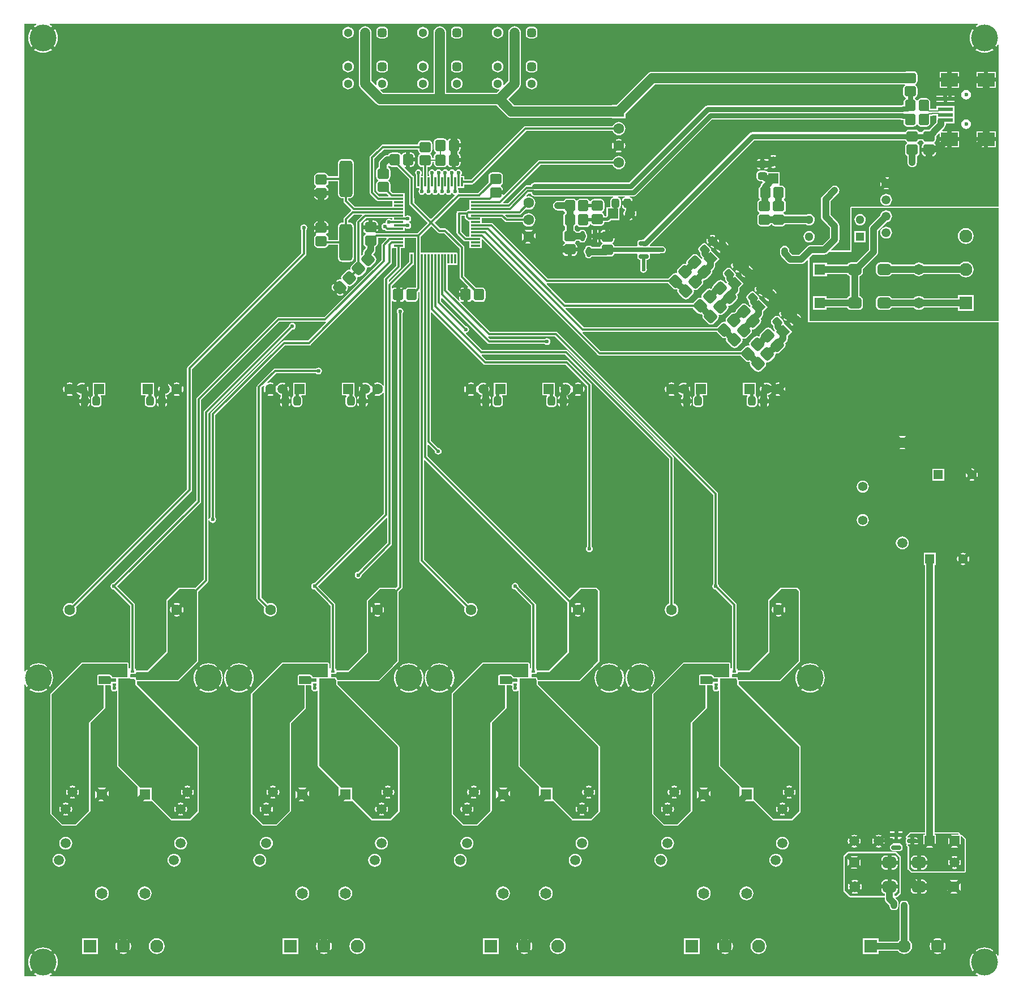
<source format=gtl>
G04*
G04 #@! TF.GenerationSoftware,Altium Limited,Altium Designer,20.1.14 (287)*
G04*
G04 Layer_Physical_Order=1*
G04 Layer_Color=2232046*
%FSLAX44Y44*%
%MOMM*%
G71*
G04*
G04 #@! TF.SameCoordinates,66B91B26-6BD7-4DB9-BD5C-0B8DAFF097A8*
G04*
G04*
G04 #@! TF.FilePolarity,Positive*
G04*
G01*
G75*
%ADD12C,0.2000*%
%ADD15R,0.4300X0.4725*%
%ADD16R,1.9250X1.0500*%
%ADD17R,2.3000X0.5000*%
%ADD18R,2.5000X2.0000*%
G04:AMPARAMS|DCode=19|XSize=5.5mm|YSize=2mm|CornerRadius=0.5mm|HoleSize=0mm|Usage=FLASHONLY|Rotation=270.000|XOffset=0mm|YOffset=0mm|HoleType=Round|Shape=RoundedRectangle|*
%AMROUNDEDRECTD19*
21,1,5.5000,1.0000,0,0,270.0*
21,1,4.5000,2.0000,0,0,270.0*
1,1,1.0000,-0.5000,-2.2500*
1,1,1.0000,-0.5000,2.2500*
1,1,1.0000,0.5000,2.2500*
1,1,1.0000,0.5000,-2.2500*
%
%ADD19ROUNDEDRECTD19*%
%ADD20R,1.4500X0.3000*%
%ADD21R,0.3000X1.4500*%
G04:AMPARAMS|DCode=22|XSize=1.35mm|YSize=1.15mm|CornerRadius=0.2875mm|HoleSize=0mm|Usage=FLASHONLY|Rotation=90.000|XOffset=0mm|YOffset=0mm|HoleType=Round|Shape=RoundedRectangle|*
%AMROUNDEDRECTD22*
21,1,1.3500,0.5750,0,0,90.0*
21,1,0.7750,1.1500,0,0,90.0*
1,1,0.5750,0.2875,0.3875*
1,1,0.5750,0.2875,-0.3875*
1,1,0.5750,-0.2875,-0.3875*
1,1,0.5750,-0.2875,0.3875*
%
%ADD22ROUNDEDRECTD22*%
G04:AMPARAMS|DCode=23|XSize=1.35mm|YSize=1.15mm|CornerRadius=0.2875mm|HoleSize=0mm|Usage=FLASHONLY|Rotation=135.000|XOffset=0mm|YOffset=0mm|HoleType=Round|Shape=RoundedRectangle|*
%AMROUNDEDRECTD23*
21,1,1.3500,0.5750,0,0,135.0*
21,1,0.7750,1.1500,0,0,135.0*
1,1,0.5750,-0.0707,0.4773*
1,1,0.5750,0.4773,-0.0707*
1,1,0.5750,0.0707,-0.4773*
1,1,0.5750,-0.4773,0.0707*
%
%ADD23ROUNDEDRECTD23*%
G04:AMPARAMS|DCode=24|XSize=0.84mm|YSize=0.46mm|CornerRadius=0.115mm|HoleSize=0mm|Usage=FLASHONLY|Rotation=180.000|XOffset=0mm|YOffset=0mm|HoleType=Round|Shape=RoundedRectangle|*
%AMROUNDEDRECTD24*
21,1,0.8400,0.2300,0,0,180.0*
21,1,0.6100,0.4600,0,0,180.0*
1,1,0.2300,-0.3050,0.1150*
1,1,0.2300,0.3050,0.1150*
1,1,0.2300,0.3050,-0.1150*
1,1,0.2300,-0.3050,-0.1150*
%
%ADD24ROUNDEDRECTD24*%
G04:AMPARAMS|DCode=25|XSize=2.02mm|YSize=1.68mm|CornerRadius=0.42mm|HoleSize=0mm|Usage=FLASHONLY|Rotation=180.000|XOffset=0mm|YOffset=0mm|HoleType=Round|Shape=RoundedRectangle|*
%AMROUNDEDRECTD25*
21,1,2.0200,0.8400,0,0,180.0*
21,1,1.1800,1.6800,0,0,180.0*
1,1,0.8400,-0.5900,0.4200*
1,1,0.8400,0.5900,0.4200*
1,1,0.8400,0.5900,-0.4200*
1,1,0.8400,-0.5900,-0.4200*
%
%ADD25ROUNDEDRECTD25*%
G04:AMPARAMS|DCode=26|XSize=0.98mm|YSize=0.81mm|CornerRadius=0.2025mm|HoleSize=0mm|Usage=FLASHONLY|Rotation=270.000|XOffset=0mm|YOffset=0mm|HoleType=Round|Shape=RoundedRectangle|*
%AMROUNDEDRECTD26*
21,1,0.9800,0.4050,0,0,270.0*
21,1,0.5750,0.8100,0,0,270.0*
1,1,0.4050,-0.2025,-0.2875*
1,1,0.4050,-0.2025,0.2875*
1,1,0.4050,0.2025,0.2875*
1,1,0.4050,0.2025,-0.2875*
%
%ADD26ROUNDEDRECTD26*%
%ADD27R,0.6000X1.4500*%
G04:AMPARAMS|DCode=28|XSize=0.6mm|YSize=1.45mm|CornerRadius=0.15mm|HoleSize=0mm|Usage=FLASHONLY|Rotation=0.000|XOffset=0mm|YOffset=0mm|HoleType=Round|Shape=RoundedRectangle|*
%AMROUNDEDRECTD28*
21,1,0.6000,1.1500,0,0,0.0*
21,1,0.3000,1.4500,0,0,0.0*
1,1,0.3000,0.1500,-0.5750*
1,1,0.3000,-0.1500,-0.5750*
1,1,0.3000,-0.1500,0.5750*
1,1,0.3000,0.1500,0.5750*
%
%ADD28ROUNDEDRECTD28*%
G04:AMPARAMS|DCode=29|XSize=1.6mm|YSize=1.75mm|CornerRadius=0.4mm|HoleSize=0mm|Usage=FLASHONLY|Rotation=270.000|XOffset=0mm|YOffset=0mm|HoleType=Round|Shape=RoundedRectangle|*
%AMROUNDEDRECTD29*
21,1,1.6000,0.9500,0,0,270.0*
21,1,0.8000,1.7500,0,0,270.0*
1,1,0.8000,-0.4750,-0.4000*
1,1,0.8000,-0.4750,0.4000*
1,1,0.8000,0.4750,0.4000*
1,1,0.8000,0.4750,-0.4000*
%
%ADD29ROUNDEDRECTD29*%
%ADD30R,1.4500X0.6000*%
G04:AMPARAMS|DCode=31|XSize=0.6mm|YSize=1.45mm|CornerRadius=0.15mm|HoleSize=0mm|Usage=FLASHONLY|Rotation=90.000|XOffset=0mm|YOffset=0mm|HoleType=Round|Shape=RoundedRectangle|*
%AMROUNDEDRECTD31*
21,1,0.6000,1.1500,0,0,90.0*
21,1,0.3000,1.4500,0,0,90.0*
1,1,0.3000,0.5750,0.1500*
1,1,0.3000,0.5750,-0.1500*
1,1,0.3000,-0.5750,-0.1500*
1,1,0.3000,-0.5750,0.1500*
%
%ADD31ROUNDEDRECTD31*%
G04:AMPARAMS|DCode=32|XSize=1.6mm|YSize=1.75mm|CornerRadius=0.4mm|HoleSize=0mm|Usage=FLASHONLY|Rotation=0.000|XOffset=0mm|YOffset=0mm|HoleType=Round|Shape=RoundedRectangle|*
%AMROUNDEDRECTD32*
21,1,1.6000,0.9500,0,0,0.0*
21,1,0.8000,1.7500,0,0,0.0*
1,1,0.8000,0.4000,-0.4750*
1,1,0.8000,-0.4000,-0.4750*
1,1,0.8000,-0.4000,0.4750*
1,1,0.8000,0.4000,0.4750*
%
%ADD32ROUNDEDRECTD32*%
G04:AMPARAMS|DCode=33|XSize=1.6mm|YSize=1.75mm|CornerRadius=0.4mm|HoleSize=0mm|Usage=FLASHONLY|Rotation=225.000|XOffset=0mm|YOffset=0mm|HoleType=Round|Shape=RoundedRectangle|*
%AMROUNDEDRECTD33*
21,1,1.6000,0.9500,0,0,225.0*
21,1,0.8000,1.7500,0,0,225.0*
1,1,0.8000,-0.6187,0.0530*
1,1,0.8000,-0.0530,0.6187*
1,1,0.8000,0.6187,-0.0530*
1,1,0.8000,0.0530,-0.6187*
%
%ADD33ROUNDEDRECTD33*%
%ADD34R,0.2000X0.2000*%
%ADD35R,0.5800X0.4000*%
G04:AMPARAMS|DCode=36|XSize=1.6mm|YSize=1.75mm|CornerRadius=0.4mm|HoleSize=0mm|Usage=FLASHONLY|Rotation=315.000|XOffset=0mm|YOffset=0mm|HoleType=Round|Shape=RoundedRectangle|*
%AMROUNDEDRECTD36*
21,1,1.6000,0.9500,0,0,315.0*
21,1,0.8000,1.7500,0,0,315.0*
1,1,0.8000,-0.0530,-0.6187*
1,1,0.8000,-0.6187,-0.0530*
1,1,0.8000,0.0530,0.6187*
1,1,0.8000,0.6187,0.0530*
%
%ADD36ROUNDEDRECTD36*%
G04:AMPARAMS|DCode=37|XSize=1.35mm|YSize=1.15mm|CornerRadius=0.2875mm|HoleSize=0mm|Usage=FLASHONLY|Rotation=180.000|XOffset=0mm|YOffset=0mm|HoleType=Round|Shape=RoundedRectangle|*
%AMROUNDEDRECTD37*
21,1,1.3500,0.5750,0,0,180.0*
21,1,0.7750,1.1500,0,0,180.0*
1,1,0.5750,-0.3875,0.2875*
1,1,0.5750,0.3875,0.2875*
1,1,0.5750,0.3875,-0.2875*
1,1,0.5750,-0.3875,-0.2875*
%
%ADD37ROUNDEDRECTD37*%
%ADD60C,1.4000*%
%ADD62R,1.4000X1.4000*%
%ADD68R,1.5000X1.5000*%
%ADD69C,1.5000*%
%ADD70C,1.6000*%
%ADD74R,1.6000X1.6000*%
%ADD82C,0.3000*%
%ADD83C,1.0000*%
%ADD84C,1.5000*%
%ADD85C,0.8000*%
%ADD86C,0.5000*%
%ADD87C,0.7416*%
%ADD88C,0.7000*%
%ADD89R,0.3000X0.7000*%
%ADD90C,0.6000*%
%ADD91C,1.3000*%
G04:AMPARAMS|DCode=92|XSize=1.3mm|YSize=1.3mm|CornerRadius=0.325mm|HoleSize=0mm|Usage=FLASHONLY|Rotation=270.000|XOffset=0mm|YOffset=0mm|HoleType=Round|Shape=RoundedRectangle|*
%AMROUNDEDRECTD92*
21,1,1.3000,0.6500,0,0,270.0*
21,1,0.6500,1.3000,0,0,270.0*
1,1,0.6500,-0.3250,-0.3250*
1,1,0.6500,-0.3250,0.3250*
1,1,0.6500,0.3250,0.3250*
1,1,0.6500,0.3250,-0.3250*
%
%ADD92ROUNDEDRECTD92*%
%ADD93R,1.3000X1.3000*%
%ADD94C,1.3370*%
G04:AMPARAMS|DCode=95|XSize=1.337mm|YSize=1.337mm|CornerRadius=0.3343mm|HoleSize=0mm|Usage=FLASHONLY|Rotation=270.000|XOffset=0mm|YOffset=0mm|HoleType=Round|Shape=RoundedRectangle|*
%AMROUNDEDRECTD95*
21,1,1.3370,0.6685,0,0,270.0*
21,1,0.6685,1.3370,0,0,270.0*
1,1,0.6685,-0.3343,-0.3343*
1,1,0.6685,-0.3343,0.3343*
1,1,0.6685,0.3343,0.3343*
1,1,0.6685,0.3343,-0.3343*
%
%ADD95ROUNDEDRECTD95*%
%ADD96P,2.1213X4X270.0*%
%ADD97C,1.6500*%
%ADD98R,1.6500X1.6500*%
%ADD99R,1.5000X1.5000*%
%ADD100R,1.6500X1.6500*%
%ADD101C,1.5150*%
%ADD102C,1.9500*%
%ADD103R,1.9500X1.9500*%
%ADD104R,1.9500X1.9500*%
%ADD105C,4.0000*%
G36*
X1624096Y1597652D02*
X1621718Y1596381D01*
X1620699Y1595544D01*
X1636121Y1580121D01*
X1651544Y1564699D01*
X1652381Y1565718D01*
X1653652Y1568096D01*
X1654922Y1567778D01*
X1654922Y1325789D01*
X1435000D01*
X1434220Y1325634D01*
X1433558Y1325192D01*
X1433116Y1324530D01*
X1432961Y1323750D01*
Y1260039D01*
X1405305Y1260039D01*
X1404819Y1261212D01*
X1414892Y1271287D01*
X1416015Y1272749D01*
X1416720Y1274452D01*
X1416960Y1276279D01*
Y1297100D01*
X1416720Y1298927D01*
X1416015Y1300630D01*
X1414892Y1302092D01*
X1403584Y1313401D01*
Y1333599D01*
X1414992Y1345007D01*
X1416114Y1346469D01*
X1416819Y1348172D01*
X1417060Y1350000D01*
X1416819Y1351827D01*
X1416114Y1353530D01*
X1414992Y1354992D01*
X1413530Y1356114D01*
X1411827Y1356819D01*
X1410000Y1357060D01*
X1408172Y1356819D01*
X1406469Y1356114D01*
X1405007Y1354992D01*
X1391531Y1341516D01*
X1390409Y1340053D01*
X1389703Y1338351D01*
X1389463Y1336523D01*
Y1310477D01*
X1389703Y1308650D01*
X1390409Y1306947D01*
X1391531Y1305484D01*
X1402840Y1294176D01*
Y1279203D01*
X1391697Y1268060D01*
X1374000D01*
X1372173Y1267820D01*
X1370470Y1267114D01*
X1369008Y1265993D01*
X1357076Y1254060D01*
X1346924D01*
X1342060Y1258925D01*
Y1260000D01*
X1341819Y1261827D01*
X1341114Y1263530D01*
X1339992Y1264992D01*
X1338530Y1266114D01*
X1336827Y1266819D01*
X1335000Y1267060D01*
X1333172Y1266819D01*
X1331469Y1266114D01*
X1330007Y1264992D01*
X1328885Y1263530D01*
X1328180Y1261827D01*
X1327939Y1260000D01*
Y1256001D01*
X1328180Y1254173D01*
X1328885Y1252470D01*
X1330007Y1251008D01*
X1339008Y1242008D01*
X1340470Y1240886D01*
X1342173Y1240180D01*
X1344000Y1239940D01*
X1360000D01*
X1361827Y1240180D01*
X1363530Y1240886D01*
X1364993Y1242008D01*
X1368788Y1245803D01*
X1369961Y1245317D01*
X1369961Y1154750D01*
X1370116Y1153970D01*
X1370558Y1153308D01*
X1371220Y1152866D01*
X1372000Y1152711D01*
X1654922Y1152711D01*
X1654922Y1151441D01*
X1654922Y206222D01*
X1653652Y205904D01*
X1652381Y208282D01*
X1651544Y209301D01*
X1636121Y193879D01*
X1620699Y178456D01*
X1621718Y177619D01*
X1624096Y176348D01*
X1623778Y175078D01*
X236222D01*
X235904Y176348D01*
X238282Y177619D01*
X239301Y178456D01*
X226000Y191757D01*
X212699Y178456D01*
X213718Y177619D01*
X216096Y176348D01*
X215778Y175078D01*
X198078D01*
X198078Y610778D01*
X199348Y611096D01*
X200619Y608718D01*
X201456Y607699D01*
X214757Y621000D01*
X201456Y634301D01*
X200619Y633282D01*
X199348Y630904D01*
X198078Y631222D01*
X198078Y1598922D01*
X215778D01*
X216096Y1597652D01*
X213718Y1596381D01*
X212699Y1595544D01*
X226000Y1582243D01*
X239301Y1595544D01*
X238282Y1596381D01*
X235904Y1597652D01*
X236222Y1598922D01*
X1623778D01*
X1624096Y1597652D01*
D02*
G37*
G36*
X1654922Y1154750D02*
X1372000Y1154750D01*
X1372000Y1249015D01*
X1376924Y1253940D01*
X1394621D01*
X1396448Y1254180D01*
X1398151Y1254886D01*
X1399613Y1256008D01*
X1401606Y1258000D01*
X1435000Y1258000D01*
Y1323750D01*
X1654922D01*
Y1154750D01*
D02*
G37*
%LPC*%
G36*
X906000Y1594573D02*
X903781Y1594281D01*
X901713Y1593425D01*
X899938Y1592062D01*
X898575Y1590287D01*
X897719Y1588219D01*
X897427Y1586000D01*
X897719Y1583781D01*
X898575Y1581713D01*
X899938Y1579938D01*
X901713Y1578575D01*
X903781Y1577719D01*
X906000Y1577427D01*
X908219Y1577719D01*
X910287Y1578575D01*
X912062Y1579938D01*
X913425Y1581713D01*
X914281Y1583781D01*
X914573Y1586000D01*
X914281Y1588219D01*
X913425Y1590287D01*
X912062Y1592062D01*
X910287Y1593425D01*
X908219Y1594281D01*
X906000Y1594573D01*
D02*
G37*
G36*
X794000D02*
X791781Y1594281D01*
X789713Y1593425D01*
X787938Y1592062D01*
X786575Y1590287D01*
X785719Y1588219D01*
X785427Y1586000D01*
X785719Y1583781D01*
X786575Y1581713D01*
X787938Y1579938D01*
X789713Y1578575D01*
X791781Y1577719D01*
X794000Y1577427D01*
X796219Y1577719D01*
X798287Y1578575D01*
X800062Y1579938D01*
X801425Y1581713D01*
X802281Y1583781D01*
X802573Y1586000D01*
X802281Y1588219D01*
X801425Y1590287D01*
X800062Y1592062D01*
X798287Y1593425D01*
X796219Y1594281D01*
X794000Y1594573D01*
D02*
G37*
G36*
X682200D02*
X679981Y1594281D01*
X677913Y1593425D01*
X676138Y1592062D01*
X674775Y1590287D01*
X673919Y1588219D01*
X673627Y1586000D01*
X673919Y1583781D01*
X674775Y1581713D01*
X676138Y1579938D01*
X677913Y1578575D01*
X679981Y1577719D01*
X682200Y1577427D01*
X684419Y1577719D01*
X686487Y1578575D01*
X688262Y1579938D01*
X689625Y1581713D01*
X690481Y1583781D01*
X690773Y1586000D01*
X690481Y1588219D01*
X689625Y1590287D01*
X688262Y1592062D01*
X686487Y1593425D01*
X684419Y1594281D01*
X682200Y1594573D01*
D02*
G37*
G36*
X960050Y1594603D02*
X953550D01*
X951502Y1594195D01*
X949765Y1593035D01*
X948605Y1591299D01*
X948197Y1589250D01*
Y1582750D01*
X948605Y1580702D01*
X949765Y1578965D01*
X951502Y1577805D01*
X953550Y1577397D01*
X960050D01*
X962098Y1577805D01*
X963835Y1578965D01*
X964995Y1580702D01*
X965403Y1582750D01*
Y1589250D01*
X964995Y1591299D01*
X963835Y1593035D01*
X962098Y1594195D01*
X960050Y1594603D01*
D02*
G37*
G36*
X848050D02*
X841550D01*
X839501Y1594195D01*
X837765Y1593035D01*
X836605Y1591299D01*
X836197Y1589250D01*
Y1582750D01*
X836605Y1580702D01*
X837765Y1578965D01*
X839501Y1577805D01*
X841550Y1577397D01*
X848050D01*
X850098Y1577805D01*
X851835Y1578965D01*
X852995Y1580702D01*
X853403Y1582750D01*
Y1589250D01*
X852995Y1591299D01*
X851835Y1593035D01*
X850098Y1594195D01*
X848050Y1594603D01*
D02*
G37*
G36*
X736250D02*
X729750D01*
X727701Y1594195D01*
X725965Y1593035D01*
X724805Y1591299D01*
X724397Y1589250D01*
Y1582750D01*
X724805Y1580702D01*
X725965Y1578965D01*
X727701Y1577805D01*
X729750Y1577397D01*
X736250D01*
X738298Y1577805D01*
X740035Y1578965D01*
X741195Y1580702D01*
X741603Y1582750D01*
Y1589250D01*
X741195Y1591299D01*
X740035Y1593035D01*
X738298Y1594195D01*
X736250Y1594603D01*
D02*
G37*
G36*
X208456Y1591301D02*
X207619Y1590282D01*
X205576Y1586460D01*
X204318Y1582313D01*
X203894Y1578000D01*
X204318Y1573687D01*
X205576Y1569540D01*
X207619Y1565718D01*
X208456Y1564699D01*
X221757Y1578000D01*
X208456Y1591301D01*
D02*
G37*
G36*
X243544Y1591301D02*
X230243Y1578000D01*
X243544Y1564699D01*
X244381Y1565718D01*
X246424Y1569540D01*
X247682Y1573687D01*
X248106Y1578000D01*
X247682Y1582313D01*
X246424Y1586460D01*
X244381Y1590282D01*
X243544Y1591301D01*
D02*
G37*
G36*
X1616456Y1591301D02*
X1615619Y1590282D01*
X1613576Y1586460D01*
X1612318Y1582313D01*
X1611894Y1578000D01*
X1612318Y1573687D01*
X1613576Y1569540D01*
X1615619Y1565718D01*
X1616456Y1564699D01*
X1629757Y1578000D01*
X1616456Y1591301D01*
D02*
G37*
G36*
X1634000Y1573757D02*
X1620699Y1560456D01*
X1621718Y1559619D01*
X1625540Y1557576D01*
X1629687Y1556318D01*
X1634000Y1555894D01*
X1638313Y1556318D01*
X1642460Y1557576D01*
X1646282Y1559619D01*
X1647301Y1560456D01*
X1634000Y1573757D01*
D02*
G37*
G36*
X226000Y1573757D02*
X212699Y1560456D01*
X213718Y1559619D01*
X217540Y1557576D01*
X221687Y1556318D01*
X226000Y1555894D01*
X230313Y1556318D01*
X234460Y1557576D01*
X238282Y1559619D01*
X239301Y1560456D01*
X226000Y1573757D01*
D02*
G37*
G36*
X906000Y1543773D02*
X903781Y1543481D01*
X901713Y1542625D01*
X899938Y1541262D01*
X898575Y1539487D01*
X897719Y1537419D01*
X897427Y1535200D01*
X897719Y1532981D01*
X898575Y1530913D01*
X899938Y1529138D01*
X901713Y1527775D01*
X903781Y1526919D01*
X906000Y1526627D01*
X908219Y1526919D01*
X910287Y1527775D01*
X912062Y1529138D01*
X913425Y1530913D01*
X914281Y1532981D01*
X914573Y1535200D01*
X914281Y1537419D01*
X913425Y1539487D01*
X912062Y1541262D01*
X910287Y1542625D01*
X908219Y1543481D01*
X906000Y1543773D01*
D02*
G37*
G36*
X794000D02*
X791781Y1543481D01*
X789713Y1542625D01*
X787938Y1541262D01*
X786575Y1539487D01*
X785719Y1537419D01*
X785427Y1535200D01*
X785719Y1532981D01*
X786575Y1530913D01*
X787938Y1529138D01*
X789713Y1527775D01*
X791781Y1526919D01*
X794000Y1526627D01*
X796219Y1526919D01*
X798287Y1527775D01*
X800062Y1529138D01*
X801425Y1530913D01*
X802281Y1532981D01*
X802573Y1535200D01*
X802281Y1537419D01*
X801425Y1539487D01*
X800062Y1541262D01*
X798287Y1542625D01*
X796219Y1543481D01*
X794000Y1543773D01*
D02*
G37*
G36*
X682200D02*
X679981Y1543481D01*
X677913Y1542625D01*
X676138Y1541262D01*
X674775Y1539487D01*
X673919Y1537419D01*
X673627Y1535200D01*
X673919Y1532981D01*
X674775Y1530913D01*
X676138Y1529138D01*
X677913Y1527775D01*
X679981Y1526919D01*
X682200Y1526627D01*
X684419Y1526919D01*
X686487Y1527775D01*
X688262Y1529138D01*
X689625Y1530913D01*
X690481Y1532981D01*
X690773Y1535200D01*
X690481Y1537419D01*
X689625Y1539487D01*
X688262Y1541262D01*
X686487Y1542625D01*
X684419Y1543481D01*
X682200Y1543773D01*
D02*
G37*
G36*
X960050Y1543803D02*
X953550D01*
X951502Y1543395D01*
X949765Y1542235D01*
X948605Y1540499D01*
X948197Y1538450D01*
Y1531950D01*
X948605Y1529902D01*
X949765Y1528165D01*
X951502Y1527005D01*
X953550Y1526597D01*
X960050D01*
X962098Y1527005D01*
X963835Y1528165D01*
X964995Y1529902D01*
X965403Y1531950D01*
Y1538450D01*
X964995Y1540499D01*
X963835Y1542235D01*
X962098Y1543395D01*
X960050Y1543803D01*
D02*
G37*
G36*
X848050D02*
X841550D01*
X839501Y1543395D01*
X837765Y1542235D01*
X836605Y1540499D01*
X836197Y1538450D01*
Y1531950D01*
X836605Y1529902D01*
X837765Y1528165D01*
X839501Y1527005D01*
X841550Y1526597D01*
X848050D01*
X850098Y1527005D01*
X851835Y1528165D01*
X852995Y1529902D01*
X853403Y1531950D01*
Y1538450D01*
X852995Y1540499D01*
X851835Y1542235D01*
X850098Y1543395D01*
X848050Y1543803D01*
D02*
G37*
G36*
X736250D02*
X729750D01*
X727701Y1543395D01*
X725965Y1542235D01*
X724805Y1540499D01*
X724397Y1538450D01*
Y1531950D01*
X724805Y1529902D01*
X725965Y1528165D01*
X727701Y1527005D01*
X729750Y1526597D01*
X736250D01*
X738298Y1527005D01*
X740035Y1528165D01*
X741195Y1529902D01*
X741603Y1531950D01*
Y1538450D01*
X741195Y1540499D01*
X740035Y1542235D01*
X738298Y1543395D01*
X736250Y1543803D01*
D02*
G37*
G36*
X1596000Y1527500D02*
X1584500D01*
Y1518500D01*
X1596000D01*
Y1527500D01*
D02*
G37*
G36*
X1578500D02*
X1567000D01*
Y1518500D01*
X1578500D01*
Y1527500D01*
D02*
G37*
G36*
X1651000D02*
X1639500D01*
Y1518500D01*
X1651000D01*
Y1527500D01*
D02*
G37*
G36*
X1633500D02*
X1622000D01*
Y1518500D01*
X1633500D01*
Y1527500D01*
D02*
G37*
G36*
X931400Y1595582D02*
X928920Y1595255D01*
X926609Y1594298D01*
X924624Y1592776D01*
X923102Y1590791D01*
X922144Y1588480D01*
X921818Y1586000D01*
Y1535200D01*
Y1513769D01*
X915552Y1507503D01*
X914349Y1508096D01*
X914573Y1509800D01*
X914281Y1512019D01*
X913425Y1514087D01*
X912062Y1515862D01*
X910287Y1517225D01*
X908219Y1518081D01*
X906000Y1518373D01*
X903781Y1518081D01*
X901713Y1517225D01*
X899938Y1515862D01*
X898575Y1514087D01*
X897719Y1512019D01*
X897427Y1509800D01*
X897719Y1507581D01*
X898575Y1505513D01*
X899938Y1503738D01*
X901713Y1502375D01*
X903781Y1501519D01*
X906000Y1501227D01*
X907704Y1501451D01*
X908297Y1500248D01*
X904035Y1495986D01*
X828982D01*
Y1509800D01*
Y1535200D01*
Y1586000D01*
X828655Y1588480D01*
X827698Y1590791D01*
X826175Y1592776D01*
X824191Y1594298D01*
X821880Y1595255D01*
X819400Y1595582D01*
X816920Y1595255D01*
X814609Y1594298D01*
X812625Y1592776D01*
X811102Y1590791D01*
X810145Y1588480D01*
X809818Y1586000D01*
Y1535200D01*
Y1509800D01*
Y1495986D01*
X734965D01*
X730703Y1500248D01*
X731296Y1501451D01*
X733000Y1501227D01*
X735219Y1501519D01*
X737287Y1502375D01*
X739062Y1503738D01*
X740425Y1505513D01*
X741281Y1507581D01*
X741573Y1509800D01*
X741281Y1512019D01*
X740425Y1514087D01*
X739062Y1515862D01*
X737287Y1517225D01*
X735219Y1518081D01*
X733000Y1518373D01*
X730781Y1518081D01*
X728713Y1517225D01*
X726938Y1515862D01*
X725575Y1514087D01*
X724719Y1512019D01*
X724427Y1509800D01*
X724651Y1508096D01*
X723448Y1507503D01*
X717182Y1513769D01*
Y1535200D01*
Y1586000D01*
X716855Y1588480D01*
X715898Y1590791D01*
X714375Y1592776D01*
X712391Y1594298D01*
X710080Y1595255D01*
X707600Y1595582D01*
X705120Y1595255D01*
X702809Y1594298D01*
X700825Y1592776D01*
X699302Y1590791D01*
X698344Y1588480D01*
X698018Y1586000D01*
Y1535200D01*
Y1509800D01*
X698344Y1507320D01*
X699302Y1505009D01*
X700825Y1503025D01*
X724221Y1479628D01*
X726205Y1478106D01*
X728516Y1477148D01*
X730996Y1476822D01*
X904035D01*
X919832Y1461025D01*
X921817Y1459502D01*
X924128Y1458545D01*
X926608Y1458218D01*
X1077000D01*
Y1457800D01*
X1097000D01*
Y1464249D01*
X1141169Y1508418D01*
X1514770D01*
X1515155Y1507148D01*
X1513924Y1506326D01*
X1512598Y1504341D01*
X1512133Y1502000D01*
Y1494000D01*
X1512598Y1491659D01*
X1513924Y1489674D01*
X1515909Y1488348D01*
X1516085Y1487018D01*
X1514674Y1486076D01*
X1513348Y1484091D01*
X1512883Y1481750D01*
Y1478872D01*
X1512138Y1477958D01*
X1509911Y1477515D01*
X1508871Y1476820D01*
X1220000D01*
X1217773Y1476377D01*
X1215885Y1475115D01*
X1215885Y1475115D01*
X1102797Y1362028D01*
X961208D01*
X958981Y1361585D01*
X957093Y1360323D01*
X955831Y1358435D01*
X955659Y1357569D01*
X949000D01*
X947634Y1357297D01*
X946477Y1356523D01*
X921022Y1331069D01*
X914696D01*
X914210Y1332242D01*
X969999Y1388031D01*
X1077654D01*
X1078265Y1386557D01*
X1079868Y1384468D01*
X1081957Y1382865D01*
X1084389Y1381857D01*
X1087000Y1381514D01*
X1089611Y1381857D01*
X1092043Y1382865D01*
X1094132Y1384468D01*
X1095735Y1386557D01*
X1096743Y1388990D01*
X1097086Y1391600D01*
X1096743Y1394211D01*
X1095735Y1396643D01*
X1094132Y1398732D01*
X1092043Y1400335D01*
X1089611Y1401343D01*
X1087000Y1401686D01*
X1084389Y1401343D01*
X1081957Y1400335D01*
X1079868Y1398732D01*
X1078265Y1396643D01*
X1077654Y1395169D01*
X968521D01*
X967155Y1394897D01*
X965998Y1394123D01*
X915138Y1343263D01*
X913868Y1343789D01*
Y1343950D01*
X903000D01*
Y1349950D01*
X913868D01*
Y1350950D01*
X913402Y1353291D01*
X912076Y1355276D01*
X910668Y1356216D01*
Y1357683D01*
X912076Y1358624D01*
X913402Y1360609D01*
X913868Y1362950D01*
Y1370950D01*
X913402Y1373291D01*
X912076Y1375276D01*
X910091Y1376602D01*
X907750Y1377067D01*
X898250D01*
X895909Y1376602D01*
X893924Y1375276D01*
X892598Y1373291D01*
X892132Y1370950D01*
Y1362950D01*
X892385Y1361682D01*
X876772Y1346069D01*
X848311D01*
X848295Y1346075D01*
X847367Y1347339D01*
X847598Y1348500D01*
X847210Y1350451D01*
X846188Y1351980D01*
X846503Y1353250D01*
X856000D01*
Y1358931D01*
X867579D01*
X868945Y1359203D01*
X870102Y1359977D01*
X948957Y1438831D01*
X1077654D01*
X1078265Y1437357D01*
X1079868Y1435268D01*
X1081957Y1433665D01*
X1084389Y1432657D01*
X1087000Y1432314D01*
X1089611Y1432657D01*
X1092043Y1433665D01*
X1094132Y1435268D01*
X1095735Y1437357D01*
X1096743Y1439789D01*
X1097086Y1442400D01*
X1096743Y1445011D01*
X1095735Y1447443D01*
X1094132Y1449532D01*
X1092043Y1451135D01*
X1089611Y1452143D01*
X1087000Y1452486D01*
X1084389Y1452143D01*
X1081957Y1451135D01*
X1079868Y1449532D01*
X1078265Y1447443D01*
X1077654Y1445969D01*
X947479D01*
X946113Y1445697D01*
X944956Y1444923D01*
X866101Y1366069D01*
X856000D01*
Y1371750D01*
X851503D01*
X851188Y1373020D01*
X852210Y1374549D01*
X852598Y1376500D01*
X852210Y1378451D01*
X851105Y1380105D01*
X849451Y1381210D01*
X847500Y1381598D01*
X845549Y1381210D01*
X843895Y1380105D01*
X843264Y1379160D01*
X841736D01*
X841105Y1380105D01*
X839451Y1381210D01*
X837500Y1381598D01*
X835549Y1381210D01*
X833895Y1380105D01*
X833264Y1379160D01*
X831736D01*
X831105Y1380105D01*
X829451Y1381210D01*
X827500Y1381598D01*
X825549Y1381210D01*
X823895Y1380105D01*
X823264Y1379160D01*
X821736D01*
X821105Y1380105D01*
X819451Y1381210D01*
X817500Y1381598D01*
X815549Y1381210D01*
X813895Y1380105D01*
X813264Y1379160D01*
X811736D01*
X811105Y1380105D01*
X809451Y1381210D01*
X807500Y1381598D01*
X805549Y1381210D01*
X803895Y1380105D01*
X802790Y1378451D01*
X802402Y1376500D01*
X802790Y1374549D01*
X803812Y1373020D01*
X803497Y1371750D01*
X801069D01*
Y1384752D01*
X802250D01*
X804591Y1385218D01*
X806576Y1386544D01*
X807902Y1388529D01*
X808368Y1390870D01*
Y1392403D01*
X810383D01*
Y1390712D01*
X810848Y1388370D01*
X812174Y1386386D01*
X814159Y1385060D01*
X816500Y1384594D01*
X824500D01*
X826841Y1385060D01*
X828826Y1386386D01*
X829767Y1387794D01*
X831234D01*
X832174Y1386386D01*
X834159Y1385060D01*
X836500Y1384594D01*
X837500D01*
Y1395461D01*
X840500D01*
Y1398461D01*
X850618D01*
Y1400211D01*
X850152Y1402553D01*
X848826Y1404537D01*
X847187Y1405632D01*
X847127Y1405838D01*
Y1406837D01*
X847187Y1407043D01*
X848826Y1408138D01*
X850152Y1410123D01*
X850618Y1412464D01*
Y1414214D01*
X840500D01*
Y1417214D01*
X837500D01*
Y1428082D01*
X836500D01*
X834159Y1427616D01*
X832174Y1426290D01*
X831234Y1424882D01*
X829767D01*
X828826Y1426290D01*
X826841Y1427616D01*
X824500Y1428082D01*
X816500D01*
X814159Y1427616D01*
X812174Y1426290D01*
X810848Y1424305D01*
X810383Y1421964D01*
Y1412464D01*
X810848Y1410123D01*
X812174Y1408138D01*
X813813Y1407043D01*
X813874Y1406837D01*
Y1405838D01*
X813813Y1405632D01*
X812174Y1404537D01*
X810848Y1402553D01*
X810383Y1400211D01*
Y1398520D01*
X808368D01*
Y1398870D01*
X807902Y1401211D01*
X806576Y1403196D01*
X805168Y1404136D01*
Y1405603D01*
X806576Y1406544D01*
X807902Y1408529D01*
X808368Y1410870D01*
Y1418870D01*
X807902Y1421211D01*
X806576Y1423196D01*
X804591Y1424522D01*
X802250Y1424987D01*
X792750D01*
X790409Y1424522D01*
X788424Y1423196D01*
X787098Y1421211D01*
X786633Y1418870D01*
Y1418438D01*
X733870D01*
X732504Y1418167D01*
X731347Y1417393D01*
X725373Y1411419D01*
X715477Y1401523D01*
X714703Y1400366D01*
X714431Y1399000D01*
Y1347000D01*
X714703Y1345634D01*
X715477Y1344477D01*
X724977Y1334977D01*
X726134Y1334203D01*
X727500Y1333931D01*
X748250D01*
Y1326069D01*
X691978D01*
X682569Y1335478D01*
Y1337940D01*
X684000D01*
X685827Y1338180D01*
X687530Y1338885D01*
X688992Y1340008D01*
X690115Y1341470D01*
X690820Y1343173D01*
X691060Y1345000D01*
Y1390000D01*
X690820Y1391827D01*
X690115Y1393530D01*
X688992Y1394993D01*
X687530Y1396115D01*
X685827Y1396820D01*
X684000Y1397060D01*
X674000D01*
X672173Y1396820D01*
X670470Y1396115D01*
X669008Y1394993D01*
X667886Y1393530D01*
X667180Y1391827D01*
X666940Y1390000D01*
Y1371069D01*
X652655D01*
X652402Y1372341D01*
X651076Y1374326D01*
X649091Y1375652D01*
X646750Y1376118D01*
X637250D01*
X634909Y1375652D01*
X632924Y1374326D01*
X631598Y1372341D01*
X631133Y1370000D01*
Y1362000D01*
X631598Y1359659D01*
X632924Y1357674D01*
X634332Y1356734D01*
Y1355267D01*
X632924Y1354326D01*
X631598Y1352341D01*
X631133Y1350000D01*
Y1349000D01*
X642000D01*
X652868D01*
Y1350000D01*
X652402Y1352341D01*
X651076Y1354326D01*
X649668Y1355267D01*
Y1356734D01*
X651076Y1357674D01*
X652402Y1359659D01*
X652868Y1362000D01*
Y1363931D01*
X666940D01*
Y1345000D01*
X667180Y1343173D01*
X667886Y1341470D01*
X669008Y1340008D01*
X670470Y1338885D01*
X672173Y1338180D01*
X674000Y1337940D01*
X675432D01*
Y1334000D01*
X675703Y1332634D01*
X676477Y1331477D01*
X686753Y1321201D01*
X686555Y1319602D01*
X676477Y1309524D01*
X675703Y1308366D01*
X675432Y1307000D01*
Y1302060D01*
X674000D01*
X672173Y1301820D01*
X670470Y1301115D01*
X669008Y1299992D01*
X667886Y1298530D01*
X667180Y1296827D01*
X666940Y1295000D01*
Y1276069D01*
X652868D01*
Y1278000D01*
X652402Y1280341D01*
X651076Y1282326D01*
X649668Y1283267D01*
Y1284733D01*
X651076Y1285674D01*
X652402Y1287659D01*
X652868Y1290000D01*
Y1291000D01*
X642000D01*
X631133D01*
Y1290000D01*
X631598Y1287659D01*
X632924Y1285674D01*
X634332Y1284733D01*
Y1283267D01*
X632924Y1282326D01*
X631598Y1280341D01*
X631133Y1278000D01*
Y1270000D01*
X631598Y1267659D01*
X632924Y1265674D01*
X634909Y1264348D01*
X637250Y1263883D01*
X646750D01*
X649091Y1264348D01*
X651076Y1265674D01*
X652402Y1267659D01*
X652655Y1268931D01*
X666940D01*
Y1250000D01*
X667180Y1248173D01*
X667886Y1246470D01*
X669008Y1245007D01*
X670470Y1243885D01*
X672173Y1243180D01*
X674000Y1242940D01*
X684000D01*
X685827Y1243180D01*
X687530Y1243885D01*
X688992Y1245007D01*
X690115Y1246470D01*
X690820Y1248173D01*
X691060Y1250000D01*
Y1295000D01*
X690820Y1296827D01*
X690115Y1298530D01*
X688992Y1299992D01*
X687530Y1301115D01*
X685827Y1301820D01*
X684000Y1302060D01*
X682569D01*
Y1305522D01*
X690978Y1313931D01*
X702680D01*
X703166Y1312758D01*
X695477Y1305069D01*
X694703Y1303911D01*
X694432Y1302546D01*
Y1244373D01*
X693144Y1243513D01*
X687487Y1237856D01*
X686161Y1235871D01*
X685695Y1233530D01*
X685980Y1232100D01*
X684900Y1231020D01*
X683470Y1231305D01*
X681129Y1230839D01*
X679144Y1229513D01*
X673487Y1223856D01*
X672161Y1221871D01*
X671695Y1219530D01*
X672026Y1217869D01*
X670988Y1216832D01*
X669328Y1217163D01*
X666986Y1216697D01*
X665002Y1215371D01*
X664295Y1214664D01*
X671979Y1206979D01*
X679664Y1199295D01*
X680371Y1200002D01*
X681697Y1201986D01*
X682163Y1204328D01*
X681832Y1205988D01*
X682870Y1207026D01*
X684530Y1206695D01*
X686871Y1207161D01*
X688856Y1208487D01*
X694513Y1214144D01*
X695839Y1216129D01*
X696305Y1218470D01*
X696020Y1219900D01*
X697100Y1220980D01*
X698530Y1220695D01*
X700871Y1221161D01*
X702856Y1222487D01*
X708513Y1228144D01*
X709839Y1230129D01*
X710305Y1232470D01*
X709974Y1234130D01*
X711012Y1235168D01*
X712673Y1234837D01*
X715014Y1235303D01*
X716998Y1236629D01*
X722655Y1242286D01*
X723981Y1244271D01*
X724447Y1246612D01*
X723981Y1248953D01*
X722655Y1250938D01*
X719289Y1254304D01*
X720993Y1256008D01*
X722114Y1257470D01*
X722820Y1259173D01*
X723060Y1261000D01*
Y1265342D01*
X723091Y1265348D01*
X725076Y1266674D01*
X726402Y1268659D01*
X726868Y1271000D01*
Y1278932D01*
X739225D01*
X739711Y1277758D01*
X732977Y1271023D01*
X732203Y1269866D01*
X731932Y1268500D01*
Y1245978D01*
X646522Y1160569D01*
X578000D01*
X576634Y1160297D01*
X575477Y1159523D01*
X456166Y1040212D01*
X455392Y1039055D01*
X455121Y1037689D01*
Y886167D01*
X332043Y763090D01*
X332000Y763098D01*
X330049Y762710D01*
X328395Y761605D01*
X327290Y759951D01*
X326902Y758000D01*
X327290Y756049D01*
X328395Y754395D01*
X330049Y753290D01*
X332000Y752902D01*
X332043Y752911D01*
X356031Y728922D01*
Y635648D01*
X355771Y635388D01*
X354185Y635526D01*
X354039Y635746D01*
X354039Y642000D01*
X353884Y642780D01*
X353442Y643442D01*
X352780Y643884D01*
X352000Y644039D01*
X284000Y644039D01*
X283220Y643884D01*
X282558Y643442D01*
X282558Y643442D01*
X237558Y598442D01*
X237116Y597780D01*
X236961Y597000D01*
X236961Y418273D01*
X237116Y417493D01*
X237558Y416831D01*
X253558Y400831D01*
X254220Y400389D01*
X255000Y400234D01*
X274622D01*
X275403Y400389D01*
X276064Y400831D01*
X296442Y421209D01*
X296884Y421870D01*
X297039Y422651D01*
Y553714D01*
X318442Y575117D01*
X318884Y575779D01*
X319039Y576559D01*
X319039Y609961D01*
X320309Y609961D01*
X323705D01*
X324000Y609902D01*
X324295Y609961D01*
X326000Y609961D01*
X326000Y609961D01*
X326230Y610007D01*
X327281Y609387D01*
X327500Y609070D01*
Y607250D01*
X327500D01*
X327560Y607177D01*
X327302Y605882D01*
X327690Y603932D01*
X328795Y602278D01*
X330449Y601173D01*
X332400Y600785D01*
X334351Y601173D01*
X335691Y602068D01*
X336961Y601597D01*
X336961Y489593D01*
X336961Y489593D01*
X337116Y488812D01*
X337559Y488151D01*
X367327Y458382D01*
X367750Y457250D01*
X367750D01*
X367750Y457250D01*
Y440993D01*
X375879Y449121D01*
X380121Y444879D01*
X371993Y436750D01*
X388250D01*
X388250Y436750D01*
Y436750D01*
X389373Y436336D01*
X417151Y408558D01*
X417813Y408116D01*
X418593Y407961D01*
X445270D01*
X446051Y408116D01*
X446712Y408558D01*
X458442Y420288D01*
X458884Y420949D01*
X459039Y421730D01*
X459039Y518000D01*
X458884Y518781D01*
X458442Y519442D01*
X458442Y519442D01*
X366236Y611648D01*
X366236Y615961D01*
X367508D01*
X368000Y615863D01*
X368492Y615961D01*
X373704D01*
X374000Y615902D01*
X374296Y615961D01*
X379705D01*
X380000Y615902D01*
X380295Y615961D01*
X427733Y615961D01*
X427733Y615961D01*
X428513Y616116D01*
X429175Y616558D01*
X429175Y616558D01*
X450442Y637825D01*
X450442Y637825D01*
X457442Y644825D01*
X457884Y645487D01*
X458039Y646267D01*
Y749993D01*
X472523Y764477D01*
X473297Y765634D01*
X473569Y767000D01*
Y857018D01*
X473640Y857105D01*
X474579Y857016D01*
X474989Y856834D01*
X475169Y855928D01*
X476274Y854274D01*
X477928Y853169D01*
X479879Y852781D01*
X481830Y853169D01*
X483484Y854274D01*
X484589Y855928D01*
X484977Y857879D01*
X484589Y859830D01*
X483484Y861484D01*
X483447Y861508D01*
Y1013922D01*
X587829Y1118304D01*
X623873D01*
X625238Y1118576D01*
X626396Y1119349D01*
X746898Y1239852D01*
X747672Y1241009D01*
X747944Y1242375D01*
Y1262857D01*
X748250Y1264000D01*
X753931D01*
Y1236978D01*
X736852Y1219898D01*
X736078Y1218741D01*
X735807Y1217375D01*
Y1058631D01*
X735646Y1058543D01*
X734537Y1058302D01*
X733132Y1060132D01*
X731043Y1061735D01*
X728611Y1062743D01*
X726000Y1063086D01*
X723390Y1062743D01*
X721346Y1061896D01*
X728121Y1055121D01*
X726000Y1053000D01*
X728121Y1050879D01*
X721346Y1044104D01*
X723390Y1043257D01*
X726000Y1042914D01*
X728611Y1043257D01*
X731043Y1044265D01*
X733132Y1045868D01*
X734537Y1047698D01*
X735646Y1047457D01*
X735807Y1047369D01*
Y866853D01*
X632043Y763090D01*
X632000Y763098D01*
X630049Y762710D01*
X628395Y761605D01*
X627290Y759951D01*
X626902Y758000D01*
X627290Y756049D01*
X628395Y754395D01*
X630049Y753290D01*
X632000Y752902D01*
X632043Y752911D01*
X652804Y732149D01*
X656031Y728922D01*
Y635648D01*
X655771Y635388D01*
X654185Y635526D01*
X654039Y635746D01*
X654039Y642000D01*
X653884Y642780D01*
X653442Y643442D01*
X652780Y643884D01*
X652000Y644039D01*
X584000Y644039D01*
X583220Y643884D01*
X582558Y643442D01*
X582558Y643442D01*
X537558Y598442D01*
X537116Y597780D01*
X536961Y597000D01*
X536961Y418273D01*
X537116Y417493D01*
X537558Y416831D01*
X553558Y400831D01*
X554220Y400389D01*
X555000Y400234D01*
X574622D01*
X575403Y400389D01*
X576064Y400831D01*
X596442Y421209D01*
X596884Y421870D01*
X597039Y422651D01*
Y553714D01*
X618442Y575117D01*
X618884Y575779D01*
X619039Y576559D01*
X619039Y609961D01*
X620309Y609961D01*
X623705D01*
X624000Y609902D01*
X624295Y609961D01*
X626000Y609961D01*
X626000Y609961D01*
X626230Y610007D01*
X627281Y609387D01*
X627500Y609070D01*
Y607250D01*
X627500D01*
X627560Y607177D01*
X627302Y605882D01*
X627690Y603932D01*
X628795Y602278D01*
X630449Y601173D01*
X632400Y600785D01*
X634351Y601173D01*
X635691Y602068D01*
X636961Y601597D01*
X636961Y489593D01*
X636961Y489593D01*
X637117Y488812D01*
X637559Y488151D01*
X667327Y458382D01*
X667750Y457250D01*
X667750D01*
X667750Y457250D01*
Y440993D01*
X675879Y449121D01*
X680121Y444879D01*
X671993Y436750D01*
X688250D01*
X688250Y436750D01*
Y436750D01*
X689373Y436336D01*
X717151Y408558D01*
X717813Y408116D01*
X718593Y407961D01*
X745270D01*
X746051Y408116D01*
X746712Y408558D01*
X758442Y420288D01*
X758884Y420949D01*
X759039Y421730D01*
X759039Y518000D01*
X758884Y518781D01*
X758442Y519442D01*
X758442Y519442D01*
X666236Y611648D01*
X666236Y615961D01*
X667508D01*
X668000Y615863D01*
X668492Y615961D01*
X673705D01*
X674000Y615902D01*
X674296Y615961D01*
X679705D01*
X680000Y615902D01*
X680295Y615961D01*
X727733Y615961D01*
X727733Y615961D01*
X728513Y616116D01*
X729175Y616558D01*
X729175Y616558D01*
X750442Y637825D01*
X750442Y637825D01*
X757442Y644825D01*
X757884Y645487D01*
X758039Y646267D01*
Y749993D01*
X762523Y754477D01*
X763297Y755634D01*
X763569Y757000D01*
Y1165371D01*
X763605Y1165395D01*
X764710Y1167049D01*
X765098Y1169000D01*
X764710Y1170951D01*
X763605Y1172605D01*
X761951Y1173710D01*
X760000Y1174098D01*
X758049Y1173710D01*
X756395Y1172605D01*
X755290Y1170951D01*
X754902Y1169000D01*
X755290Y1167049D01*
X756395Y1165395D01*
X756432Y1165371D01*
Y758478D01*
X753814Y755861D01*
X753780Y755884D01*
X753000Y756039D01*
X730000D01*
X730000Y756039D01*
X729220Y755884D01*
X728558Y755442D01*
X710769Y737653D01*
X710327Y736992D01*
X710172Y736211D01*
Y660056D01*
X682155Y632039D01*
X680295D01*
X680000Y632098D01*
X679705Y632039D01*
X674295Y632039D01*
X674000Y632098D01*
X673705Y632039D01*
X668295D01*
X668000Y632098D01*
X667705Y632039D01*
X666000Y632039D01*
X666000Y632039D01*
X665770Y631993D01*
X664719Y632613D01*
X664500Y632930D01*
Y634750D01*
X663169D01*
Y730400D01*
X662897Y731766D01*
X662123Y732923D01*
X657851Y737196D01*
X637090Y757957D01*
X637098Y758000D01*
X637090Y758043D01*
X739633Y860586D01*
X740806Y860100D01*
Y823408D01*
X697276Y779877D01*
X697233Y779885D01*
X695282Y779497D01*
X693628Y778392D01*
X692523Y776738D01*
X692135Y774787D01*
X692523Y772837D01*
X693628Y771183D01*
X695282Y770078D01*
X697233Y769689D01*
X699184Y770078D01*
X700838Y771183D01*
X701943Y772837D01*
X702331Y774787D01*
X702322Y774830D01*
X746898Y819406D01*
X747672Y820564D01*
X747944Y821929D01*
Y1183906D01*
X749214Y1184564D01*
X750659Y1183598D01*
X753000Y1183132D01*
X754000D01*
Y1194000D01*
Y1204868D01*
X753000D01*
X750659Y1204402D01*
X749214Y1203436D01*
X747944Y1204094D01*
Y1207147D01*
X779047Y1238250D01*
X783932D01*
Y1205481D01*
X783867Y1205363D01*
X782860Y1204498D01*
X781000Y1204868D01*
X773000D01*
X770659Y1204402D01*
X768674Y1203076D01*
X767734Y1201668D01*
X766267D01*
X765326Y1203076D01*
X763341Y1204402D01*
X761000Y1204868D01*
X760000D01*
Y1194000D01*
Y1183132D01*
X761000D01*
X763341Y1183598D01*
X765326Y1184924D01*
X766267Y1186332D01*
X767734D01*
X768674Y1184924D01*
X770659Y1183598D01*
X773000Y1183132D01*
X781000D01*
X783341Y1183598D01*
X785326Y1184924D01*
X786652Y1186909D01*
X787118Y1189250D01*
Y1197693D01*
X787661Y1198114D01*
X788931Y1197491D01*
Y1164361D01*
Y796500D01*
X789203Y795134D01*
X789977Y793977D01*
X856868Y727085D01*
X856257Y725611D01*
X855914Y723000D01*
X856257Y720389D01*
X857265Y717957D01*
X858868Y715868D01*
X860957Y714265D01*
X863390Y713257D01*
X866000Y712914D01*
X868611Y713257D01*
X871043Y714265D01*
X873132Y715868D01*
X874735Y717957D01*
X875743Y720389D01*
X876086Y723000D01*
X875743Y725611D01*
X874735Y728043D01*
X873132Y730132D01*
X871043Y731735D01*
X868611Y732743D01*
X866000Y733086D01*
X863390Y732743D01*
X861915Y732132D01*
X796069Y797978D01*
Y946225D01*
X797242Y946711D01*
X947477Y796477D01*
X947477Y796477D01*
X1010172Y733781D01*
Y660056D01*
X982155Y632039D01*
X980295D01*
X980000Y632098D01*
X979705Y632039D01*
X974295Y632039D01*
X974000Y632098D01*
X973705Y632039D01*
X968295D01*
X968000Y632098D01*
X967705Y632039D01*
X966000Y632039D01*
X966000Y632039D01*
X965770Y631993D01*
X964719Y632613D01*
X964500Y632930D01*
Y634750D01*
X963169D01*
Y730400D01*
X962897Y731766D01*
X962123Y732923D01*
X937089Y757957D01*
X937098Y758000D01*
X936710Y759951D01*
X935605Y761605D01*
X933951Y762710D01*
X932000Y763098D01*
X930049Y762710D01*
X928395Y761605D01*
X927290Y759951D01*
X926902Y758000D01*
X927290Y756049D01*
X928395Y754395D01*
X930049Y753290D01*
X932000Y752902D01*
X932043Y752911D01*
X956031Y728922D01*
Y635648D01*
X955771Y635388D01*
X954185Y635526D01*
X954039Y635746D01*
X954039Y642000D01*
X953884Y642780D01*
X953442Y643442D01*
X952780Y643884D01*
X952000Y644039D01*
X884000Y644039D01*
X883220Y643884D01*
X882558Y643442D01*
X882558Y643442D01*
X837558Y598442D01*
X837116Y597780D01*
X836961Y597000D01*
X836961Y418273D01*
X837116Y417493D01*
X837558Y416831D01*
X853558Y400831D01*
X854220Y400389D01*
X855000Y400234D01*
X874622D01*
X875403Y400389D01*
X876064Y400831D01*
X896442Y421209D01*
X896884Y421870D01*
X897039Y422651D01*
Y553714D01*
X918442Y575117D01*
X918884Y575779D01*
X919039Y576559D01*
X919039Y609961D01*
X920309Y609961D01*
X923705D01*
X924000Y609902D01*
X924295Y609961D01*
X926000Y609961D01*
X926000Y609961D01*
X926230Y610007D01*
X927281Y609387D01*
X927500Y609070D01*
Y607250D01*
X927500D01*
X927560Y607177D01*
X927302Y605882D01*
X927690Y603932D01*
X928795Y602278D01*
X930449Y601173D01*
X932400Y600785D01*
X934351Y601173D01*
X935691Y602068D01*
X936961Y601597D01*
X936961Y489593D01*
X936961Y489593D01*
X937116Y488812D01*
X937559Y488151D01*
X967327Y458382D01*
X967750Y457250D01*
X967750D01*
X967750Y457250D01*
Y440993D01*
X975879Y449121D01*
X980121Y444879D01*
X971993Y436750D01*
X988250D01*
X988250Y436750D01*
Y436750D01*
X989373Y436336D01*
X1017151Y408558D01*
X1017813Y408116D01*
X1018593Y407961D01*
X1045270D01*
X1046051Y408116D01*
X1046712Y408558D01*
X1058442Y420288D01*
X1058884Y420949D01*
X1059039Y421730D01*
X1059039Y518000D01*
X1058884Y518781D01*
X1058442Y519442D01*
X1058442Y519442D01*
X966236Y611648D01*
X966236Y615961D01*
X967507D01*
X968000Y615863D01*
X968492Y615961D01*
X973705D01*
X974000Y615902D01*
X974296Y615961D01*
X979705D01*
X980000Y615902D01*
X980295Y615961D01*
X1027733Y615961D01*
X1027733Y615961D01*
X1028513Y616116D01*
X1029175Y616558D01*
X1029175Y616558D01*
X1050442Y637825D01*
X1050442Y637825D01*
X1057442Y644825D01*
X1057884Y645487D01*
X1058039Y646267D01*
Y751000D01*
X1057884Y751780D01*
X1057442Y752442D01*
X1054442Y755442D01*
X1053780Y755884D01*
X1053000Y756039D01*
X1030000D01*
X1030000Y756039D01*
X1029220Y755884D01*
X1028558Y755442D01*
X1013581Y740465D01*
X952523Y801523D01*
X952523Y801523D01*
X801069Y952978D01*
Y969203D01*
X802242Y969689D01*
X811911Y960020D01*
X811902Y959977D01*
X812290Y958027D01*
X813395Y956373D01*
X815049Y955268D01*
X817000Y954880D01*
X818951Y955268D01*
X820605Y956373D01*
X821710Y958027D01*
X822098Y959977D01*
X821710Y961928D01*
X820605Y963582D01*
X818951Y964687D01*
X817000Y965075D01*
X816957Y965067D01*
X806069Y975956D01*
Y1167225D01*
X807242Y1167711D01*
X884477Y1090477D01*
X885634Y1089703D01*
X887000Y1089432D01*
X1007522D01*
X1039431Y1057522D01*
Y817894D01*
X1039395Y817869D01*
X1038290Y816215D01*
X1037902Y814265D01*
X1038290Y812314D01*
X1039395Y810660D01*
X1041049Y809555D01*
X1043000Y809166D01*
X1044951Y809555D01*
X1046605Y810660D01*
X1047710Y812314D01*
X1048098Y814265D01*
X1047710Y816215D01*
X1046605Y817869D01*
X1046569Y817894D01*
Y1059000D01*
X1046297Y1060366D01*
X1045523Y1061523D01*
X1011523Y1095523D01*
X1010366Y1096297D01*
X1009000Y1096569D01*
X888478D01*
X881885Y1103161D01*
X882411Y1104431D01*
X1006522D01*
X1162431Y948522D01*
Y732346D01*
X1160957Y731735D01*
X1158868Y730132D01*
X1157265Y728043D01*
X1156257Y725611D01*
X1155914Y723000D01*
X1156257Y720389D01*
X1157265Y717957D01*
X1158868Y715868D01*
X1160957Y714265D01*
X1163390Y713257D01*
X1166000Y712914D01*
X1168611Y713257D01*
X1171043Y714265D01*
X1173132Y715868D01*
X1174735Y717957D01*
X1175743Y720389D01*
X1176086Y723000D01*
X1175743Y725611D01*
X1174735Y728043D01*
X1173132Y730132D01*
X1171043Y731735D01*
X1169569Y732346D01*
Y950000D01*
X1169297Y951366D01*
X1168523Y952523D01*
X1010523Y1110523D01*
X1009366Y1111297D01*
X1008000Y1111569D01*
X882478D01*
X858379Y1135668D01*
X858816Y1137027D01*
X860140Y1137290D01*
X861794Y1138395D01*
X862899Y1140049D01*
X863287Y1142000D01*
X862899Y1143951D01*
X861794Y1145605D01*
X860140Y1146710D01*
X858189Y1147098D01*
X858067Y1147074D01*
X821069Y1184073D01*
Y1189225D01*
X822242Y1189712D01*
X890477Y1121477D01*
X891634Y1120703D01*
X893000Y1120432D01*
X976157D01*
X976181Y1120395D01*
X977835Y1119290D01*
X979786Y1118902D01*
X981737Y1119290D01*
X983391Y1120395D01*
X984496Y1122049D01*
X984884Y1124000D01*
X984496Y1125951D01*
X983391Y1127605D01*
X981737Y1128710D01*
X979786Y1129098D01*
X977835Y1128710D01*
X976181Y1127605D01*
X976157Y1127569D01*
X894478D01*
X891640Y1130407D01*
X892265Y1131578D01*
X893000Y1131432D01*
X991522D01*
X1228431Y894522D01*
Y761629D01*
X1228395Y761605D01*
X1227290Y759951D01*
X1226902Y758000D01*
X1227290Y756049D01*
X1228395Y754395D01*
X1230049Y753290D01*
X1232000Y752902D01*
X1232043Y752911D01*
X1256031Y728922D01*
Y635648D01*
X1255771Y635388D01*
X1254185Y635526D01*
X1254039Y635746D01*
X1254039Y642000D01*
X1253884Y642780D01*
X1253442Y643442D01*
X1252780Y643884D01*
X1252000Y644039D01*
X1184000Y644039D01*
X1183220Y643884D01*
X1182558Y643442D01*
X1182558Y643442D01*
X1137558Y598442D01*
X1137116Y597780D01*
X1136961Y597000D01*
X1136961Y418273D01*
X1137116Y417493D01*
X1137558Y416831D01*
X1153558Y400831D01*
X1154220Y400389D01*
X1155000Y400234D01*
X1174622D01*
X1175403Y400389D01*
X1176064Y400831D01*
X1196442Y421209D01*
X1196884Y421870D01*
X1197039Y422651D01*
Y553714D01*
X1218442Y575117D01*
X1218884Y575779D01*
X1219039Y576559D01*
X1219039Y609961D01*
X1220309Y609961D01*
X1223705D01*
X1224000Y609902D01*
X1224295Y609961D01*
X1226000Y609961D01*
X1226000Y609961D01*
X1226230Y610007D01*
X1227281Y609387D01*
X1227500Y609070D01*
Y607250D01*
X1227500D01*
X1227560Y607177D01*
X1227302Y605882D01*
X1227690Y603932D01*
X1228795Y602278D01*
X1230449Y601173D01*
X1232400Y600785D01*
X1234351Y601173D01*
X1235691Y602068D01*
X1236961Y601597D01*
X1236961Y489593D01*
X1236961Y489593D01*
X1237116Y488812D01*
X1237559Y488151D01*
X1267327Y458382D01*
X1267750Y457250D01*
X1267750D01*
X1267750Y457250D01*
Y440993D01*
X1275879Y449121D01*
X1280121Y444879D01*
X1271993Y436750D01*
X1288250D01*
X1288250Y436750D01*
Y436750D01*
X1289373Y436336D01*
X1317151Y408558D01*
X1317813Y408116D01*
X1318593Y407961D01*
X1345270D01*
X1346051Y408116D01*
X1346712Y408558D01*
X1358442Y420288D01*
X1358884Y420949D01*
X1359039Y421730D01*
X1359039Y518000D01*
X1358884Y518781D01*
X1358442Y519442D01*
X1358442Y519442D01*
X1266236Y611648D01*
X1266236Y615961D01*
X1267507D01*
X1268000Y615863D01*
X1268492Y615961D01*
X1273705D01*
X1274000Y615902D01*
X1274295Y615961D01*
X1279705D01*
X1280000Y615902D01*
X1280296Y615961D01*
X1327733Y615961D01*
X1327733Y615961D01*
X1328513Y616116D01*
X1329175Y616558D01*
X1329175Y616558D01*
X1350442Y637825D01*
X1350442Y637825D01*
X1357442Y644825D01*
X1357884Y645487D01*
X1358039Y646267D01*
Y751000D01*
X1357884Y751780D01*
X1357442Y752442D01*
X1354442Y755442D01*
X1353780Y755884D01*
X1353000Y756039D01*
X1330000D01*
X1330000Y756039D01*
X1329220Y755884D01*
X1328558Y755442D01*
X1310769Y737653D01*
X1310327Y736992D01*
X1310172Y736211D01*
Y660056D01*
X1282155Y632039D01*
X1280296D01*
X1280000Y632098D01*
X1279705Y632039D01*
X1274295Y632039D01*
X1274000Y632098D01*
X1273705Y632039D01*
X1268295D01*
X1268000Y632098D01*
X1267705Y632039D01*
X1266000Y632039D01*
X1266000Y632039D01*
X1265770Y631993D01*
X1264719Y632613D01*
X1264500Y632930D01*
Y634750D01*
X1263169D01*
Y730400D01*
X1262897Y731766D01*
X1262123Y732923D01*
X1237089Y757957D01*
X1237098Y758000D01*
X1236710Y759951D01*
X1235605Y761605D01*
X1235568Y761629D01*
Y896000D01*
X1235297Y897366D01*
X1234523Y898523D01*
X995523Y1137523D01*
X994366Y1138297D01*
X993000Y1138569D01*
X894478D01*
X849601Y1183446D01*
X850410Y1184433D01*
X851659Y1183598D01*
X854000Y1183132D01*
X855000D01*
Y1191000D01*
X847883D01*
Y1189250D01*
X848348Y1186909D01*
X849183Y1185660D01*
X848196Y1184851D01*
X831069Y1201978D01*
Y1238250D01*
X848931D01*
Y1220497D01*
X849203Y1219131D01*
X849977Y1217973D01*
X861813Y1206138D01*
X861286Y1204868D01*
X861000D01*
Y1194000D01*
Y1183132D01*
X862000D01*
X864341Y1183598D01*
X866326Y1184924D01*
X867267Y1186332D01*
X868734D01*
X869674Y1184924D01*
X871659Y1183598D01*
X874000Y1183132D01*
X882000D01*
X884341Y1183598D01*
X886326Y1184924D01*
X887652Y1186909D01*
X888118Y1189250D01*
Y1198750D01*
X887652Y1201091D01*
X886326Y1203076D01*
X884341Y1204402D01*
X882000Y1204868D01*
X874000D01*
X873313Y1204731D01*
X856069Y1221975D01*
Y1247500D01*
Y1264500D01*
X855797Y1265866D01*
X855023Y1267023D01*
X829886Y1292160D01*
X828728Y1292934D01*
X827363Y1293206D01*
X819841D01*
X811471Y1301576D01*
X811480Y1301618D01*
X811471Y1301661D01*
X848742Y1338931D01*
X863250D01*
Y1334000D01*
Y1321069D01*
X862000D01*
X860634Y1320797D01*
X859477Y1320023D01*
X858522Y1319069D01*
X848000D01*
X846634Y1318797D01*
X846190Y1318500D01*
X845000D01*
Y1317850D01*
X844619Y1317280D01*
X844464Y1316500D01*
Y1315664D01*
X844431Y1315500D01*
X844464Y1315336D01*
Y1310664D01*
X844431Y1310500D01*
Y1287000D01*
X844703Y1285634D01*
X845477Y1284477D01*
X854977Y1274977D01*
X856134Y1274203D01*
X857500Y1273932D01*
X863250D01*
Y1264000D01*
X881750D01*
Y1276544D01*
X882923Y1277030D01*
X1056080Y1103874D01*
X1057238Y1103100D01*
X1058603Y1102828D01*
X1269291D01*
X1269797Y1102071D01*
X1276515Y1095354D01*
X1278499Y1094027D01*
X1280840Y1093562D01*
X1282280Y1093848D01*
X1283141Y1092987D01*
X1282855Y1091548D01*
X1283320Y1089206D01*
X1284646Y1087222D01*
X1291364Y1080504D01*
X1293349Y1079178D01*
X1295690Y1078712D01*
X1298031Y1079178D01*
X1300016Y1080504D01*
X1305672Y1086161D01*
X1306998Y1088146D01*
X1307464Y1090487D01*
X1307134Y1092148D01*
X1308171Y1093185D01*
X1309832Y1092855D01*
X1312173Y1093320D01*
X1314158Y1094647D01*
X1319814Y1100303D01*
X1321141Y1102288D01*
X1321606Y1104629D01*
X1321447Y1105427D01*
X1322528Y1106507D01*
X1323620Y1106290D01*
X1325961Y1106755D01*
X1327946Y1108082D01*
X1334664Y1114799D01*
X1335990Y1116784D01*
X1336456Y1119125D01*
X1335990Y1121466D01*
X1335831Y1121704D01*
X1337841Y1123714D01*
X1338963Y1125176D01*
X1339668Y1126879D01*
X1339909Y1128706D01*
Y1132231D01*
X1346283Y1138606D01*
X1333874Y1151015D01*
X1334071Y1152006D01*
X1333693Y1153908D01*
X1332615Y1155521D01*
X1327135Y1161001D01*
X1325523Y1162079D01*
X1323620Y1162457D01*
X1321718Y1162079D01*
X1320106Y1161001D01*
X1316040Y1156935D01*
X1314962Y1155323D01*
X1314584Y1153421D01*
X1314962Y1151518D01*
X1316040Y1149906D01*
X1317974Y1147972D01*
Y1146419D01*
X1318215Y1144592D01*
X1318920Y1142889D01*
X1320042Y1141427D01*
X1321138Y1140331D01*
X1319461Y1138653D01*
X1314865Y1143250D01*
X1312880Y1144576D01*
X1310539Y1145041D01*
X1308198Y1144576D01*
X1306213Y1143250D01*
X1299496Y1136532D01*
X1298170Y1134547D01*
X1297740Y1132388D01*
X1297108Y1131943D01*
X1296514Y1131680D01*
X1296263Y1131848D01*
X1293922Y1132313D01*
X1291581Y1131848D01*
X1289596Y1130522D01*
X1283939Y1124865D01*
X1282613Y1122880D01*
X1282148Y1120539D01*
X1282478Y1118878D01*
X1281441Y1117841D01*
X1279780Y1118171D01*
X1277439Y1117706D01*
X1275454Y1116379D01*
X1269797Y1110723D01*
X1269291Y1109965D01*
X1060081D01*
X1032914Y1137133D01*
X1032934Y1137285D01*
X1033483Y1138360D01*
X1233818D01*
X1234442Y1137426D01*
X1241159Y1130709D01*
X1243144Y1129383D01*
X1245485Y1128917D01*
X1246925Y1129203D01*
X1247786Y1128343D01*
X1247499Y1126903D01*
X1247965Y1124562D01*
X1249291Y1122577D01*
X1256009Y1115860D01*
X1257993Y1114533D01*
X1260334Y1114068D01*
X1262675Y1114533D01*
X1264660Y1115860D01*
X1270317Y1121516D01*
X1271643Y1123501D01*
X1272109Y1125842D01*
X1271778Y1127503D01*
X1272816Y1128540D01*
X1274476Y1128210D01*
X1276818Y1128676D01*
X1278802Y1130002D01*
X1284459Y1135659D01*
X1285785Y1137643D01*
X1286251Y1139984D01*
X1285975Y1141372D01*
X1287055Y1142452D01*
X1287558Y1142352D01*
X1289899Y1142818D01*
X1291884Y1144144D01*
X1298601Y1150861D01*
X1299927Y1152846D01*
X1300393Y1155187D01*
X1299927Y1157528D01*
X1299202Y1158614D01*
X1301071Y1160483D01*
X1302193Y1161945D01*
X1302898Y1163648D01*
X1303139Y1165476D01*
Y1169000D01*
X1309514Y1175375D01*
X1297104Y1187784D01*
X1297301Y1188776D01*
X1296923Y1190678D01*
X1295846Y1192291D01*
X1290366Y1197771D01*
X1288753Y1198848D01*
X1286851Y1199227D01*
X1284949Y1198848D01*
X1283336Y1197771D01*
X1279270Y1193705D01*
X1278193Y1192092D01*
X1277815Y1190190D01*
X1278193Y1188288D01*
X1279270Y1186675D01*
X1281205Y1184741D01*
Y1183189D01*
X1281445Y1181361D01*
X1282151Y1179658D01*
X1283273Y1178196D01*
X1284369Y1177100D01*
X1282691Y1175423D01*
X1278802Y1179312D01*
X1276818Y1180638D01*
X1274476Y1181104D01*
X1272135Y1180638D01*
X1270151Y1179312D01*
X1263433Y1172594D01*
X1262107Y1170610D01*
X1261899Y1169566D01*
X1259764Y1167430D01*
X1258567Y1167669D01*
X1256226Y1167203D01*
X1254241Y1165877D01*
X1248584Y1160220D01*
X1247258Y1158235D01*
X1246792Y1155894D01*
X1247123Y1154233D01*
X1246085Y1153196D01*
X1244425Y1153527D01*
X1242083Y1153061D01*
X1240099Y1151735D01*
X1234442Y1146078D01*
X1234054Y1145498D01*
X1034549D01*
X1007071Y1172976D01*
X1007597Y1174246D01*
X1197874D01*
X1198379Y1173489D01*
X1205097Y1166771D01*
X1207082Y1165445D01*
X1209423Y1164980D01*
X1210915Y1165276D01*
X1212441Y1163751D01*
X1212144Y1162258D01*
X1212610Y1159917D01*
X1213936Y1157933D01*
X1220653Y1151215D01*
X1222638Y1149889D01*
X1224979Y1149423D01*
X1227320Y1149889D01*
X1229305Y1151215D01*
X1234962Y1156872D01*
X1236288Y1158857D01*
X1236753Y1161198D01*
X1236423Y1162858D01*
X1237460Y1163896D01*
X1239121Y1163565D01*
X1241462Y1164031D01*
X1243447Y1165357D01*
X1249104Y1171014D01*
X1250430Y1172999D01*
X1250896Y1175340D01*
X1250620Y1176728D01*
X1251700Y1177807D01*
X1252203Y1177708D01*
X1254544Y1178173D01*
X1256528Y1179499D01*
X1263246Y1186217D01*
X1264572Y1188201D01*
X1265038Y1190543D01*
X1264572Y1192884D01*
X1263847Y1193969D01*
X1265716Y1195838D01*
X1266838Y1197301D01*
X1267543Y1199004D01*
X1267784Y1200831D01*
Y1204356D01*
X1274158Y1210730D01*
X1261749Y1223140D01*
X1261946Y1224131D01*
X1261568Y1226033D01*
X1260490Y1227646D01*
X1255010Y1233126D01*
X1253398Y1234203D01*
X1251496Y1234582D01*
X1249593Y1234203D01*
X1247981Y1233126D01*
X1243915Y1229060D01*
X1242838Y1227448D01*
X1242459Y1225546D01*
X1242838Y1223643D01*
X1243915Y1222031D01*
X1245849Y1220096D01*
Y1218544D01*
X1246090Y1216717D01*
X1246795Y1215014D01*
X1247917Y1213551D01*
X1249013Y1212456D01*
X1247336Y1210778D01*
X1243447Y1214667D01*
X1241462Y1215993D01*
X1239121Y1216459D01*
X1236780Y1215993D01*
X1234795Y1214667D01*
X1228078Y1207950D01*
X1226752Y1205965D01*
X1226544Y1204921D01*
X1224871Y1203248D01*
X1224845Y1203266D01*
X1222504Y1203731D01*
X1220163Y1203266D01*
X1218178Y1201939D01*
X1212522Y1196283D01*
X1211195Y1194298D01*
X1210730Y1191957D01*
X1211060Y1190296D01*
X1210023Y1189259D01*
X1208362Y1189589D01*
X1206021Y1189123D01*
X1204036Y1187797D01*
X1198379Y1182140D01*
X1197874Y1181383D01*
X1007664D01*
X979251Y1209796D01*
X979483Y1210544D01*
X979827Y1211015D01*
X1161104D01*
X1161610Y1210258D01*
X1168327Y1203541D01*
X1170312Y1202215D01*
X1172653Y1201749D01*
X1174093Y1202035D01*
X1174954Y1201175D01*
X1174667Y1199735D01*
X1175133Y1197394D01*
X1176459Y1195409D01*
X1183177Y1188692D01*
X1185161Y1187365D01*
X1187502Y1186900D01*
X1189844Y1187365D01*
X1191828Y1188692D01*
X1197485Y1194348D01*
X1198811Y1196333D01*
X1199277Y1198674D01*
X1198946Y1200335D01*
X1199984Y1201372D01*
X1201645Y1201042D01*
X1203986Y1201508D01*
X1205970Y1202834D01*
X1211627Y1208491D01*
X1212953Y1210475D01*
X1213419Y1212816D01*
X1213026Y1214794D01*
X1213663Y1215667D01*
X1213986Y1215898D01*
X1214019Y1215891D01*
X1216360Y1216357D01*
X1218345Y1217683D01*
X1225062Y1224400D01*
X1226388Y1226385D01*
X1226854Y1228726D01*
X1226557Y1230219D01*
X1228946Y1232608D01*
X1230068Y1234070D01*
X1230774Y1235773D01*
X1231014Y1237600D01*
Y1241125D01*
X1237389Y1247500D01*
X1224979Y1259909D01*
X1225177Y1260901D01*
X1224798Y1262803D01*
X1223721Y1264416D01*
X1218241Y1269895D01*
X1216628Y1270973D01*
X1214726Y1271351D01*
X1212824Y1270973D01*
X1211211Y1269895D01*
X1207145Y1265830D01*
X1206068Y1264217D01*
X1205690Y1262315D01*
X1206068Y1260413D01*
X1207145Y1258800D01*
X1209080Y1256866D01*
Y1255313D01*
X1209320Y1253486D01*
X1210026Y1251783D01*
X1211148Y1250321D01*
X1212244Y1249225D01*
X1210566Y1247548D01*
X1205263Y1252851D01*
X1203279Y1254177D01*
X1200937Y1254643D01*
X1198596Y1254177D01*
X1196612Y1252851D01*
X1189894Y1246133D01*
X1188568Y1244149D01*
X1188102Y1241808D01*
X1188202Y1241305D01*
X1187122Y1240225D01*
X1185735Y1240501D01*
X1183393Y1240035D01*
X1181409Y1238709D01*
X1175752Y1233052D01*
X1174426Y1231067D01*
X1173960Y1228726D01*
X1174291Y1227065D01*
X1173253Y1226028D01*
X1171592Y1226358D01*
X1169251Y1225893D01*
X1167267Y1224567D01*
X1161610Y1218910D01*
X1161104Y1218153D01*
X981107D01*
X899237Y1300023D01*
X898079Y1300797D01*
X896713Y1301069D01*
X881750D01*
Y1308931D01*
X911022D01*
X916532Y1303421D01*
X917690Y1302647D01*
X919056Y1302376D01*
X942999D01*
X943609Y1300901D01*
X945212Y1298812D01*
X947301Y1297209D01*
X949734Y1296202D01*
X952344Y1295858D01*
X954955Y1296202D01*
X957387Y1297209D01*
X959476Y1298812D01*
X961079Y1300901D01*
X962087Y1303334D01*
X962431Y1305944D01*
X962087Y1308555D01*
X961079Y1310987D01*
X959476Y1313076D01*
X957387Y1314679D01*
X954955Y1315687D01*
X952344Y1316031D01*
X949734Y1315687D01*
X947301Y1314679D01*
X945212Y1313076D01*
X943609Y1310987D01*
X942999Y1309513D01*
X920534D01*
X917289Y1312758D01*
X917775Y1313931D01*
X938500D01*
X939866Y1314203D01*
X941023Y1314977D01*
X948259Y1322213D01*
X949734Y1321602D01*
X952344Y1321258D01*
X954955Y1321602D01*
X957387Y1322609D01*
X959476Y1324212D01*
X961079Y1326301D01*
X962087Y1328734D01*
X962431Y1331344D01*
X962087Y1333955D01*
X961079Y1336387D01*
X959476Y1338476D01*
X957387Y1340079D01*
X954955Y1341087D01*
X952344Y1341431D01*
X950041Y1341127D01*
X949456Y1342002D01*
X949378Y1342260D01*
X952549Y1345432D01*
X955659D01*
X955831Y1344565D01*
X957093Y1342677D01*
X958981Y1341415D01*
X961208Y1340972D01*
X1078526D01*
X1078652Y1339702D01*
X1077474Y1339468D01*
X1075861Y1338391D01*
X1074784Y1336778D01*
X1074405Y1334876D01*
Y1327126D01*
X1074643Y1325929D01*
X1073750Y1324659D01*
X1068800D01*
Y1312148D01*
X1068241Y1311588D01*
X1065751D01*
X1065402Y1313341D01*
X1064076Y1315326D01*
X1062668Y1316267D01*
Y1317733D01*
X1064076Y1318674D01*
X1065402Y1320659D01*
X1065868Y1323000D01*
Y1331000D01*
X1065402Y1333341D01*
X1064076Y1335326D01*
X1062091Y1336652D01*
X1059750Y1337118D01*
X1050250D01*
X1047909Y1336652D01*
X1045924Y1335326D01*
X1044982Y1333915D01*
X1043652Y1334091D01*
X1042326Y1336076D01*
X1040341Y1337402D01*
X1038000Y1337868D01*
X1030000D01*
X1027659Y1337402D01*
X1025674Y1336076D01*
X1024734Y1334668D01*
X1023267D01*
X1022326Y1336076D01*
X1020341Y1337402D01*
X1018000Y1337868D01*
X1010000D01*
X1007659Y1337402D01*
X1005674Y1336076D01*
X1004348Y1334091D01*
X1004342Y1334060D01*
X996000D01*
X994173Y1333820D01*
X992470Y1333114D01*
X991008Y1331992D01*
X989885Y1330530D01*
X989180Y1328827D01*
X988940Y1327000D01*
X989180Y1325173D01*
X989885Y1323470D01*
X991008Y1322008D01*
X992470Y1320886D01*
X994173Y1320180D01*
X996000Y1319940D01*
X1004342D01*
X1004348Y1319909D01*
X1005674Y1317924D01*
X1006895Y1317109D01*
Y1315891D01*
X1005674Y1315076D01*
X1004348Y1313091D01*
X1003883Y1310750D01*
Y1301250D01*
X1004348Y1298909D01*
X1005674Y1296924D01*
X1006940Y1296079D01*
Y1291408D01*
X1006909Y1291402D01*
X1004924Y1290076D01*
X1003598Y1288091D01*
X1003132Y1285750D01*
Y1277750D01*
X1003598Y1275409D01*
X1004924Y1273424D01*
X1006332Y1272484D01*
Y1271017D01*
X1004924Y1270076D01*
X1003598Y1268091D01*
X1003132Y1265750D01*
Y1264750D01*
X1014000D01*
X1024868D01*
Y1265750D01*
X1024402Y1268091D01*
X1023076Y1270076D01*
X1021668Y1271017D01*
Y1272484D01*
X1023076Y1273424D01*
X1023921Y1274690D01*
X1027692D01*
X1027703Y1274634D01*
X1028477Y1273477D01*
X1029634Y1272703D01*
X1031000Y1272431D01*
X1034000D01*
X1035366Y1272703D01*
X1036524Y1273477D01*
X1037297Y1274634D01*
X1037569Y1276000D01*
Y1276857D01*
X1038615Y1278220D01*
X1039320Y1279923D01*
X1039560Y1281750D01*
X1039320Y1283577D01*
X1038615Y1285280D01*
X1037569Y1286643D01*
Y1287500D01*
X1037297Y1288866D01*
X1036524Y1290023D01*
X1035366Y1290797D01*
X1034000Y1291069D01*
X1031000D01*
X1029634Y1290797D01*
X1028477Y1290023D01*
X1027703Y1288866D01*
X1027692Y1288810D01*
X1023921D01*
X1023076Y1290076D01*
X1021091Y1291402D01*
X1021060Y1291408D01*
Y1296079D01*
X1022326Y1296924D01*
X1023267Y1298332D01*
X1024734D01*
X1025674Y1296924D01*
X1027659Y1295598D01*
X1030000Y1295132D01*
X1038000D01*
X1040341Y1295598D01*
X1042326Y1296924D01*
X1043652Y1298909D01*
X1043787Y1299587D01*
X1045135Y1299855D01*
X1045924Y1298674D01*
X1047909Y1297348D01*
X1050250Y1296882D01*
X1059750D01*
X1062091Y1297348D01*
X1064076Y1298674D01*
X1065402Y1300659D01*
X1065751Y1302412D01*
X1070141D01*
X1071897Y1302761D01*
X1073385Y1303756D01*
X1075289Y1305659D01*
X1087800D01*
Y1323049D01*
X1088641Y1323611D01*
X1089718Y1325224D01*
X1090096Y1327126D01*
Y1334876D01*
X1089718Y1336778D01*
X1088641Y1338391D01*
X1087028Y1339468D01*
X1085850Y1339702D01*
X1085975Y1340972D01*
X1096026D01*
X1096152Y1339702D01*
X1094974Y1339468D01*
X1093361Y1338391D01*
X1092284Y1336778D01*
X1091905Y1334876D01*
Y1334001D01*
X1099751D01*
X1107596D01*
Y1334876D01*
X1107218Y1336778D01*
X1106141Y1338391D01*
X1104528Y1339468D01*
X1103350Y1339702D01*
X1103475Y1340972D01*
X1109108D01*
X1111335Y1341415D01*
X1113223Y1342677D01*
X1226311Y1455764D01*
X1509077D01*
X1509495Y1455485D01*
X1511722Y1455042D01*
X1512883D01*
Y1451250D01*
X1513348Y1448909D01*
X1514674Y1446924D01*
X1516659Y1445598D01*
X1519000Y1445132D01*
X1527000D01*
X1529341Y1445598D01*
X1531326Y1446924D01*
X1532267Y1448332D01*
X1533734D01*
X1534674Y1446924D01*
X1536659Y1445598D01*
X1539000Y1445132D01*
X1547000D01*
X1549341Y1445598D01*
X1551326Y1446924D01*
X1552652Y1448909D01*
X1553118Y1451250D01*
Y1460750D01*
X1553685Y1461441D01*
X1555000D01*
X1555000Y1461441D01*
X1556171Y1461674D01*
X1556570Y1461941D01*
X1562000D01*
Y1454345D01*
X1561931Y1454000D01*
Y1451166D01*
X1560508Y1449742D01*
X1560182Y1449318D01*
X1559758Y1448992D01*
X1551883Y1441118D01*
X1546250D01*
X1543909Y1440652D01*
X1541924Y1439326D01*
X1540598Y1437341D01*
X1540554Y1437118D01*
X1536446D01*
X1536402Y1437341D01*
X1535076Y1439326D01*
X1533091Y1440652D01*
X1530750Y1441118D01*
X1521250D01*
X1518909Y1440652D01*
X1516924Y1439326D01*
X1515598Y1437341D01*
X1515554Y1437118D01*
X1287000D01*
X1284659Y1436652D01*
X1282674Y1435326D01*
X1123895Y1276547D01*
X1121909Y1276152D01*
X1121036Y1275569D01*
X1118500D01*
X1117134Y1275297D01*
X1115977Y1274523D01*
X1115203Y1273366D01*
X1114931Y1272000D01*
Y1269000D01*
X1115155Y1267878D01*
X1114478Y1266608D01*
X1080548D01*
X1080402Y1267341D01*
X1079076Y1269326D01*
X1077668Y1270267D01*
Y1271733D01*
X1079076Y1272674D01*
X1080402Y1274659D01*
X1080868Y1277000D01*
Y1278000D01*
X1070000D01*
X1059133D01*
Y1277000D01*
X1059598Y1274659D01*
X1060924Y1272674D01*
X1062332Y1271733D01*
Y1270267D01*
X1060924Y1269326D01*
X1059598Y1267341D01*
X1059194Y1265310D01*
X1046808D01*
X1046797Y1265366D01*
X1046023Y1266523D01*
X1044866Y1267297D01*
X1043500Y1267569D01*
X1040500D01*
X1039134Y1267297D01*
X1037977Y1266523D01*
X1037203Y1265366D01*
X1036936Y1264025D01*
X1035886Y1262655D01*
X1035180Y1260952D01*
X1034940Y1259125D01*
Y1258250D01*
X1035180Y1256423D01*
X1035886Y1254720D01*
X1036932Y1253357D01*
Y1252500D01*
X1037203Y1251134D01*
X1037977Y1249977D01*
X1039134Y1249203D01*
X1040500Y1248932D01*
X1043500D01*
X1044866Y1249203D01*
X1046023Y1249977D01*
X1046797Y1251134D01*
X1046808Y1251190D01*
X1063706D01*
X1065250Y1250882D01*
X1074750D01*
X1077091Y1251348D01*
X1079076Y1252674D01*
X1080402Y1254659D01*
X1080548Y1255392D01*
X1114478D01*
X1115155Y1254122D01*
X1114931Y1253000D01*
Y1250000D01*
X1115203Y1248634D01*
X1115977Y1247477D01*
X1117134Y1246703D01*
X1118500Y1246432D01*
X1119537D01*
Y1234320D01*
X1119290Y1233951D01*
X1118902Y1232000D01*
X1119290Y1230049D01*
X1120395Y1228395D01*
X1122049Y1227290D01*
X1124000Y1226902D01*
X1125951Y1227290D01*
X1127605Y1228395D01*
X1128710Y1230049D01*
X1129098Y1232000D01*
X1128713Y1233934D01*
Y1246432D01*
X1130000D01*
X1131366Y1246703D01*
X1132523Y1247477D01*
X1133297Y1248634D01*
X1133569Y1250000D01*
Y1253000D01*
X1133345Y1254122D01*
X1134022Y1255392D01*
X1147750D01*
X1149896Y1255819D01*
X1150064Y1255931D01*
X1153500D01*
X1154866Y1256203D01*
X1156023Y1256977D01*
X1156797Y1258134D01*
X1157069Y1259500D01*
Y1262500D01*
X1156797Y1263866D01*
X1156023Y1265023D01*
X1154866Y1265797D01*
X1153500Y1266069D01*
X1150064D01*
X1149896Y1266181D01*
X1147750Y1266608D01*
X1134022D01*
X1133345Y1267878D01*
X1133548Y1268897D01*
X1289534Y1424883D01*
X1515554D01*
X1515598Y1424659D01*
X1516924Y1422674D01*
X1518332Y1421734D01*
Y1420267D01*
X1516924Y1419326D01*
X1515598Y1417341D01*
X1515132Y1415000D01*
Y1407000D01*
X1515598Y1404659D01*
X1516924Y1402674D01*
X1518909Y1401348D01*
X1518940Y1401342D01*
Y1391750D01*
X1519180Y1389923D01*
X1519886Y1388220D01*
X1521008Y1386758D01*
X1522470Y1385636D01*
X1524173Y1384930D01*
X1526000Y1384690D01*
X1527827Y1384930D01*
X1529530Y1385636D01*
X1530992Y1386758D01*
X1532115Y1388220D01*
X1532820Y1389923D01*
X1533060Y1391750D01*
Y1401342D01*
X1533091Y1401348D01*
X1535076Y1402674D01*
X1536402Y1404659D01*
X1536868Y1407000D01*
Y1415000D01*
X1536402Y1417341D01*
X1535076Y1419326D01*
X1533668Y1420267D01*
Y1421734D01*
X1535076Y1422674D01*
X1536402Y1424659D01*
X1536446Y1424883D01*
X1540554D01*
X1540598Y1424659D01*
X1541924Y1422674D01*
X1543332Y1421734D01*
Y1420267D01*
X1541924Y1419326D01*
X1540598Y1417341D01*
X1540132Y1415000D01*
Y1414000D01*
X1551000D01*
X1561868D01*
Y1415000D01*
X1561402Y1417341D01*
X1560076Y1419326D01*
X1558668Y1420267D01*
Y1421734D01*
X1560076Y1422674D01*
X1561402Y1424659D01*
X1561868Y1427000D01*
Y1431133D01*
X1565827Y1435092D01*
X1567000Y1434606D01*
Y1429500D01*
X1578500D01*
Y1438500D01*
X1570954D01*
X1570932Y1438524D01*
X1570506Y1439721D01*
X1570505Y1439770D01*
X1573992Y1443258D01*
X1575114Y1444720D01*
X1575820Y1446423D01*
X1576060Y1448250D01*
Y1450500D01*
X1589000D01*
Y1458500D01*
Y1466500D01*
Y1474500D01*
Y1475999D01*
X1575500D01*
X1562000D01*
Y1472058D01*
X1554352D01*
X1553456Y1472198D01*
X1553118Y1473277D01*
Y1481750D01*
X1552652Y1484091D01*
X1551326Y1486076D01*
X1549341Y1487402D01*
X1547000Y1487868D01*
X1539000D01*
X1536659Y1487402D01*
X1534674Y1486076D01*
X1533734Y1484668D01*
X1532267D01*
X1531326Y1486076D01*
X1529915Y1487018D01*
X1530091Y1488348D01*
X1532076Y1489674D01*
X1533402Y1491659D01*
X1533867Y1494000D01*
Y1502000D01*
X1533402Y1504341D01*
X1532076Y1506326D01*
X1530668Y1507267D01*
Y1508734D01*
X1532076Y1509674D01*
X1533402Y1511659D01*
X1533867Y1514000D01*
Y1522000D01*
X1533402Y1524341D01*
X1532076Y1526326D01*
X1530091Y1527652D01*
X1527750Y1528118D01*
X1518250D01*
X1515909Y1527652D01*
X1515804Y1527582D01*
X1137200D01*
X1134720Y1527256D01*
X1132409Y1526298D01*
X1130425Y1524776D01*
X1083449Y1477800D01*
X1077000D01*
Y1477382D01*
X930577D01*
X921555Y1486404D01*
X938176Y1503025D01*
X939698Y1505009D01*
X940655Y1507320D01*
X940982Y1509800D01*
Y1535200D01*
Y1586000D01*
X940655Y1588480D01*
X939698Y1590791D01*
X938175Y1592776D01*
X936191Y1594298D01*
X933880Y1595255D01*
X931400Y1595582D01*
D02*
G37*
G36*
X1651000Y1512500D02*
X1639500D01*
Y1503500D01*
X1651000D01*
Y1512500D01*
D02*
G37*
G36*
X1633500D02*
X1622000D01*
Y1503500D01*
X1633500D01*
Y1512500D01*
D02*
G37*
G36*
X1596000Y1512500D02*
X1584500D01*
Y1503500D01*
X1596000D01*
Y1512500D01*
D02*
G37*
G36*
X1578500D02*
X1567000D01*
Y1503500D01*
X1578500D01*
Y1512500D01*
D02*
G37*
G36*
X956800Y1518373D02*
X954581Y1518081D01*
X952513Y1517225D01*
X950738Y1515862D01*
X949375Y1514087D01*
X948519Y1512019D01*
X948227Y1509800D01*
X948519Y1507581D01*
X949375Y1505513D01*
X950738Y1503738D01*
X952513Y1502375D01*
X954581Y1501519D01*
X956800Y1501227D01*
X959019Y1501519D01*
X961087Y1502375D01*
X962862Y1503738D01*
X964225Y1505513D01*
X965081Y1507581D01*
X965373Y1509800D01*
X965081Y1512019D01*
X964225Y1514087D01*
X962862Y1515862D01*
X961087Y1517225D01*
X959019Y1518081D01*
X956800Y1518373D01*
D02*
G37*
G36*
X844800D02*
X842581Y1518081D01*
X840513Y1517225D01*
X838738Y1515862D01*
X837375Y1514087D01*
X836519Y1512019D01*
X836227Y1509800D01*
X836519Y1507581D01*
X837375Y1505513D01*
X838738Y1503738D01*
X840513Y1502375D01*
X842581Y1501519D01*
X844800Y1501227D01*
X847019Y1501519D01*
X849087Y1502375D01*
X850862Y1503738D01*
X852225Y1505513D01*
X853081Y1507581D01*
X853373Y1509800D01*
X853081Y1512019D01*
X852225Y1514087D01*
X850862Y1515862D01*
X849087Y1517225D01*
X847019Y1518081D01*
X844800Y1518373D01*
D02*
G37*
G36*
X794000D02*
X791781Y1518081D01*
X789713Y1517225D01*
X787938Y1515862D01*
X786575Y1514087D01*
X785719Y1512019D01*
X785427Y1509800D01*
X785719Y1507581D01*
X786575Y1505513D01*
X787938Y1503738D01*
X789713Y1502375D01*
X791781Y1501519D01*
X794000Y1501227D01*
X796219Y1501519D01*
X798287Y1502375D01*
X800062Y1503738D01*
X801425Y1505513D01*
X802281Y1507581D01*
X802573Y1509800D01*
X802281Y1512019D01*
X801425Y1514087D01*
X800062Y1515862D01*
X798287Y1517225D01*
X796219Y1518081D01*
X794000Y1518373D01*
D02*
G37*
G36*
X682200D02*
X679981Y1518081D01*
X677913Y1517225D01*
X676138Y1515862D01*
X674775Y1514087D01*
X673919Y1512019D01*
X673627Y1509800D01*
X673919Y1507581D01*
X674775Y1505513D01*
X676138Y1503738D01*
X677913Y1502375D01*
X679981Y1501519D01*
X682200Y1501227D01*
X684419Y1501519D01*
X686487Y1502375D01*
X688262Y1503738D01*
X689625Y1505513D01*
X690481Y1507581D01*
X690773Y1509800D01*
X690481Y1512019D01*
X689625Y1514087D01*
X688262Y1515862D01*
X686487Y1517225D01*
X684419Y1518081D01*
X682200Y1518373D01*
D02*
G37*
G36*
X1589000Y1491500D02*
X1578500D01*
Y1490000D01*
X1589000D01*
Y1491500D01*
D02*
G37*
G36*
X1572500D02*
X1562000D01*
Y1490000D01*
X1572500D01*
Y1491500D01*
D02*
G37*
G36*
X1606500Y1500059D02*
X1604673Y1499819D01*
X1602970Y1499113D01*
X1601508Y1497991D01*
X1600385Y1496529D01*
X1599680Y1494826D01*
X1599440Y1492999D01*
X1599680Y1491172D01*
X1600385Y1489469D01*
X1601508Y1488007D01*
X1602970Y1486885D01*
X1604673Y1486179D01*
X1606500Y1485939D01*
X1608327Y1486179D01*
X1610030Y1486885D01*
X1611492Y1488007D01*
X1612614Y1489469D01*
X1613320Y1491172D01*
X1613560Y1492999D01*
X1613320Y1494826D01*
X1612614Y1496529D01*
X1611492Y1497991D01*
X1610030Y1499113D01*
X1608327Y1499819D01*
X1606500Y1500059D01*
D02*
G37*
G36*
X1589000Y1483999D02*
X1575500D01*
X1562000D01*
Y1482500D01*
Y1482000D01*
X1575500D01*
X1589000D01*
Y1482500D01*
Y1483999D01*
D02*
G37*
G36*
X1606500Y1456060D02*
X1604673Y1455820D01*
X1602970Y1455114D01*
X1601508Y1453992D01*
X1600385Y1452530D01*
X1599680Y1450827D01*
X1599440Y1449000D01*
X1599680Y1447173D01*
X1600385Y1445470D01*
X1601508Y1444008D01*
X1602970Y1442886D01*
X1604673Y1442180D01*
X1606500Y1441940D01*
X1608327Y1442180D01*
X1610030Y1442886D01*
X1611492Y1444008D01*
X1612614Y1445470D01*
X1613320Y1447173D01*
X1613560Y1449000D01*
X1613320Y1450827D01*
X1612614Y1452530D01*
X1611492Y1453992D01*
X1610030Y1455114D01*
X1608327Y1455820D01*
X1606500Y1456060D01*
D02*
G37*
G36*
X1596000Y1438500D02*
X1584500D01*
Y1429500D01*
X1596000D01*
Y1438500D01*
D02*
G37*
G36*
X1651000D02*
X1639500D01*
Y1429500D01*
X1651000D01*
Y1438500D01*
D02*
G37*
G36*
X1633500D02*
X1622000D01*
Y1429500D01*
X1633500D01*
Y1438500D01*
D02*
G37*
G36*
X1087000Y1427086D02*
X1084389Y1426743D01*
X1082346Y1425896D01*
X1087000Y1421243D01*
X1091654Y1425896D01*
X1089611Y1426743D01*
X1087000Y1427086D01*
D02*
G37*
G36*
X844500Y1428082D02*
X843500D01*
Y1420214D01*
X850618D01*
Y1421964D01*
X850152Y1424305D01*
X848826Y1426290D01*
X846841Y1427616D01*
X844500Y1428082D01*
D02*
G37*
G36*
X1651000Y1423500D02*
X1639500D01*
Y1414500D01*
X1651000D01*
Y1423500D01*
D02*
G37*
G36*
X1633500D02*
X1622000D01*
Y1414500D01*
X1633500D01*
Y1423500D01*
D02*
G37*
G36*
X1596000Y1423500D02*
X1584500D01*
Y1414500D01*
X1596000D01*
Y1423500D01*
D02*
G37*
G36*
X1578500D02*
X1567000D01*
Y1414500D01*
X1578500D01*
Y1423500D01*
D02*
G37*
G36*
X1078104Y1421654D02*
X1077257Y1419610D01*
X1076914Y1417000D01*
X1077257Y1414389D01*
X1078104Y1412346D01*
X1082757Y1417000D01*
X1078104Y1421654D01*
D02*
G37*
G36*
X1095896Y1421654D02*
X1091243Y1417000D01*
X1095896Y1412346D01*
X1096743Y1414389D01*
X1097086Y1417000D01*
X1096743Y1419610D01*
X1095896Y1421654D01*
D02*
G37*
G36*
X1087000Y1412757D02*
X1082346Y1408104D01*
X1084389Y1407258D01*
X1087000Y1406914D01*
X1089611Y1407258D01*
X1091654Y1408104D01*
X1087000Y1412757D01*
D02*
G37*
G36*
X1561868Y1408000D02*
X1554000D01*
Y1400883D01*
X1555750D01*
X1558091Y1401348D01*
X1560076Y1402674D01*
X1561402Y1404659D01*
X1561868Y1407000D01*
Y1408000D01*
D02*
G37*
G36*
X1548000D02*
X1540132D01*
Y1407000D01*
X1540598Y1404659D01*
X1541924Y1402674D01*
X1543909Y1401348D01*
X1546250Y1400883D01*
X1548000D01*
Y1408000D01*
D02*
G37*
G36*
X1318000Y1402682D02*
X1315520Y1402355D01*
X1313729Y1401614D01*
X1318000Y1397343D01*
X1322271Y1401614D01*
X1320480Y1402355D01*
X1318000Y1402682D01*
D02*
G37*
G36*
X1309486Y1397371D02*
X1309254Y1396811D01*
X1308039Y1396442D01*
X1307776Y1396618D01*
X1305874Y1396996D01*
X1304999D01*
Y1389151D01*
Y1381305D01*
X1305874D01*
X1307776Y1381684D01*
X1309389Y1382761D01*
X1310466Y1384374D01*
X1310627Y1385182D01*
X1312027Y1385709D01*
X1313209Y1384802D01*
X1315520Y1383845D01*
X1318000Y1383518D01*
X1320480Y1383845D01*
X1322271Y1384586D01*
X1315879Y1390979D01*
X1309486Y1397371D01*
D02*
G37*
G36*
X1298999Y1396996D02*
X1298124D01*
X1296222Y1396618D01*
X1294610Y1395540D01*
X1293532Y1393928D01*
X1293179Y1392151D01*
X1298999D01*
Y1396996D01*
D02*
G37*
G36*
X1326514Y1397371D02*
X1322243Y1393100D01*
X1326514Y1388829D01*
X1327255Y1390620D01*
X1327582Y1393100D01*
X1327255Y1395580D01*
X1326514Y1397371D01*
D02*
G37*
G36*
X850618Y1392462D02*
X843500D01*
Y1384594D01*
X844500D01*
X846841Y1385060D01*
X848826Y1386386D01*
X850152Y1388370D01*
X850618Y1390712D01*
Y1392462D01*
D02*
G37*
G36*
X1298999Y1386151D02*
X1293179D01*
X1293532Y1384374D01*
X1294610Y1382761D01*
X1296222Y1381684D01*
X1298124Y1381305D01*
X1298999D01*
Y1386151D01*
D02*
G37*
G36*
X1490343Y1369290D02*
X1483658D01*
X1482653Y1369090D01*
X1487000Y1364743D01*
X1491347Y1369090D01*
X1490343Y1369290D01*
D02*
G37*
G36*
X1495590Y1364847D02*
X1491243Y1360500D01*
X1495590Y1356153D01*
X1495790Y1357157D01*
Y1363843D01*
X1495590Y1364847D01*
D02*
G37*
G36*
X1478410Y1364847D02*
X1478210Y1363843D01*
Y1357157D01*
X1478410Y1356153D01*
X1482758Y1360500D01*
X1478410Y1364847D01*
D02*
G37*
G36*
X1487000Y1356257D02*
X1482653Y1351910D01*
X1483658Y1351710D01*
X1490343D01*
X1491347Y1351910D01*
X1487000Y1356257D01*
D02*
G37*
G36*
X652868Y1343000D02*
X645000D01*
Y1335883D01*
X646750D01*
X649091Y1336348D01*
X651076Y1337674D01*
X652402Y1339659D01*
X652868Y1342000D01*
Y1343000D01*
D02*
G37*
G36*
X639000D02*
X631133D01*
Y1342000D01*
X631598Y1339659D01*
X632924Y1337674D01*
X634909Y1336348D01*
X637250Y1335883D01*
X639000D01*
Y1343000D01*
D02*
G37*
G36*
X1487000Y1344760D02*
X1484733Y1344462D01*
X1482620Y1343586D01*
X1480806Y1342194D01*
X1479414Y1340380D01*
X1478539Y1338267D01*
X1478240Y1336000D01*
X1478539Y1333733D01*
X1479414Y1331620D01*
X1480806Y1329806D01*
X1482620Y1328414D01*
X1484733Y1327539D01*
X1487000Y1327240D01*
X1489267Y1327539D01*
X1491380Y1328414D01*
X1493194Y1329806D01*
X1494586Y1331620D01*
X1495461Y1333733D01*
X1495760Y1336000D01*
X1495461Y1338267D01*
X1494586Y1340380D01*
X1493194Y1342194D01*
X1491380Y1343586D01*
X1489267Y1344462D01*
X1487000Y1344760D01*
D02*
G37*
G36*
X1107596Y1328001D02*
X1099751D01*
X1091905D01*
Y1327126D01*
X1092284Y1325224D01*
X1093361Y1323611D01*
X1094974Y1322534D01*
X1095676Y1322394D01*
X1096203Y1320994D01*
X1095402Y1319950D01*
X1094445Y1317639D01*
X1094118Y1315159D01*
X1094445Y1312679D01*
X1095186Y1310888D01*
X1101579Y1317280D01*
X1107971Y1323672D01*
X1107494Y1323870D01*
X1107125Y1325085D01*
X1107218Y1325224D01*
X1107596Y1327126D01*
Y1328001D01*
D02*
G37*
G36*
X1112214Y1319430D02*
X1107943Y1315159D01*
X1112214Y1310888D01*
X1112955Y1312679D01*
X1113282Y1315159D01*
X1112955Y1317639D01*
X1112214Y1319430D01*
D02*
G37*
G36*
X1103700Y1310916D02*
X1099429Y1306645D01*
X1101220Y1305903D01*
X1103700Y1305577D01*
X1106180Y1305903D01*
X1107971Y1306645D01*
X1103700Y1310916D01*
D02*
G37*
G36*
X1305874Y1379496D02*
X1298124D01*
X1296222Y1379118D01*
X1294610Y1378041D01*
X1293532Y1376428D01*
X1293154Y1374526D01*
Y1368776D01*
X1293532Y1366874D01*
X1294610Y1365261D01*
X1296222Y1364184D01*
X1298124Y1363805D01*
X1300860D01*
X1301958Y1362708D01*
X1302023Y1361708D01*
X1301008Y1360692D01*
X1299886Y1359230D01*
X1299180Y1357527D01*
X1299029Y1356381D01*
X1297674Y1355476D01*
X1296348Y1353491D01*
X1295883Y1351150D01*
Y1341650D01*
X1296348Y1339309D01*
X1297674Y1337324D01*
X1297702Y1337306D01*
X1297767Y1336914D01*
X1297601Y1335846D01*
X1295924Y1334726D01*
X1294598Y1332741D01*
X1294133Y1330400D01*
Y1322400D01*
X1294598Y1320059D01*
X1295924Y1318074D01*
X1297332Y1317133D01*
Y1315667D01*
X1295924Y1314726D01*
X1294598Y1312741D01*
X1294133Y1310400D01*
Y1302400D01*
X1294598Y1300059D01*
X1295924Y1298074D01*
X1297909Y1296748D01*
X1300250Y1296283D01*
X1309750D01*
X1312091Y1296748D01*
X1314076Y1298074D01*
X1314891Y1299295D01*
X1316109D01*
X1316924Y1298074D01*
X1318909Y1296748D01*
X1321250Y1296283D01*
X1330750D01*
X1333091Y1296748D01*
X1335076Y1298074D01*
X1335921Y1299340D01*
X1367039D01*
X1367513Y1298975D01*
X1369581Y1298119D01*
X1371800Y1297827D01*
X1374019Y1298119D01*
X1376087Y1298975D01*
X1377862Y1300338D01*
X1379225Y1302113D01*
X1380081Y1304181D01*
X1380373Y1306400D01*
X1380081Y1308619D01*
X1379225Y1310687D01*
X1377862Y1312462D01*
X1376087Y1313825D01*
X1374019Y1314681D01*
X1371800Y1314973D01*
X1369581Y1314681D01*
X1367513Y1313825D01*
X1367039Y1313460D01*
X1335921D01*
X1335076Y1314726D01*
X1333668Y1315667D01*
Y1317133D01*
X1335076Y1318074D01*
X1336402Y1320059D01*
X1336868Y1322400D01*
Y1330400D01*
X1336402Y1332741D01*
X1335076Y1334726D01*
X1333899Y1335512D01*
Y1337039D01*
X1334326Y1337324D01*
X1335652Y1339309D01*
X1336118Y1341650D01*
Y1351150D01*
X1335652Y1353491D01*
X1334326Y1355476D01*
X1332341Y1356802D01*
X1330000Y1357268D01*
X1328315D01*
X1327500Y1358200D01*
Y1377200D01*
X1309951D01*
X1309389Y1378041D01*
X1307776Y1379118D01*
X1305874Y1379496D01*
D02*
G37*
G36*
X646750Y1304118D02*
X645000D01*
Y1297000D01*
X652868D01*
Y1298000D01*
X652402Y1300341D01*
X651076Y1302326D01*
X649091Y1303652D01*
X646750Y1304118D01*
D02*
G37*
G36*
X639000D02*
X637250D01*
X634909Y1303652D01*
X632924Y1302326D01*
X631598Y1300341D01*
X631133Y1298000D01*
Y1297000D01*
X639000D01*
Y1304118D01*
D02*
G37*
G36*
X958102Y1290544D02*
X946587D01*
X952344Y1284787D01*
X958102Y1290544D01*
D02*
G37*
G36*
X1056500Y1291000D02*
X1054500D01*
Y1284750D01*
X1056500D01*
Y1291000D01*
D02*
G37*
G36*
X1048500D02*
X1046500D01*
Y1284750D01*
X1048500D01*
Y1291000D01*
D02*
G37*
G36*
X1074750Y1291118D02*
X1073000D01*
Y1284000D01*
X1080868D01*
Y1285000D01*
X1080402Y1287341D01*
X1079076Y1289326D01*
X1077091Y1290652D01*
X1074750Y1291118D01*
D02*
G37*
G36*
X1067000D02*
X1065250D01*
X1062909Y1290652D01*
X1060924Y1289326D01*
X1059598Y1287341D01*
X1059133Y1285000D01*
Y1284000D01*
X1067000D01*
Y1291118D01*
D02*
G37*
G36*
X1227100Y1283726D02*
X1225198Y1283347D01*
X1223692Y1282341D01*
X1227808Y1278225D01*
X1231234Y1281651D01*
X1230615Y1282270D01*
X1229003Y1283347D01*
X1227100Y1283726D01*
D02*
G37*
G36*
X942344Y1286302D02*
Y1274787D01*
X948102Y1280544D01*
X942344Y1286302D01*
D02*
G37*
G36*
X962344Y1286302D02*
X956587Y1280544D01*
X962344Y1274787D01*
Y1286302D01*
D02*
G37*
G36*
X1056500Y1278750D02*
X1054500D01*
Y1272500D01*
X1056500D01*
Y1278750D01*
D02*
G37*
G36*
X1048500D02*
X1046500D01*
Y1272500D01*
X1048500D01*
Y1278750D01*
D02*
G37*
G36*
X1371800Y1289573D02*
X1369581Y1289281D01*
X1367513Y1288425D01*
X1365738Y1287062D01*
X1364375Y1285287D01*
X1363519Y1283219D01*
X1363227Y1281000D01*
X1363519Y1278781D01*
X1364375Y1276713D01*
X1365738Y1274938D01*
X1367513Y1273575D01*
X1369581Y1272719D01*
X1371800Y1272427D01*
X1374019Y1272719D01*
X1376087Y1273575D01*
X1377862Y1274938D01*
X1379225Y1276713D01*
X1380081Y1278781D01*
X1380373Y1281000D01*
X1380081Y1283219D01*
X1379225Y1285287D01*
X1377862Y1287062D01*
X1376087Y1288425D01*
X1374019Y1289281D01*
X1371800Y1289573D01*
D02*
G37*
G36*
X1219449Y1278098D02*
X1218442Y1276591D01*
X1218064Y1274689D01*
X1218442Y1272787D01*
X1219520Y1271175D01*
X1220139Y1270556D01*
X1223565Y1273982D01*
X1219449Y1278098D01*
D02*
G37*
G36*
X952344Y1276302D02*
X946587Y1270544D01*
X958102D01*
X952344Y1276302D01*
D02*
G37*
G36*
X1244914Y1274501D02*
Y1268460D01*
X1250954Y1268460D01*
X1250212Y1270251D01*
X1248690Y1272236D01*
X1246705Y1273759D01*
X1244914Y1274501D01*
D02*
G37*
G36*
Y1262461D02*
Y1256421D01*
X1246705Y1257162D01*
X1248690Y1258685D01*
X1250212Y1260669D01*
X1250954Y1262460D01*
X1244914Y1262461D01*
D02*
G37*
G36*
X1235476Y1277409D02*
X1229929Y1271861D01*
X1224381Y1266313D01*
X1225000Y1265695D01*
X1226612Y1264617D01*
X1228515Y1264239D01*
X1230417Y1264617D01*
X1231102Y1265075D01*
X1232464Y1264458D01*
X1232659Y1262980D01*
X1233616Y1260669D01*
X1235139Y1258685D01*
X1237123Y1257162D01*
X1238914Y1256420D01*
Y1265461D01*
Y1274501D01*
X1238354Y1274269D01*
X1237234Y1274867D01*
X1237173Y1275177D01*
X1236095Y1276790D01*
X1235476Y1277409D01*
D02*
G37*
G36*
X1024868Y1258750D02*
X1017000D01*
Y1251633D01*
X1018750D01*
X1021091Y1252098D01*
X1023076Y1253424D01*
X1024402Y1255409D01*
X1024868Y1257750D01*
Y1258750D01*
D02*
G37*
G36*
X1011000D02*
X1003132D01*
Y1257750D01*
X1003598Y1255409D01*
X1004924Y1253424D01*
X1006909Y1252098D01*
X1009250Y1251633D01*
X1011000D01*
Y1258750D01*
D02*
G37*
G36*
X1263870Y1246956D02*
X1261968Y1246578D01*
X1260461Y1245571D01*
X1264577Y1241455D01*
X1268003Y1244882D01*
X1267385Y1245500D01*
X1265772Y1246578D01*
X1263870Y1246956D01*
D02*
G37*
G36*
X1256218Y1241328D02*
X1255212Y1239822D01*
X1254834Y1237920D01*
X1255212Y1236018D01*
X1256289Y1234405D01*
X1256908Y1233786D01*
X1260334Y1237213D01*
X1256218Y1241328D01*
D02*
G37*
G36*
X1281684Y1237731D02*
Y1231691D01*
X1287724Y1231691D01*
X1286982Y1233482D01*
X1285459Y1235466D01*
X1283475Y1236989D01*
X1281684Y1237731D01*
D02*
G37*
G36*
X1272246Y1240639D02*
X1266698Y1235091D01*
X1261151Y1229544D01*
X1261769Y1228925D01*
X1263382Y1227848D01*
X1265284Y1227469D01*
X1267186Y1227848D01*
X1267872Y1228306D01*
X1269234Y1227688D01*
X1269428Y1226211D01*
X1270386Y1223900D01*
X1271908Y1221916D01*
X1273893Y1220393D01*
X1275684Y1219651D01*
Y1228691D01*
Y1237731D01*
X1275124Y1237499D01*
X1274004Y1238098D01*
X1273942Y1238408D01*
X1272865Y1240020D01*
X1272246Y1240639D01*
D02*
G37*
G36*
X1281684Y1225691D02*
Y1219651D01*
X1283475Y1220393D01*
X1285459Y1221916D01*
X1286982Y1223900D01*
X1287724Y1225691D01*
X1281684Y1225691D01*
D02*
G37*
G36*
X1299225Y1211601D02*
X1297323Y1211223D01*
X1295817Y1210216D01*
X1299932Y1206100D01*
X1303359Y1209526D01*
X1302740Y1210145D01*
X1301127Y1211223D01*
X1299225Y1211601D01*
D02*
G37*
G36*
X660052Y1210421D02*
X659345Y1209714D01*
X658019Y1207729D01*
X657553Y1205388D01*
X658019Y1203047D01*
X659345Y1201062D01*
X660582Y1199825D01*
X665615Y1204858D01*
X660052Y1210421D01*
D02*
G37*
G36*
X1291574Y1205973D02*
X1290567Y1204467D01*
X1290189Y1202564D01*
X1290567Y1200662D01*
X1291645Y1199050D01*
X1292263Y1198431D01*
X1295690Y1201857D01*
X1291574Y1205973D01*
D02*
G37*
G36*
X855000Y1204868D02*
X854000D01*
X851659Y1204402D01*
X849674Y1203076D01*
X848348Y1201091D01*
X847883Y1198750D01*
Y1197000D01*
X855000D01*
Y1204868D01*
D02*
G37*
G36*
X1317039Y1202376D02*
Y1196336D01*
X1323079D01*
X1322337Y1198127D01*
X1320815Y1200111D01*
X1318830Y1201634D01*
X1317039Y1202376D01*
D02*
G37*
G36*
X669858Y1200615D02*
X664825Y1195582D01*
X666062Y1194345D01*
X668047Y1193019D01*
X670388Y1192553D01*
X672729Y1193019D01*
X674714Y1194345D01*
X675421Y1195052D01*
X669858Y1200615D01*
D02*
G37*
G36*
X1307601Y1205284D02*
X1302054Y1199736D01*
X1296506Y1194189D01*
X1297125Y1193570D01*
X1298737Y1192492D01*
X1300639Y1192114D01*
X1302542Y1192492D01*
X1303227Y1192950D01*
X1304589Y1192333D01*
X1304784Y1190856D01*
X1305741Y1188545D01*
X1307264Y1186560D01*
X1309248Y1185037D01*
X1311039Y1184296D01*
Y1193336D01*
Y1202376D01*
X1310479Y1202144D01*
X1309359Y1202742D01*
X1309297Y1203052D01*
X1308220Y1204665D01*
X1307601Y1205284D01*
D02*
G37*
G36*
X1317039Y1190336D02*
Y1184296D01*
X1318830Y1185037D01*
X1320815Y1186560D01*
X1322337Y1188545D01*
X1323079Y1190336D01*
X1317039D01*
D02*
G37*
G36*
X1335995Y1174831D02*
X1334093Y1174453D01*
X1332586Y1173446D01*
X1336702Y1169331D01*
X1340128Y1172757D01*
X1339509Y1173375D01*
X1337897Y1174453D01*
X1335995Y1174831D01*
D02*
G37*
G36*
X1328343Y1169204D02*
X1327337Y1167697D01*
X1326958Y1165795D01*
X1327337Y1163893D01*
X1328414Y1162280D01*
X1329033Y1161662D01*
X1332459Y1165088D01*
X1328343Y1169204D01*
D02*
G37*
G36*
X1353809Y1165606D02*
Y1159566D01*
X1359849D01*
X1359107Y1161357D01*
X1357584Y1163342D01*
X1355600Y1164864D01*
X1353809Y1165606D01*
D02*
G37*
G36*
X1344371Y1168514D02*
X1338823Y1162967D01*
X1333276Y1157419D01*
X1333894Y1156800D01*
X1335507Y1155723D01*
X1337409Y1155344D01*
X1339311Y1155723D01*
X1339996Y1156181D01*
X1341359Y1155564D01*
X1341553Y1154086D01*
X1342511Y1151775D01*
X1344033Y1149791D01*
X1346018Y1148268D01*
X1347809Y1147526D01*
Y1156566D01*
Y1165606D01*
X1347249Y1165374D01*
X1346129Y1165973D01*
X1346067Y1166283D01*
X1344990Y1167895D01*
X1344371Y1168514D01*
D02*
G37*
G36*
X1353809Y1153566D02*
Y1147526D01*
X1355600Y1148268D01*
X1357584Y1149791D01*
X1359107Y1151775D01*
X1359849Y1153566D01*
X1353809D01*
D02*
G37*
G36*
X638000Y1085098D02*
X636049Y1084710D01*
X634395Y1083605D01*
X634371Y1083569D01*
X573000D01*
X571634Y1083297D01*
X570477Y1082523D01*
X546477Y1058523D01*
X545703Y1057366D01*
X545431Y1056000D01*
Y740000D01*
X545703Y738634D01*
X546477Y737477D01*
X556868Y727085D01*
X556258Y725611D01*
X555914Y723000D01*
X556258Y720389D01*
X557265Y717957D01*
X558868Y715868D01*
X560957Y714265D01*
X563390Y713257D01*
X566000Y712914D01*
X568610Y713257D01*
X571043Y714265D01*
X573132Y715868D01*
X574735Y717957D01*
X575743Y720389D01*
X576086Y723000D01*
X575743Y725611D01*
X574735Y728043D01*
X573132Y730132D01*
X571043Y731735D01*
X568610Y732743D01*
X566000Y733086D01*
X563390Y732743D01*
X561915Y732132D01*
X552569Y741478D01*
Y1054522D01*
X555749Y1057703D01*
X556826Y1056983D01*
X556258Y1055611D01*
X555914Y1053000D01*
X556258Y1050389D01*
X557104Y1048346D01*
X563879Y1055121D01*
X570654Y1061896D01*
X568610Y1062743D01*
X566000Y1063086D01*
X563390Y1062743D01*
X562017Y1062174D01*
X561297Y1063251D01*
X574478Y1076432D01*
X634371D01*
X634395Y1076395D01*
X636049Y1075290D01*
X638000Y1074902D01*
X639951Y1075290D01*
X641605Y1076395D01*
X642710Y1078049D01*
X643098Y1080000D01*
X642710Y1081951D01*
X641605Y1083605D01*
X639951Y1084710D01*
X638000Y1085098D01*
D02*
G37*
G36*
X1026000Y1063086D02*
X1023390Y1062743D01*
X1021346Y1061896D01*
X1026000Y1057243D01*
X1030654Y1061896D01*
X1028611Y1062743D01*
X1026000Y1063086D01*
D02*
G37*
G36*
X426000D02*
X423390Y1062743D01*
X421346Y1061896D01*
X426000Y1057243D01*
X430654Y1061896D01*
X428610Y1062743D01*
X426000Y1063086D01*
D02*
G37*
G36*
X266000D02*
X263389Y1062743D01*
X261346Y1061896D01*
X266000Y1057243D01*
X270654Y1061896D01*
X268610Y1062743D01*
X266000Y1063086D01*
D02*
G37*
G36*
X1166000D02*
X1163390Y1062743D01*
X1161346Y1061896D01*
X1166000Y1057243D01*
X1170654Y1061896D01*
X1168611Y1062743D01*
X1166000Y1063086D01*
D02*
G37*
G36*
X1326000D02*
X1323389Y1062743D01*
X1321346Y1061896D01*
X1326000Y1057243D01*
X1330654Y1061896D01*
X1328611Y1062743D01*
X1326000Y1063086D01*
D02*
G37*
G36*
X866000D02*
X863390Y1062743D01*
X861346Y1061896D01*
X866000Y1057243D01*
X870654Y1061896D01*
X868611Y1062743D01*
X866000Y1063086D01*
D02*
G37*
G36*
X1307700Y1062582D02*
X1305220Y1062255D01*
X1303429Y1061514D01*
X1309821Y1055121D01*
X1305579Y1050879D01*
X1299186Y1057271D01*
X1298445Y1055480D01*
X1298118Y1053000D01*
X1298445Y1050520D01*
X1299402Y1048209D01*
X1300925Y1046225D01*
X1302369Y1045116D01*
X1301938Y1043846D01*
X1300876D01*
X1298974Y1043468D01*
X1297361Y1042391D01*
X1296284Y1040778D01*
X1295905Y1038876D01*
Y1038001D01*
X1303751D01*
X1311596D01*
Y1038876D01*
X1311218Y1040778D01*
X1310141Y1042391D01*
X1310056Y1042447D01*
X1310139Y1043312D01*
X1310316Y1043801D01*
X1312491Y1044702D01*
X1314475Y1046225D01*
X1315860Y1048029D01*
X1316864Y1048107D01*
X1321757Y1053000D01*
X1316864Y1057893D01*
X1315860Y1057971D01*
X1314475Y1059775D01*
X1312491Y1061298D01*
X1310180Y1062255D01*
X1307700Y1062582D01*
D02*
G37*
G36*
X407700D02*
X405220Y1062255D01*
X403429Y1061514D01*
X409821Y1055121D01*
X405579Y1050879D01*
X399186Y1057271D01*
X398445Y1055480D01*
X398118Y1053000D01*
X398445Y1050520D01*
X399402Y1048209D01*
X400924Y1046225D01*
X402369Y1045116D01*
X401938Y1043846D01*
X400876D01*
X398974Y1043468D01*
X397361Y1042391D01*
X396284Y1040778D01*
X395905Y1038876D01*
Y1038001D01*
X403751D01*
X411596D01*
Y1038876D01*
X411218Y1040778D01*
X410140Y1042391D01*
X410056Y1042447D01*
X410139Y1043312D01*
X410316Y1043801D01*
X412491Y1044702D01*
X414475Y1046225D01*
X415860Y1048029D01*
X416865Y1048107D01*
X421757Y1053000D01*
X416864Y1057893D01*
X415860Y1057971D01*
X414475Y1059775D01*
X412491Y1061298D01*
X410180Y1062255D01*
X407700Y1062582D01*
D02*
G37*
G36*
X1007700Y1062582D02*
X1005220Y1062255D01*
X1003429Y1061514D01*
X1009821Y1055121D01*
X1005579Y1050879D01*
X999186Y1057271D01*
X998445Y1055480D01*
X998118Y1053000D01*
X998445Y1050520D01*
X999402Y1048209D01*
X1000925Y1046225D01*
X1002369Y1045116D01*
X1001938Y1043846D01*
X1000876D01*
X998974Y1043468D01*
X997361Y1042391D01*
X996284Y1040778D01*
X995905Y1038876D01*
Y1038001D01*
X1003751D01*
X1011596D01*
Y1038876D01*
X1011218Y1040778D01*
X1010141Y1042391D01*
X1010055Y1042447D01*
X1010138Y1043312D01*
X1010316Y1043801D01*
X1012491Y1044702D01*
X1014475Y1046225D01*
X1015860Y1048029D01*
X1016865Y1048107D01*
X1021758Y1053000D01*
X1016864Y1057893D01*
X1015860Y1057971D01*
X1014475Y1059775D01*
X1012491Y1061298D01*
X1010180Y1062255D01*
X1007700Y1062582D01*
D02*
G37*
G36*
X707700D02*
X705220Y1062255D01*
X703429Y1061514D01*
X709821Y1055121D01*
X705579Y1050879D01*
X699186Y1057271D01*
X698445Y1055480D01*
X698118Y1053000D01*
X698445Y1050520D01*
X699402Y1048209D01*
X700925Y1046225D01*
X702369Y1045116D01*
X701938Y1043846D01*
X700876D01*
X698974Y1043468D01*
X697361Y1042391D01*
X696284Y1040778D01*
X695905Y1038876D01*
Y1038001D01*
X703751D01*
X711596D01*
Y1038876D01*
X711218Y1040778D01*
X710141Y1042391D01*
X710056Y1042447D01*
X710138Y1043312D01*
X710316Y1043801D01*
X712491Y1044702D01*
X714475Y1046225D01*
X715860Y1048029D01*
X716865Y1048107D01*
X721758Y1053000D01*
X716864Y1057893D01*
X715860Y1057971D01*
X714475Y1059775D01*
X712491Y1061298D01*
X710180Y1062255D01*
X707700Y1062582D01*
D02*
G37*
G36*
X1034896Y1057654D02*
X1030243Y1053000D01*
X1034896Y1048346D01*
X1035743Y1050389D01*
X1036086Y1053000D01*
X1035743Y1055611D01*
X1034896Y1057654D01*
D02*
G37*
G36*
X434896D02*
X430243Y1053000D01*
X434896Y1048346D01*
X435743Y1050389D01*
X436086Y1053000D01*
X435743Y1055611D01*
X434896Y1057654D01*
D02*
G37*
G36*
X1334896D02*
X1330243Y1053000D01*
X1334896Y1048346D01*
X1335743Y1050389D01*
X1336086Y1053000D01*
X1335743Y1055611D01*
X1334896Y1057654D01*
D02*
G37*
G36*
X257104Y1057654D02*
X256257Y1055611D01*
X255914Y1053000D01*
X256257Y1050389D01*
X257104Y1048346D01*
X261757Y1053000D01*
X257104Y1057654D01*
D02*
G37*
G36*
X1157104D02*
X1156257Y1055611D01*
X1155914Y1053000D01*
X1156257Y1050389D01*
X1157104Y1048346D01*
X1161757Y1053000D01*
X1157104Y1057654D01*
D02*
G37*
G36*
X857104Y1057654D02*
X856257Y1055611D01*
X855914Y1053000D01*
X856257Y1050389D01*
X857104Y1048346D01*
X861757Y1053000D01*
X857104Y1057654D01*
D02*
G37*
G36*
X1326000Y1048757D02*
X1321346Y1044104D01*
X1323389Y1043257D01*
X1326000Y1042914D01*
X1328611Y1043257D01*
X1330654Y1044104D01*
X1326000Y1048757D01*
D02*
G37*
G36*
X1166000Y1048757D02*
X1161346Y1044104D01*
X1163390Y1043257D01*
X1166000Y1042914D01*
X1168611Y1043257D01*
X1170654Y1044104D01*
X1166000Y1048757D01*
D02*
G37*
G36*
X1026000Y1048757D02*
X1021346Y1044104D01*
X1023390Y1043257D01*
X1026000Y1042914D01*
X1028611Y1043257D01*
X1030654Y1044104D01*
X1026000Y1048757D01*
D02*
G37*
G36*
X866000Y1048757D02*
X861346Y1044104D01*
X863390Y1043257D01*
X866000Y1042914D01*
X868611Y1043257D01*
X870654Y1044104D01*
X866000Y1048757D01*
D02*
G37*
G36*
X566000Y1048757D02*
X561346Y1044104D01*
X563390Y1043257D01*
X566000Y1042914D01*
X568610Y1043257D01*
X570654Y1044104D01*
X566000Y1048757D01*
D02*
G37*
G36*
X426000D02*
X421346Y1044104D01*
X423390Y1043257D01*
X426000Y1042914D01*
X428610Y1043257D01*
X430654Y1044104D01*
X426000Y1048757D01*
D02*
G37*
G36*
X266000D02*
X261346Y1044104D01*
X263389Y1043257D01*
X266000Y1042914D01*
X268610Y1043257D01*
X270654Y1044104D01*
X266000Y1048757D01*
D02*
G37*
G36*
X1184300Y1062582D02*
X1181820Y1062255D01*
X1179509Y1061298D01*
X1177524Y1059775D01*
X1176140Y1057971D01*
X1175136Y1057893D01*
X1170243Y1053000D01*
X1175136Y1048107D01*
X1176140Y1048029D01*
X1177524Y1046225D01*
X1179509Y1044702D01*
X1181686Y1043800D01*
X1181862Y1043316D01*
X1181946Y1042447D01*
X1181860Y1042389D01*
X1180782Y1040776D01*
X1180404Y1038874D01*
Y1037999D01*
X1188249D01*
X1196095D01*
Y1038874D01*
X1195716Y1040776D01*
X1194639Y1042389D01*
X1193026Y1043466D01*
X1191124Y1043845D01*
X1190060D01*
X1189629Y1045115D01*
X1191075Y1046225D01*
X1192598Y1048209D01*
X1193555Y1050520D01*
X1193882Y1053000D01*
X1193555Y1055480D01*
X1192814Y1057271D01*
X1186421Y1050879D01*
X1182179Y1055121D01*
X1188571Y1061514D01*
X1186780Y1062255D01*
X1184300Y1062582D01*
D02*
G37*
G36*
X584300Y1062582D02*
X581820Y1062255D01*
X579509Y1061298D01*
X577525Y1059775D01*
X576140Y1057971D01*
X575136Y1057893D01*
X570243Y1053000D01*
X575136Y1048107D01*
X576140Y1048029D01*
X577525Y1046225D01*
X579509Y1044702D01*
X581686Y1043800D01*
X581862Y1043316D01*
X581946Y1042447D01*
X581860Y1042389D01*
X580782Y1040776D01*
X580404Y1038874D01*
Y1037999D01*
X588249D01*
X596095D01*
Y1038874D01*
X595716Y1040776D01*
X594639Y1042389D01*
X593026Y1043466D01*
X591124Y1043845D01*
X590060D01*
X589629Y1045115D01*
X591076Y1046225D01*
X592598Y1048209D01*
X593555Y1050520D01*
X593882Y1053000D01*
X593555Y1055480D01*
X592814Y1057271D01*
X586421Y1050879D01*
X582179Y1055121D01*
X588571Y1061514D01*
X586780Y1062255D01*
X584300Y1062582D01*
D02*
G37*
G36*
X284300Y1062582D02*
X281820Y1062255D01*
X279509Y1061298D01*
X277525Y1059775D01*
X276140Y1057971D01*
X275136Y1057893D01*
X270243Y1053000D01*
X275136Y1048107D01*
X276140Y1048029D01*
X277525Y1046225D01*
X279509Y1044702D01*
X281686Y1043800D01*
X281862Y1043316D01*
X281946Y1042447D01*
X281859Y1042389D01*
X280782Y1040776D01*
X280404Y1038874D01*
Y1037999D01*
X288249D01*
X296095D01*
Y1038874D01*
X295716Y1040776D01*
X294639Y1042389D01*
X293026Y1043466D01*
X291124Y1043845D01*
X290060D01*
X289629Y1045115D01*
X291075Y1046225D01*
X292598Y1048209D01*
X293556Y1050520D01*
X293882Y1053000D01*
X293556Y1055480D01*
X292814Y1057271D01*
X286421Y1050879D01*
X282179Y1055121D01*
X288571Y1061514D01*
X286780Y1062255D01*
X284300Y1062582D01*
D02*
G37*
G36*
X884300Y1062582D02*
X881820Y1062255D01*
X879509Y1061298D01*
X877525Y1059775D01*
X876140Y1057971D01*
X875136Y1057893D01*
X870243Y1053000D01*
X875136Y1048107D01*
X876140Y1048029D01*
X877525Y1046225D01*
X879509Y1044702D01*
X881686Y1043800D01*
X881862Y1043316D01*
X881946Y1042447D01*
X881860Y1042389D01*
X880782Y1040776D01*
X880404Y1038874D01*
Y1037999D01*
X888249D01*
X896095D01*
Y1038874D01*
X895716Y1040776D01*
X894639Y1042389D01*
X893026Y1043466D01*
X891124Y1043845D01*
X890060D01*
X889629Y1045115D01*
X891076Y1046225D01*
X892598Y1048209D01*
X893556Y1050520D01*
X893882Y1053000D01*
X893556Y1055480D01*
X892814Y1057271D01*
X886421Y1050879D01*
X882179Y1055121D01*
X888571Y1061514D01*
X886780Y1062255D01*
X884300Y1062582D01*
D02*
G37*
G36*
X700751Y1032001D02*
X695905D01*
Y1031126D01*
X696284Y1029224D01*
X697361Y1027611D01*
X698974Y1026534D01*
X700751Y1026180D01*
Y1032001D01*
D02*
G37*
G36*
X1000751Y1032001D02*
X995905D01*
Y1031126D01*
X996284Y1029224D01*
X997361Y1027611D01*
X998974Y1026534D01*
X1000751Y1026180D01*
Y1032001D01*
D02*
G37*
G36*
X400751D02*
X395905D01*
Y1031126D01*
X396284Y1029224D01*
X397361Y1027611D01*
X398974Y1026534D01*
X400751Y1026180D01*
Y1032001D01*
D02*
G37*
G36*
X1311596Y1032001D02*
X1306751D01*
Y1026180D01*
X1308528Y1026534D01*
X1310141Y1027611D01*
X1311218Y1029224D01*
X1311596Y1031126D01*
Y1032001D01*
D02*
G37*
G36*
X1300751D02*
X1295905D01*
Y1031126D01*
X1296284Y1029224D01*
X1297361Y1027611D01*
X1298974Y1026534D01*
X1300751Y1026180D01*
Y1032001D01*
D02*
G37*
G36*
X1011596Y1032001D02*
X1006751D01*
Y1026180D01*
X1008528Y1026534D01*
X1010141Y1027611D01*
X1011218Y1029224D01*
X1011596Y1031126D01*
Y1032001D01*
D02*
G37*
G36*
X411596D02*
X406751D01*
Y1026180D01*
X408528Y1026534D01*
X410140Y1027611D01*
X411218Y1029224D01*
X411596Y1031126D01*
Y1032001D01*
D02*
G37*
G36*
X711596Y1032001D02*
X706751D01*
Y1026180D01*
X708528Y1026534D01*
X710141Y1027611D01*
X711218Y1029224D01*
X711596Y1031126D01*
Y1032001D01*
D02*
G37*
G36*
X1196095Y1031999D02*
X1191249D01*
Y1026179D01*
X1193026Y1026532D01*
X1194639Y1027610D01*
X1195716Y1029222D01*
X1196095Y1031124D01*
Y1031999D01*
D02*
G37*
G36*
X596095D02*
X591249D01*
Y1026179D01*
X593026Y1026532D01*
X594639Y1027610D01*
X595716Y1029222D01*
X596095Y1031124D01*
Y1031999D01*
D02*
G37*
G36*
X296095D02*
X291249D01*
Y1026179D01*
X293026Y1026532D01*
X294639Y1027610D01*
X295716Y1029222D01*
X296095Y1031124D01*
Y1031999D01*
D02*
G37*
G36*
X896095Y1031999D02*
X891249D01*
Y1026179D01*
X893026Y1026532D01*
X894639Y1027610D01*
X895716Y1029222D01*
X896095Y1031124D01*
Y1031999D01*
D02*
G37*
G36*
X885249D02*
X880404D01*
Y1031124D01*
X880782Y1029222D01*
X881860Y1027610D01*
X883472Y1026532D01*
X885249Y1026179D01*
Y1031999D01*
D02*
G37*
G36*
X1185249Y1031999D02*
X1180404D01*
Y1031124D01*
X1180782Y1029222D01*
X1181860Y1027610D01*
X1183472Y1026532D01*
X1185249Y1026179D01*
Y1031999D01*
D02*
G37*
G36*
X585249D02*
X580404D01*
Y1031124D01*
X580782Y1029222D01*
X581860Y1027610D01*
X583472Y1026532D01*
X585249Y1026179D01*
Y1031999D01*
D02*
G37*
G36*
X285249D02*
X280404D01*
Y1031124D01*
X280782Y1029222D01*
X281859Y1027610D01*
X283472Y1026532D01*
X285249Y1026179D01*
Y1031999D01*
D02*
G37*
G36*
X1291800Y1062500D02*
X1272800D01*
Y1043500D01*
X1279236D01*
X1279571Y1042906D01*
X1279754Y1042230D01*
X1278784Y1040778D01*
X1278405Y1038876D01*
Y1031126D01*
X1278784Y1029224D01*
X1279861Y1027611D01*
X1281474Y1026534D01*
X1283376Y1026155D01*
X1289126D01*
X1291028Y1026534D01*
X1292641Y1027611D01*
X1293718Y1029224D01*
X1294096Y1031126D01*
Y1038876D01*
X1293718Y1040778D01*
X1292641Y1042391D01*
X1292467Y1042506D01*
X1291800Y1043500D01*
Y1062500D01*
D02*
G37*
G36*
X991800Y1062500D02*
X972800D01*
Y1043500D01*
X979236D01*
X979571Y1042905D01*
X979754Y1042230D01*
X978784Y1040778D01*
X978405Y1038876D01*
Y1031126D01*
X978784Y1029224D01*
X979861Y1027611D01*
X981474Y1026534D01*
X983376Y1026155D01*
X989126D01*
X991028Y1026534D01*
X992641Y1027611D01*
X993718Y1029224D01*
X994096Y1031126D01*
Y1038876D01*
X993718Y1040778D01*
X992641Y1042391D01*
X992467Y1042506D01*
X991800Y1043500D01*
Y1062500D01*
D02*
G37*
G36*
X691800D02*
X672800D01*
Y1043500D01*
X679236D01*
X679571Y1042905D01*
X679754Y1042230D01*
X678784Y1040778D01*
X678405Y1038876D01*
Y1031126D01*
X678784Y1029224D01*
X679861Y1027611D01*
X681474Y1026534D01*
X683376Y1026155D01*
X689126D01*
X691028Y1026534D01*
X692641Y1027611D01*
X693718Y1029224D01*
X694096Y1031126D01*
Y1038876D01*
X693718Y1040778D01*
X692641Y1042391D01*
X692467Y1042506D01*
X691800Y1043500D01*
Y1062500D01*
D02*
G37*
G36*
X391800Y1062500D02*
X372800D01*
Y1043500D01*
X379236D01*
X379571Y1042906D01*
X379754Y1042230D01*
X378784Y1040778D01*
X378405Y1038876D01*
Y1031126D01*
X378784Y1029224D01*
X379861Y1027611D01*
X381474Y1026534D01*
X383376Y1026155D01*
X389126D01*
X391028Y1026534D01*
X392640Y1027611D01*
X393718Y1029224D01*
X394096Y1031126D01*
Y1038876D01*
X393718Y1040778D01*
X392640Y1042391D01*
X392467Y1042506D01*
X391800Y1043500D01*
Y1062500D01*
D02*
G37*
G36*
X1219200Y1062500D02*
X1200200D01*
Y1043500D01*
X1199534Y1042506D01*
X1199360Y1042389D01*
X1198282Y1040776D01*
X1197904Y1038874D01*
Y1031124D01*
X1198282Y1029222D01*
X1199360Y1027610D01*
X1200972Y1026532D01*
X1202874Y1026154D01*
X1208624D01*
X1210526Y1026532D01*
X1212139Y1027610D01*
X1213216Y1029222D01*
X1213595Y1031124D01*
Y1038874D01*
X1213216Y1040776D01*
X1212245Y1042230D01*
X1212426Y1042902D01*
X1212762Y1043500D01*
X1219200D01*
Y1062500D01*
D02*
G37*
G36*
X919200Y1062500D02*
X900200D01*
Y1043500D01*
X899534Y1042506D01*
X899360Y1042389D01*
X898282Y1040776D01*
X897904Y1038874D01*
Y1031124D01*
X898282Y1029222D01*
X899360Y1027610D01*
X900972Y1026532D01*
X902874Y1026154D01*
X908624D01*
X910526Y1026532D01*
X912139Y1027610D01*
X913216Y1029222D01*
X913595Y1031124D01*
Y1038874D01*
X913216Y1040776D01*
X912245Y1042230D01*
X912426Y1042902D01*
X912762Y1043500D01*
X919200D01*
Y1062500D01*
D02*
G37*
G36*
X619200D02*
X600200D01*
Y1043500D01*
X599534Y1042506D01*
X599360Y1042389D01*
X598282Y1040776D01*
X597904Y1038874D01*
Y1031124D01*
X598282Y1029222D01*
X599360Y1027610D01*
X600972Y1026532D01*
X602874Y1026154D01*
X608624D01*
X610526Y1026532D01*
X612139Y1027610D01*
X613216Y1029222D01*
X613595Y1031124D01*
Y1038874D01*
X613216Y1040776D01*
X612245Y1042230D01*
X612426Y1042902D01*
X612762Y1043500D01*
X619200D01*
Y1062500D01*
D02*
G37*
G36*
X319200Y1062500D02*
X300200D01*
Y1043500D01*
X299534Y1042506D01*
X299359Y1042389D01*
X298282Y1040776D01*
X297904Y1038874D01*
Y1031124D01*
X298282Y1029222D01*
X299359Y1027610D01*
X300972Y1026532D01*
X302874Y1026154D01*
X308624D01*
X310526Y1026532D01*
X312139Y1027610D01*
X313216Y1029222D01*
X313595Y1031124D01*
Y1038874D01*
X313216Y1040776D01*
X312245Y1042230D01*
X312426Y1042902D01*
X312762Y1043500D01*
X319200D01*
Y1062500D01*
D02*
G37*
G36*
X1516257Y982500D02*
X1505743D01*
X1511000Y977243D01*
X1516257Y982500D01*
D02*
G37*
G36*
X1520500Y978257D02*
X1515243Y973000D01*
X1520500Y967743D01*
Y978257D01*
D02*
G37*
G36*
X1501500Y978257D02*
Y967742D01*
X1506757Y973000D01*
X1501500Y978257D01*
D02*
G37*
G36*
X1511000Y968757D02*
X1505743Y963500D01*
X1516257D01*
X1511000Y968757D01*
D02*
G37*
G36*
X1615000Y934078D02*
X1612650Y933768D01*
X1611112Y933131D01*
X1615000Y929243D01*
X1618888Y933131D01*
X1617350Y933768D01*
X1615000Y934078D01*
D02*
G37*
G36*
X1623131Y928888D02*
X1619243Y925000D01*
X1623131Y921112D01*
X1623768Y922651D01*
X1624078Y925000D01*
X1623768Y927349D01*
X1623131Y928888D01*
D02*
G37*
G36*
X1606869Y928888D02*
X1606232Y927349D01*
X1605922Y925000D01*
X1606232Y922651D01*
X1606869Y921112D01*
X1610757Y925000D01*
X1606869Y928888D01*
D02*
G37*
G36*
X1574000Y934000D02*
X1556000D01*
Y916000D01*
X1574000D01*
Y934000D01*
D02*
G37*
G36*
X1615000Y920757D02*
X1611112Y916869D01*
X1612650Y916232D01*
X1615000Y915922D01*
X1617350Y916232D01*
X1618888Y916869D01*
X1615000Y920757D01*
D02*
G37*
G36*
X1452000Y916078D02*
X1449651Y915768D01*
X1447461Y914862D01*
X1445581Y913419D01*
X1444138Y911539D01*
X1443232Y909350D01*
X1442922Y907000D01*
X1443232Y904650D01*
X1444138Y902461D01*
X1445581Y900581D01*
X1447461Y899139D01*
X1449651Y898232D01*
X1452000Y897922D01*
X1454350Y898232D01*
X1456539Y899139D01*
X1458419Y900581D01*
X1459861Y902461D01*
X1460768Y904650D01*
X1461078Y907000D01*
X1460768Y909350D01*
X1459861Y911539D01*
X1458419Y913419D01*
X1456539Y914862D01*
X1454350Y915768D01*
X1452000Y916078D01*
D02*
G37*
G36*
Y866078D02*
X1449651Y865768D01*
X1447461Y864862D01*
X1445581Y863419D01*
X1444138Y861539D01*
X1443232Y859350D01*
X1442922Y857000D01*
X1443232Y854650D01*
X1444138Y852461D01*
X1445581Y850581D01*
X1447461Y849139D01*
X1449651Y848232D01*
X1452000Y847922D01*
X1454350Y848232D01*
X1456539Y849139D01*
X1458419Y850581D01*
X1459861Y852461D01*
X1460768Y854650D01*
X1461078Y857000D01*
X1460768Y859350D01*
X1459861Y861539D01*
X1458419Y863419D01*
X1456539Y864862D01*
X1454350Y865768D01*
X1452000Y866078D01*
D02*
G37*
G36*
X1511000Y832582D02*
X1508520Y832255D01*
X1506209Y831298D01*
X1504225Y829775D01*
X1502702Y827791D01*
X1501745Y825480D01*
X1501418Y823000D01*
X1501745Y820520D01*
X1502702Y818209D01*
X1504225Y816225D01*
X1506209Y814702D01*
X1508520Y813745D01*
X1511000Y813418D01*
X1513480Y813745D01*
X1515791Y814702D01*
X1517775Y816225D01*
X1519298Y818209D01*
X1520255Y820520D01*
X1520582Y823000D01*
X1520255Y825480D01*
X1519298Y827791D01*
X1517775Y829775D01*
X1515791Y831298D01*
X1513480Y832255D01*
X1511000Y832582D01*
D02*
G37*
G36*
X1602000Y808078D02*
X1599651Y807768D01*
X1598112Y807131D01*
X1602000Y803243D01*
X1605888Y807131D01*
X1604350Y807768D01*
X1602000Y808078D01*
D02*
G37*
G36*
X1610131Y802888D02*
X1606243Y799000D01*
X1610131Y795112D01*
X1610768Y796651D01*
X1611078Y799000D01*
X1610768Y801349D01*
X1610131Y802888D01*
D02*
G37*
G36*
X1593869D02*
X1593232Y801349D01*
X1592922Y799000D01*
X1593232Y796651D01*
X1593869Y795112D01*
X1597757Y799000D01*
X1593869Y802888D01*
D02*
G37*
G36*
X1602000Y794757D02*
X1598112Y790869D01*
X1599651Y790232D01*
X1602000Y789922D01*
X1604350Y790232D01*
X1605888Y790869D01*
X1602000Y794757D01*
D02*
G37*
G36*
X616000Y1299098D02*
X614049Y1298710D01*
X612395Y1297605D01*
X611290Y1295951D01*
X610902Y1294000D01*
X611290Y1292049D01*
X612395Y1290395D01*
X612431Y1290371D01*
Y1256478D01*
X442477Y1086523D01*
X441703Y1085366D01*
X441432Y1084000D01*
Y903478D01*
X270085Y732132D01*
X268610Y732743D01*
X266000Y733086D01*
X263389Y732743D01*
X260957Y731735D01*
X258868Y730132D01*
X257265Y728043D01*
X256257Y725611D01*
X255914Y723000D01*
X256257Y720389D01*
X257265Y717957D01*
X258868Y715868D01*
X260957Y714265D01*
X263389Y713257D01*
X266000Y712914D01*
X268610Y713257D01*
X271043Y714265D01*
X273132Y715868D01*
X274735Y717957D01*
X275743Y720389D01*
X276086Y723000D01*
X275743Y725611D01*
X275132Y727085D01*
X447523Y899477D01*
X448297Y900634D01*
X448569Y902000D01*
Y1082522D01*
X618523Y1252477D01*
X619297Y1253634D01*
X619569Y1255000D01*
Y1290371D01*
X619605Y1290395D01*
X620710Y1292049D01*
X621098Y1294000D01*
X620710Y1295951D01*
X619605Y1297605D01*
X617951Y1298710D01*
X616000Y1299098D01*
D02*
G37*
G36*
X1373000Y643106D02*
X1368687Y642682D01*
X1364540Y641424D01*
X1360718Y639381D01*
X1359699Y638544D01*
X1373000Y625243D01*
X1386301Y638544D01*
X1385282Y639381D01*
X1381460Y641424D01*
X1377313Y642682D01*
X1373000Y643106D01*
D02*
G37*
G36*
X1119000D02*
X1114687Y642682D01*
X1110540Y641424D01*
X1106718Y639381D01*
X1105699Y638544D01*
X1119000Y625243D01*
X1132301Y638544D01*
X1131282Y639381D01*
X1127460Y641424D01*
X1123313Y642682D01*
X1119000Y643106D01*
D02*
G37*
G36*
X1073000D02*
X1068687Y642682D01*
X1064540Y641424D01*
X1060718Y639381D01*
X1059699Y638544D01*
X1073000Y625243D01*
X1086301Y638544D01*
X1085282Y639381D01*
X1081460Y641424D01*
X1077313Y642682D01*
X1073000Y643106D01*
D02*
G37*
G36*
X219000D02*
X214687Y642682D01*
X210540Y641424D01*
X206718Y639381D01*
X205699Y638544D01*
X219000Y625243D01*
X232301Y638544D01*
X231282Y639381D01*
X227460Y641424D01*
X223313Y642682D01*
X219000Y643106D01*
D02*
G37*
G36*
X819000D02*
X814687Y642682D01*
X810540Y641424D01*
X806718Y639381D01*
X805699Y638544D01*
X819000Y625243D01*
X832301Y638544D01*
X831282Y639381D01*
X827460Y641424D01*
X823313Y642682D01*
X819000Y643106D01*
D02*
G37*
G36*
X773000D02*
X768687Y642682D01*
X764540Y641424D01*
X760718Y639381D01*
X759699Y638544D01*
X773000Y625243D01*
X786301Y638544D01*
X785282Y639381D01*
X781460Y641424D01*
X777313Y642682D01*
X773000Y643106D01*
D02*
G37*
G36*
X473000D02*
X468687Y642682D01*
X464540Y641424D01*
X460718Y639381D01*
X459699Y638544D01*
X473000Y625243D01*
X486301Y638544D01*
X485282Y639381D01*
X481460Y641424D01*
X477313Y642682D01*
X473000Y643106D01*
D02*
G37*
G36*
X519000D02*
X514687Y642682D01*
X510540Y641424D01*
X506718Y639381D01*
X505699Y638544D01*
X519000Y625243D01*
X532301Y638544D01*
X531282Y639381D01*
X527460Y641424D01*
X523313Y642682D01*
X519000Y643106D01*
D02*
G37*
G36*
X1390544Y634301D02*
X1377243Y621000D01*
X1390544Y607699D01*
X1391381Y608718D01*
X1393424Y612540D01*
X1394682Y616687D01*
X1395106Y621000D01*
X1394682Y625313D01*
X1393424Y629460D01*
X1391381Y633282D01*
X1390544Y634301D01*
D02*
G37*
G36*
X501456Y634301D02*
X500619Y633282D01*
X498576Y629460D01*
X497318Y625313D01*
X496894Y621000D01*
X497318Y616687D01*
X498576Y612540D01*
X500619Y608718D01*
X501456Y607699D01*
X514757Y621000D01*
X501456Y634301D01*
D02*
G37*
G36*
X1136544Y634301D02*
X1123243Y621000D01*
X1136544Y607699D01*
X1137381Y608718D01*
X1139424Y612540D01*
X1140682Y616687D01*
X1141106Y621000D01*
X1140682Y625313D01*
X1139424Y629460D01*
X1137381Y633282D01*
X1136544Y634301D01*
D02*
G37*
G36*
X1090544D02*
X1077243Y621000D01*
X1090544Y607699D01*
X1091381Y608718D01*
X1093424Y612540D01*
X1094682Y616687D01*
X1095106Y621000D01*
X1094682Y625313D01*
X1093424Y629460D01*
X1091381Y633282D01*
X1090544Y634301D01*
D02*
G37*
G36*
X801456D02*
X800619Y633282D01*
X798576Y629460D01*
X797318Y625313D01*
X796894Y621000D01*
X797318Y616687D01*
X798576Y612540D01*
X800619Y608718D01*
X801456Y607699D01*
X814757Y621000D01*
X801456Y634301D01*
D02*
G37*
G36*
X455456D02*
X454619Y633282D01*
X452576Y629460D01*
X451318Y625313D01*
X450894Y621000D01*
X451318Y616687D01*
X452576Y612540D01*
X454619Y608718D01*
X455456Y607699D01*
X468757Y621000D01*
X455456Y634301D01*
D02*
G37*
G36*
X755456D02*
X754619Y633282D01*
X752576Y629460D01*
X751318Y625313D01*
X750894Y621000D01*
X751318Y616687D01*
X752576Y612540D01*
X754619Y608718D01*
X755456Y607699D01*
X768757Y621000D01*
X755456Y634301D01*
D02*
G37*
G36*
X836544Y634301D02*
X823243Y621000D01*
X836544Y607699D01*
X837381Y608718D01*
X839424Y612540D01*
X840682Y616687D01*
X841106Y621000D01*
X840682Y625313D01*
X839424Y629460D01*
X837381Y633282D01*
X836544Y634301D01*
D02*
G37*
G36*
X490544D02*
X477243Y621000D01*
X490544Y607699D01*
X491381Y608718D01*
X493424Y612540D01*
X494682Y616687D01*
X495107Y621000D01*
X494682Y625313D01*
X493424Y629460D01*
X491381Y633282D01*
X490544Y634301D01*
D02*
G37*
G36*
X236544D02*
X223243Y621000D01*
X236544Y607699D01*
X237381Y608718D01*
X239424Y612540D01*
X240682Y616687D01*
X241106Y621000D01*
X240682Y625313D01*
X239424Y629460D01*
X237381Y633282D01*
X236544Y634301D01*
D02*
G37*
G36*
X790544D02*
X777243Y621000D01*
X790544Y607699D01*
X791381Y608718D01*
X793424Y612540D01*
X794682Y616687D01*
X795107Y621000D01*
X794682Y625313D01*
X793424Y629460D01*
X791381Y633282D01*
X790544Y634301D01*
D02*
G37*
G36*
X1101456D02*
X1100619Y633282D01*
X1098576Y629460D01*
X1097318Y625313D01*
X1096894Y621000D01*
X1097318Y616687D01*
X1098576Y612540D01*
X1100619Y608718D01*
X1101456Y607699D01*
X1114758Y621000D01*
X1101456Y634301D01*
D02*
G37*
G36*
X1055456D02*
X1054619Y633282D01*
X1052576Y629460D01*
X1051318Y625313D01*
X1050894Y621000D01*
X1051318Y616687D01*
X1052576Y612540D01*
X1054619Y608718D01*
X1055456Y607699D01*
X1068757Y621000D01*
X1055456Y634301D01*
D02*
G37*
G36*
X536544Y634301D02*
X523243Y621000D01*
X536544Y607699D01*
X537381Y608718D01*
X539424Y612540D01*
X540682Y616687D01*
X541106Y621000D01*
X540682Y625313D01*
X539424Y629460D01*
X537381Y633282D01*
X536544Y634301D01*
D02*
G37*
G36*
X1355456D02*
X1354619Y633282D01*
X1352576Y629460D01*
X1351318Y625313D01*
X1350894Y621000D01*
X1351318Y616687D01*
X1352576Y612540D01*
X1354619Y608718D01*
X1355456Y607699D01*
X1368757Y621000D01*
X1355456Y634301D01*
D02*
G37*
G36*
X1373000Y616757D02*
X1359699Y603456D01*
X1360718Y602619D01*
X1364540Y600576D01*
X1368687Y599318D01*
X1373000Y598894D01*
X1377313Y599318D01*
X1381460Y600576D01*
X1385282Y602619D01*
X1386301Y603456D01*
X1373000Y616757D01*
D02*
G37*
G36*
X1119000D02*
X1105699Y603456D01*
X1106718Y602619D01*
X1110540Y600576D01*
X1114687Y599318D01*
X1119000Y598894D01*
X1123313Y599318D01*
X1127460Y600576D01*
X1131282Y602619D01*
X1132301Y603456D01*
X1119000Y616757D01*
D02*
G37*
G36*
X1073000D02*
X1059699Y603456D01*
X1060718Y602619D01*
X1064540Y600576D01*
X1068687Y599318D01*
X1073000Y598894D01*
X1077313Y599318D01*
X1081460Y600576D01*
X1085282Y602619D01*
X1086301Y603456D01*
X1073000Y616757D01*
D02*
G37*
G36*
X819000D02*
X805699Y603456D01*
X806718Y602619D01*
X810540Y600576D01*
X814687Y599318D01*
X819000Y598894D01*
X823313Y599318D01*
X827460Y600576D01*
X831282Y602619D01*
X832301Y603456D01*
X819000Y616757D01*
D02*
G37*
G36*
X773000D02*
X759699Y603456D01*
X760718Y602619D01*
X764540Y600576D01*
X768687Y599318D01*
X773000Y598894D01*
X777313Y599318D01*
X781460Y600576D01*
X785282Y602619D01*
X786301Y603456D01*
X773000Y616757D01*
D02*
G37*
G36*
X519000D02*
X505699Y603456D01*
X506718Y602619D01*
X510540Y600576D01*
X514687Y599318D01*
X519000Y598894D01*
X523313Y599318D01*
X527460Y600576D01*
X531282Y602619D01*
X532301Y603456D01*
X519000Y616757D01*
D02*
G37*
G36*
X473000D02*
X459699Y603456D01*
X460718Y602619D01*
X464540Y600576D01*
X468687Y599318D01*
X473000Y598894D01*
X477313Y599318D01*
X481460Y600576D01*
X485282Y602619D01*
X486301Y603456D01*
X473000Y616757D01*
D02*
G37*
G36*
X219000D02*
X205699Y603456D01*
X206718Y602619D01*
X210540Y600576D01*
X214687Y599318D01*
X219000Y598894D01*
X223313Y599318D01*
X227460Y600576D01*
X231282Y602619D01*
X232301Y603456D01*
X219000Y616757D01*
D02*
G37*
G36*
X620008Y457250D02*
X607993D01*
X614000Y451243D01*
X620008Y457250D01*
D02*
G37*
G36*
X320008D02*
X307993D01*
X314000Y451243D01*
X320008Y457250D01*
D02*
G37*
G36*
X1220007D02*
X1207993D01*
X1214000Y451243D01*
X1220007Y457250D01*
D02*
G37*
G36*
X920007D02*
X907993D01*
X914000Y451243D01*
X920007Y457250D01*
D02*
G37*
G36*
X1224250Y453007D02*
X1218243Y447000D01*
X1224250Y440993D01*
Y453007D01*
D02*
G37*
G36*
X624250D02*
X618243Y447000D01*
X624250Y440993D01*
Y453007D01*
D02*
G37*
G36*
X324250D02*
X318243Y447000D01*
X324250Y440993D01*
Y453007D01*
D02*
G37*
G36*
X924250D02*
X918243Y447000D01*
X924250Y440993D01*
Y453007D01*
D02*
G37*
G36*
X903750Y453007D02*
Y440993D01*
X909757Y447000D01*
X903750Y453007D01*
D02*
G37*
G36*
X303750Y453007D02*
Y440993D01*
X309757Y447000D01*
X303750Y453007D01*
D02*
G37*
G36*
X1203750D02*
Y440993D01*
X1209757Y447000D01*
X1203750Y453007D01*
D02*
G37*
G36*
X603750D02*
Y440993D01*
X609757Y447000D01*
X603750Y453007D01*
D02*
G37*
G36*
X1214000Y442757D02*
X1207993Y436750D01*
X1220007D01*
X1214000Y442757D01*
D02*
G37*
G36*
X914000Y442757D02*
X907993Y436750D01*
X920007D01*
X914000Y442757D01*
D02*
G37*
G36*
X614000Y442757D02*
X607993Y436750D01*
X620007D01*
X614000Y442757D01*
D02*
G37*
G36*
X314000D02*
X307993Y436750D01*
X320007D01*
X314000Y442757D01*
D02*
G37*
G36*
X1511500Y391500D02*
X1505250D01*
Y389500D01*
X1511500D01*
Y391500D01*
D02*
G37*
G36*
X1499250D02*
X1493000D01*
Y389500D01*
X1499250D01*
Y391500D01*
D02*
G37*
G36*
X1475900Y386582D02*
X1473420Y386255D01*
X1471629Y385514D01*
X1475900Y381243D01*
X1480171Y385514D01*
X1478380Y386255D01*
X1475900Y386582D01*
D02*
G37*
G36*
X1439000D02*
X1436520Y386255D01*
X1434729Y385514D01*
X1439000Y381243D01*
X1443271Y385514D01*
X1441480Y386255D01*
X1439000Y386582D01*
D02*
G37*
G36*
X1511500Y383500D02*
X1502250D01*
X1493000D01*
Y381500D01*
X1496608D01*
X1496935Y380974D01*
X1497152Y380230D01*
X1496998Y380000D01*
X1502601D01*
X1508203D01*
X1508049Y380230D01*
X1508266Y380974D01*
X1508593Y381500D01*
X1511500D01*
Y383500D01*
D02*
G37*
G36*
X1484414Y381271D02*
X1480143Y377000D01*
X1484414Y372729D01*
X1485155Y374520D01*
X1485482Y377000D01*
X1485155Y379480D01*
X1484414Y381271D01*
D02*
G37*
G36*
X1430486Y381271D02*
X1429745Y379480D01*
X1429418Y377000D01*
X1429745Y374520D01*
X1430486Y372729D01*
X1434757Y377000D01*
X1430486Y381271D01*
D02*
G37*
G36*
X1447513Y381271D02*
X1443242Y377000D01*
X1447513Y372729D01*
X1448255Y374520D01*
X1448582Y377000D01*
X1448255Y379480D01*
X1447513Y381271D01*
D02*
G37*
G36*
X1467386Y381271D02*
X1466644Y379480D01*
X1466318Y377000D01*
X1466644Y374520D01*
X1467386Y372729D01*
X1471657Y377000D01*
X1467386Y381271D01*
D02*
G37*
G36*
X1475900Y372757D02*
X1471629Y368486D01*
X1473420Y367745D01*
X1475900Y367418D01*
X1478380Y367745D01*
X1480171Y368487D01*
X1475900Y372757D01*
D02*
G37*
G36*
X1439000D02*
X1434729Y368486D01*
X1436520Y367745D01*
X1439000Y367418D01*
X1441480Y367745D01*
X1443271Y368486D01*
X1439000Y372757D01*
D02*
G37*
G36*
X1160000Y383658D02*
X1157501Y383329D01*
X1155171Y382364D01*
X1153171Y380829D01*
X1151636Y378829D01*
X1150671Y376500D01*
X1150342Y374000D01*
X1150671Y371501D01*
X1151636Y369171D01*
X1153171Y367171D01*
X1155171Y365636D01*
X1157501Y364672D01*
X1160000Y364342D01*
X1162500Y364672D01*
X1164829Y365636D01*
X1166829Y367171D01*
X1168364Y369171D01*
X1169329Y371501D01*
X1169658Y374000D01*
X1169329Y376500D01*
X1168364Y378829D01*
X1166829Y380829D01*
X1164829Y382364D01*
X1162500Y383329D01*
X1160000Y383658D01*
D02*
G37*
G36*
X860000D02*
X857501Y383329D01*
X855171Y382364D01*
X853171Y380829D01*
X851636Y378829D01*
X850671Y376500D01*
X850342Y374000D01*
X850671Y371501D01*
X851636Y369171D01*
X853171Y367171D01*
X855171Y365636D01*
X857501Y364672D01*
X860000Y364342D01*
X862500Y364672D01*
X864829Y365636D01*
X866829Y367171D01*
X868364Y369171D01*
X869329Y371501D01*
X869658Y374000D01*
X869329Y376500D01*
X868364Y378829D01*
X866829Y380829D01*
X864829Y382364D01*
X862500Y383329D01*
X860000Y383658D01*
D02*
G37*
G36*
X560000D02*
X557500Y383329D01*
X555171Y382364D01*
X553171Y380829D01*
X551636Y378829D01*
X550672Y376500D01*
X550342Y374000D01*
X550672Y371501D01*
X551636Y369171D01*
X553171Y367171D01*
X555171Y365636D01*
X557500Y364672D01*
X560000Y364342D01*
X562500Y364672D01*
X564829Y365636D01*
X566829Y367171D01*
X568364Y369171D01*
X569329Y371501D01*
X569658Y374000D01*
X569329Y376500D01*
X568364Y378829D01*
X566829Y380829D01*
X564829Y382364D01*
X562500Y383329D01*
X560000Y383658D01*
D02*
G37*
G36*
X260000D02*
X257500Y383329D01*
X255171Y382364D01*
X253171Y380829D01*
X251636Y378829D01*
X250672Y376500D01*
X250342Y374000D01*
X250672Y371501D01*
X251636Y369171D01*
X253171Y367171D01*
X255171Y365636D01*
X257500Y364672D01*
X260000Y364342D01*
X262500Y364672D01*
X264829Y365636D01*
X266829Y367171D01*
X268364Y369171D01*
X269329Y371501D01*
X269658Y374000D01*
X269329Y376500D01*
X268364Y378829D01*
X266829Y380829D01*
X264829Y382364D01*
X262500Y383329D01*
X260000Y383658D01*
D02*
G37*
G36*
X1332000Y383658D02*
X1329500Y383329D01*
X1327171Y382364D01*
X1325171Y380829D01*
X1323636Y378829D01*
X1322672Y376500D01*
X1322342Y374000D01*
X1322672Y371500D01*
X1323636Y369171D01*
X1325171Y367171D01*
X1327171Y365636D01*
X1329500Y364672D01*
X1332000Y364342D01*
X1334500Y364672D01*
X1336829Y365636D01*
X1338829Y367171D01*
X1340364Y369171D01*
X1341329Y371500D01*
X1341658Y374000D01*
X1341329Y376500D01*
X1340364Y378829D01*
X1338829Y380829D01*
X1336829Y382364D01*
X1334500Y383329D01*
X1332000Y383658D01*
D02*
G37*
G36*
X1032000D02*
X1029501Y383329D01*
X1027171Y382364D01*
X1025171Y380829D01*
X1023636Y378829D01*
X1022672Y376500D01*
X1022342Y374000D01*
X1022672Y371500D01*
X1023636Y369171D01*
X1025171Y367171D01*
X1027171Y365636D01*
X1029501Y364672D01*
X1032000Y364342D01*
X1034500Y364672D01*
X1036829Y365636D01*
X1038829Y367171D01*
X1040364Y369171D01*
X1041329Y371500D01*
X1041658Y374000D01*
X1041329Y376500D01*
X1040364Y378829D01*
X1038829Y380829D01*
X1036829Y382364D01*
X1034500Y383329D01*
X1032000Y383658D01*
D02*
G37*
G36*
X732000D02*
X729501Y383329D01*
X727171Y382364D01*
X725171Y380829D01*
X723636Y378829D01*
X722672Y376500D01*
X722342Y374000D01*
X722672Y371500D01*
X723636Y369171D01*
X725171Y367171D01*
X727171Y365636D01*
X729501Y364672D01*
X732000Y364342D01*
X734500Y364672D01*
X736829Y365636D01*
X738829Y367171D01*
X740364Y369171D01*
X741329Y371500D01*
X741658Y374000D01*
X741329Y376500D01*
X740364Y378829D01*
X738829Y380829D01*
X736829Y382364D01*
X734500Y383329D01*
X732000Y383658D01*
D02*
G37*
G36*
X432000D02*
X429501Y383329D01*
X427171Y382364D01*
X425171Y380829D01*
X423636Y378829D01*
X422672Y376500D01*
X422342Y374000D01*
X422672Y371500D01*
X423636Y369171D01*
X425171Y367171D01*
X427171Y365636D01*
X429501Y364672D01*
X432000Y364342D01*
X434500Y364672D01*
X436829Y365636D01*
X438829Y367171D01*
X440364Y369171D01*
X441329Y371500D01*
X441658Y374000D01*
X441329Y376500D01*
X440364Y378829D01*
X438829Y380829D01*
X436829Y382364D01*
X434500Y383329D01*
X432000Y383658D01*
D02*
G37*
G36*
X1508203Y374000D02*
X1502601D01*
X1496998D01*
X1497106Y373839D01*
X1496796Y372916D01*
X1496543Y372569D01*
X1496500D01*
X1495134Y372297D01*
X1493977Y371523D01*
X1493203Y370366D01*
X1492931Y369000D01*
Y366000D01*
X1493203Y364634D01*
X1493977Y363477D01*
X1495134Y362703D01*
X1496500Y362431D01*
X1508000D01*
X1509366Y362703D01*
X1510523Y363477D01*
X1511297Y364634D01*
X1511569Y366000D01*
Y369000D01*
X1511297Y370366D01*
X1510523Y371523D01*
X1509366Y372297D01*
X1508536Y372462D01*
X1508285Y372917D01*
X1508069Y373716D01*
X1508074Y373808D01*
X1508203Y374000D01*
D02*
G37*
G36*
X1501014Y361066D02*
X1501013Y361066D01*
X1501012Y361066D01*
X1429985Y361026D01*
X1429584Y360946D01*
X1429206Y360870D01*
X1429206Y360870D01*
X1429205Y360870D01*
X1428857Y360637D01*
X1428544Y360428D01*
X1428544Y360428D01*
X1428544Y360428D01*
X1428544Y360427D01*
X1423558Y355442D01*
X1423558Y355442D01*
X1423116Y354780D01*
X1422961Y354000D01*
X1422961Y303000D01*
X1422961Y303000D01*
X1423116Y302220D01*
X1423558Y301558D01*
X1423558Y301558D01*
X1431508Y293608D01*
X1432170Y293166D01*
X1432950Y293011D01*
X1484940D01*
Y290700D01*
X1485180Y288873D01*
X1485885Y287170D01*
X1487008Y285708D01*
X1491540Y281175D01*
Y281000D01*
X1491780Y279173D01*
X1492486Y277470D01*
X1492642Y277266D01*
X1492784Y276555D01*
X1493673Y275223D01*
X1495004Y274334D01*
X1496575Y274021D01*
X1497980D01*
X1498600Y273940D01*
X1499220Y274021D01*
X1500625D01*
X1502195Y274334D01*
X1503527Y275223D01*
X1504416Y276555D01*
X1504558Y277266D01*
X1504715Y277470D01*
X1505420Y279173D01*
X1505660Y281000D01*
Y284100D01*
X1505420Y285927D01*
X1504715Y287630D01*
X1503592Y289093D01*
X1500847Y291838D01*
X1501333Y293011D01*
X1502050D01*
X1502050Y293011D01*
X1502830Y293166D01*
X1503492Y293608D01*
X1503492Y293608D01*
X1508442Y298558D01*
X1508884Y299220D01*
X1509039Y300000D01*
X1509039Y328841D01*
X1509013Y328973D01*
X1509022Y329107D01*
X1508979Y329434D01*
Y353101D01*
X1508824Y353881D01*
X1508382Y354542D01*
X1508382Y354543D01*
X1502455Y360468D01*
X1502455Y360469D01*
X1502455Y360469D01*
X1502135Y360683D01*
X1501794Y360911D01*
X1501793Y360911D01*
X1501793Y360911D01*
X1501422Y360984D01*
X1501014Y361066D01*
D02*
G37*
G36*
X1150050Y358158D02*
X1147551Y357829D01*
X1145221Y356864D01*
X1143221Y355329D01*
X1141686Y353329D01*
X1140722Y351000D01*
X1140392Y348500D01*
X1140722Y346001D01*
X1141686Y343671D01*
X1143221Y341671D01*
X1145221Y340136D01*
X1147551Y339171D01*
X1150050Y338842D01*
X1152550Y339171D01*
X1154879Y340136D01*
X1156879Y341671D01*
X1158414Y343671D01*
X1159379Y346001D01*
X1159708Y348500D01*
X1159379Y351000D01*
X1158414Y353329D01*
X1156879Y355329D01*
X1154879Y356864D01*
X1152550Y357829D01*
X1150050Y358158D01*
D02*
G37*
G36*
X850050D02*
X847551Y357829D01*
X845221Y356864D01*
X843221Y355329D01*
X841686Y353329D01*
X840722Y351000D01*
X840392Y348500D01*
X840722Y346001D01*
X841686Y343671D01*
X843221Y341671D01*
X845221Y340136D01*
X847551Y339171D01*
X850050Y338842D01*
X852550Y339171D01*
X854879Y340136D01*
X856879Y341671D01*
X858414Y343671D01*
X859379Y346001D01*
X859708Y348500D01*
X859379Y351000D01*
X858414Y353329D01*
X856879Y355329D01*
X854879Y356864D01*
X852550Y357829D01*
X850050Y358158D01*
D02*
G37*
G36*
X550050D02*
X547551Y357829D01*
X545221Y356864D01*
X543221Y355329D01*
X541686Y353329D01*
X540722Y351000D01*
X540392Y348500D01*
X540722Y346001D01*
X541686Y343671D01*
X543221Y341671D01*
X545221Y340136D01*
X547551Y339171D01*
X550050Y338842D01*
X552550Y339171D01*
X554879Y340136D01*
X556879Y341671D01*
X558414Y343671D01*
X559379Y346001D01*
X559708Y348500D01*
X559379Y351000D01*
X558414Y353329D01*
X556879Y355329D01*
X554879Y356864D01*
X552550Y357829D01*
X550050Y358158D01*
D02*
G37*
G36*
X250050D02*
X247551Y357829D01*
X245221Y356864D01*
X243221Y355329D01*
X241686Y353329D01*
X240721Y351000D01*
X240392Y348500D01*
X240721Y346001D01*
X241686Y343671D01*
X243221Y341671D01*
X245221Y340136D01*
X247551Y339171D01*
X250050Y338842D01*
X252550Y339171D01*
X254879Y340136D01*
X256879Y341671D01*
X258414Y343671D01*
X259379Y346001D01*
X259708Y348500D01*
X259379Y351000D01*
X258414Y353329D01*
X256879Y355329D01*
X254879Y356864D01*
X252550Y357829D01*
X250050Y358158D01*
D02*
G37*
G36*
X1322000Y358158D02*
X1319500Y357828D01*
X1317171Y356864D01*
X1315171Y355329D01*
X1313636Y353329D01*
X1312672Y351000D01*
X1312342Y348500D01*
X1312672Y346000D01*
X1313636Y343671D01*
X1315171Y341671D01*
X1317171Y340136D01*
X1319500Y339171D01*
X1322000Y338842D01*
X1324500Y339171D01*
X1326829Y340136D01*
X1328829Y341671D01*
X1330364Y343671D01*
X1331329Y346000D01*
X1331658Y348500D01*
X1331329Y351000D01*
X1330364Y353329D01*
X1328829Y355329D01*
X1326829Y356864D01*
X1324500Y357828D01*
X1322000Y358158D01*
D02*
G37*
G36*
X1022000D02*
X1019501Y357828D01*
X1017171Y356864D01*
X1015171Y355329D01*
X1013636Y353329D01*
X1012672Y351000D01*
X1012342Y348500D01*
X1012672Y346000D01*
X1013636Y343671D01*
X1015171Y341671D01*
X1017171Y340136D01*
X1019501Y339171D01*
X1022000Y338842D01*
X1024500Y339171D01*
X1026829Y340136D01*
X1028829Y341671D01*
X1030364Y343671D01*
X1031329Y346000D01*
X1031658Y348500D01*
X1031329Y351000D01*
X1030364Y353329D01*
X1028829Y355329D01*
X1026829Y356864D01*
X1024500Y357828D01*
X1022000Y358158D01*
D02*
G37*
G36*
X722000D02*
X719501Y357828D01*
X717171Y356864D01*
X715171Y355329D01*
X713636Y353329D01*
X712672Y351000D01*
X712342Y348500D01*
X712672Y346000D01*
X713636Y343671D01*
X715171Y341671D01*
X717171Y340136D01*
X719501Y339171D01*
X722000Y338842D01*
X724500Y339171D01*
X726829Y340136D01*
X728829Y341671D01*
X730364Y343671D01*
X731329Y346000D01*
X731658Y348500D01*
X731329Y351000D01*
X730364Y353329D01*
X728829Y355329D01*
X726829Y356864D01*
X724500Y357828D01*
X722000Y358158D01*
D02*
G37*
G36*
X422000D02*
X419501Y357828D01*
X417171Y356864D01*
X415171Y355329D01*
X413636Y353329D01*
X412672Y351000D01*
X412342Y348500D01*
X412672Y346000D01*
X413636Y343671D01*
X415171Y341671D01*
X417171Y340136D01*
X419501Y339171D01*
X422000Y338842D01*
X424500Y339171D01*
X426829Y340136D01*
X428829Y341671D01*
X430364Y343671D01*
X431329Y346000D01*
X431658Y348500D01*
X431329Y351000D01*
X430364Y353329D01*
X428829Y355329D01*
X426829Y356864D01*
X424500Y357828D01*
X422000Y358158D01*
D02*
G37*
G36*
X1561000Y808000D02*
X1543000D01*
Y790000D01*
X1544990D01*
Y390039D01*
X1522750D01*
X1521970Y389884D01*
X1521308Y389442D01*
X1521308Y389442D01*
X1517100Y385234D01*
X1517044Y385150D01*
X1516965Y385085D01*
X1516824Y384821D01*
X1516658Y384573D01*
X1516638Y384473D01*
X1516591Y384383D01*
X1516561Y384086D01*
X1516503Y383792D01*
X1516523Y383693D01*
X1516513Y383591D01*
X1516596Y382751D01*
X1516614Y382692D01*
X1516611Y382631D01*
X1516729Y382313D01*
X1516827Y381990D01*
X1516875Y381919D01*
X1516888Y381885D01*
X1517300Y381282D01*
X1516934Y380212D01*
X1516703Y379866D01*
X1516431Y378500D01*
Y375500D01*
X1516703Y374134D01*
X1517477Y372977D01*
X1517777Y372776D01*
X1517342Y371606D01*
X1517321Y371575D01*
X1517263Y371281D01*
X1517176Y370994D01*
X1517186Y370894D01*
X1517166Y370795D01*
X1517225Y370501D01*
X1517254Y370203D01*
X1517302Y370113D01*
X1517321Y370014D01*
X1517488Y369765D01*
X1517629Y369501D01*
X1517707Y369437D01*
X1517764Y369353D01*
X1518961Y368155D01*
Y358958D01*
X1518987Y358826D01*
X1518978Y358692D01*
X1519021Y358366D01*
Y335940D01*
X1519021Y335940D01*
X1519176Y335159D01*
X1519618Y334498D01*
X1523558Y330558D01*
X1523558Y330558D01*
X1524220Y330116D01*
X1525000Y329961D01*
X1604000D01*
X1604780Y330116D01*
X1605442Y330558D01*
X1605884Y331220D01*
X1606039Y332000D01*
Y380000D01*
X1606039Y380000D01*
X1605884Y380780D01*
X1605442Y381442D01*
X1605442Y381442D01*
X1601115Y385769D01*
X1600453Y386211D01*
X1599711Y386358D01*
X1599673Y386366D01*
X1598500Y386500D01*
X1597516Y387190D01*
X1597271Y387570D01*
X1597241Y387868D01*
Y388168D01*
X1597202Y388261D01*
X1597193Y388362D01*
X1597051Y388626D01*
X1596937Y388903D01*
X1596783Y389133D01*
X1596641Y389275D01*
X1596529Y389442D01*
X1596362Y389554D01*
X1596220Y389696D01*
X1596035Y389772D01*
X1595868Y389884D01*
X1595671Y389923D01*
X1595485Y390000D01*
X1595284D01*
X1595087Y390039D01*
X1559110D01*
Y790000D01*
X1561000D01*
Y808000D01*
D02*
G37*
G36*
X1594007Y319250D02*
X1581992D01*
X1588000Y313243D01*
X1594007Y319250D01*
D02*
G37*
G36*
X1541900Y319522D02*
X1539000D01*
Y312000D01*
X1548221D01*
Y313200D01*
X1547740Y315619D01*
X1546370Y317670D01*
X1544319Y319040D01*
X1541900Y319522D01*
D02*
G37*
G36*
X1533000D02*
X1530100D01*
X1527681Y319040D01*
X1525630Y317670D01*
X1524260Y315619D01*
X1523779Y313200D01*
Y312000D01*
X1533000D01*
Y319522D01*
D02*
G37*
G36*
X1577750Y315007D02*
Y302993D01*
X1583757Y309000D01*
X1577750Y315007D01*
D02*
G37*
G36*
X1598250Y315007D02*
X1592243Y309000D01*
X1598250Y302993D01*
Y315007D01*
D02*
G37*
G36*
X1588000Y304757D02*
X1581993Y298750D01*
X1594007D01*
X1588000Y304757D01*
D02*
G37*
G36*
X1548221Y306000D02*
X1539000D01*
Y298479D01*
X1541900D01*
X1544319Y298960D01*
X1546370Y300330D01*
X1547740Y302381D01*
X1548221Y304800D01*
Y306000D01*
D02*
G37*
G36*
X1533000D02*
X1523779D01*
Y304800D01*
X1524260Y302381D01*
X1525630Y300330D01*
X1527681Y298960D01*
X1530100Y298479D01*
X1533000D01*
Y306000D01*
D02*
G37*
G36*
X1278000Y309338D02*
X1275324Y308986D01*
X1272831Y307953D01*
X1270690Y306310D01*
X1269047Y304169D01*
X1268014Y301676D01*
X1267662Y299000D01*
X1268014Y296324D01*
X1269047Y293831D01*
X1270690Y291690D01*
X1272831Y290047D01*
X1275324Y289014D01*
X1278000Y288662D01*
X1280676Y289014D01*
X1283169Y290047D01*
X1285310Y291690D01*
X1286953Y293831D01*
X1287986Y296324D01*
X1288338Y299000D01*
X1287986Y301676D01*
X1286953Y304169D01*
X1285310Y306310D01*
X1283169Y307953D01*
X1280676Y308986D01*
X1278000Y309338D01*
D02*
G37*
G36*
X1214000D02*
X1211324Y308986D01*
X1208831Y307953D01*
X1206690Y306310D01*
X1205047Y304169D01*
X1204014Y301676D01*
X1203662Y299000D01*
X1204014Y296324D01*
X1205047Y293831D01*
X1206690Y291690D01*
X1208831Y290047D01*
X1211324Y289014D01*
X1214000Y288662D01*
X1216676Y289014D01*
X1219169Y290047D01*
X1221310Y291690D01*
X1222953Y293831D01*
X1223986Y296324D01*
X1224338Y299000D01*
X1223986Y301676D01*
X1222953Y304169D01*
X1221310Y306310D01*
X1219169Y307953D01*
X1216676Y308986D01*
X1214000Y309338D01*
D02*
G37*
G36*
X978000D02*
X975324Y308986D01*
X972831Y307953D01*
X970690Y306310D01*
X969047Y304169D01*
X968014Y301676D01*
X967662Y299000D01*
X968014Y296324D01*
X969047Y293831D01*
X970690Y291690D01*
X972831Y290047D01*
X975324Y289014D01*
X978000Y288662D01*
X980676Y289014D01*
X983169Y290047D01*
X985310Y291690D01*
X986953Y293831D01*
X987986Y296324D01*
X988338Y299000D01*
X987986Y301676D01*
X986953Y304169D01*
X985310Y306310D01*
X983169Y307953D01*
X980676Y308986D01*
X978000Y309338D01*
D02*
G37*
G36*
X914000D02*
X911324Y308986D01*
X908831Y307953D01*
X906690Y306310D01*
X905047Y304169D01*
X904014Y301676D01*
X903662Y299000D01*
X904014Y296324D01*
X905047Y293831D01*
X906690Y291690D01*
X908831Y290047D01*
X911324Y289014D01*
X914000Y288662D01*
X916676Y289014D01*
X919169Y290047D01*
X921310Y291690D01*
X922953Y293831D01*
X923986Y296324D01*
X924339Y299000D01*
X923986Y301676D01*
X922953Y304169D01*
X921310Y306310D01*
X919169Y307953D01*
X916676Y308986D01*
X914000Y309338D01*
D02*
G37*
G36*
X678000D02*
X675324Y308986D01*
X672831Y307953D01*
X670690Y306310D01*
X669047Y304169D01*
X668014Y301676D01*
X667662Y299000D01*
X668014Y296324D01*
X669047Y293831D01*
X670690Y291690D01*
X672831Y290047D01*
X675324Y289014D01*
X678000Y288662D01*
X680676Y289014D01*
X683169Y290047D01*
X685310Y291690D01*
X686953Y293831D01*
X687986Y296324D01*
X688338Y299000D01*
X687986Y301676D01*
X686953Y304169D01*
X685310Y306310D01*
X683169Y307953D01*
X680676Y308986D01*
X678000Y309338D01*
D02*
G37*
G36*
X614000D02*
X611324Y308986D01*
X608831Y307953D01*
X606690Y306310D01*
X605047Y304169D01*
X604014Y301676D01*
X603662Y299000D01*
X604014Y296324D01*
X605047Y293831D01*
X606690Y291690D01*
X608831Y290047D01*
X611324Y289014D01*
X614000Y288662D01*
X616676Y289014D01*
X619169Y290047D01*
X621310Y291690D01*
X622953Y293831D01*
X623986Y296324D01*
X624338Y299000D01*
X623986Y301676D01*
X622953Y304169D01*
X621310Y306310D01*
X619169Y307953D01*
X616676Y308986D01*
X614000Y309338D01*
D02*
G37*
G36*
X378000D02*
X375324Y308986D01*
X372831Y307953D01*
X370690Y306310D01*
X369047Y304169D01*
X368014Y301676D01*
X367662Y299000D01*
X368014Y296324D01*
X369047Y293831D01*
X370690Y291690D01*
X372831Y290047D01*
X375324Y289014D01*
X378000Y288662D01*
X380676Y289014D01*
X383169Y290047D01*
X385310Y291690D01*
X386953Y293831D01*
X387986Y296324D01*
X388339Y299000D01*
X387986Y301676D01*
X386953Y304169D01*
X385310Y306310D01*
X383169Y307953D01*
X380676Y308986D01*
X378000Y309338D01*
D02*
G37*
G36*
X314000D02*
X311324Y308986D01*
X308831Y307953D01*
X306690Y306310D01*
X305047Y304169D01*
X304014Y301676D01*
X303662Y299000D01*
X304014Y296324D01*
X305047Y293831D01*
X306690Y291690D01*
X308831Y290047D01*
X311324Y289014D01*
X314000Y288662D01*
X316676Y289014D01*
X319169Y290047D01*
X321310Y291690D01*
X322953Y293831D01*
X323986Y296324D01*
X324338Y299000D01*
X323986Y301676D01*
X322953Y304169D01*
X321310Y306310D01*
X319169Y307953D01*
X316676Y308986D01*
X314000Y309338D01*
D02*
G37*
G36*
X1514000Y288060D02*
X1513380Y287979D01*
X1511975D01*
X1510405Y287666D01*
X1509073Y286777D01*
X1508184Y285445D01*
X1508042Y284734D01*
X1507886Y284530D01*
X1507180Y282827D01*
X1506940Y281000D01*
Y229393D01*
X1505620Y228380D01*
X1504607Y227060D01*
X1475750D01*
Y231750D01*
X1452250D01*
Y208250D01*
X1475750D01*
Y212940D01*
X1504607D01*
X1505620Y211620D01*
X1508074Y209736D01*
X1510933Y208552D01*
X1514000Y208149D01*
X1517067Y208552D01*
X1519926Y209736D01*
X1522380Y211620D01*
X1524264Y214074D01*
X1525448Y216933D01*
X1525851Y220000D01*
X1525448Y223067D01*
X1524264Y225926D01*
X1522380Y228380D01*
X1521060Y229393D01*
Y281000D01*
X1520820Y282827D01*
X1520114Y284530D01*
X1519958Y284734D01*
X1519816Y285445D01*
X1518927Y286777D01*
X1517596Y287666D01*
X1516025Y287979D01*
X1514619D01*
X1514000Y288060D01*
D02*
G37*
G36*
X1564000Y231851D02*
X1560933Y231448D01*
X1558074Y230264D01*
X1558020Y230222D01*
X1564000Y224243D01*
X1569980Y230222D01*
X1569926Y230264D01*
X1567067Y231448D01*
X1564000Y231851D01*
D02*
G37*
G36*
X1246000D02*
X1242933Y231448D01*
X1240074Y230264D01*
X1240020Y230222D01*
X1246000Y224243D01*
X1251980Y230222D01*
X1251926Y230264D01*
X1249067Y231448D01*
X1246000Y231851D01*
D02*
G37*
G36*
X946000D02*
X942933Y231448D01*
X940074Y230264D01*
X940020Y230222D01*
X946000Y224243D01*
X951980Y230222D01*
X951926Y230264D01*
X949067Y231448D01*
X946000Y231851D01*
D02*
G37*
G36*
X646000D02*
X642933Y231448D01*
X640074Y230264D01*
X640020Y230222D01*
X646000Y224243D01*
X651980Y230222D01*
X651926Y230264D01*
X649067Y231448D01*
X646000Y231851D01*
D02*
G37*
G36*
X346000D02*
X342933Y231448D01*
X340074Y230264D01*
X340020Y230222D01*
X346000Y224243D01*
X351980Y230222D01*
X351926Y230264D01*
X349067Y231448D01*
X346000Y231851D01*
D02*
G37*
G36*
X656222Y225980D02*
X650243Y220000D01*
X656222Y214020D01*
X656264Y214074D01*
X657448Y216933D01*
X657851Y220000D01*
X657448Y223067D01*
X656264Y225926D01*
X656222Y225980D01*
D02*
G37*
G36*
X356222D02*
X350243Y220000D01*
X356222Y214020D01*
X356264Y214074D01*
X357448Y216933D01*
X357851Y220000D01*
X357448Y223067D01*
X356264Y225926D01*
X356222Y225980D01*
D02*
G37*
G36*
X1574222D02*
X1568243Y220000D01*
X1574222Y214020D01*
X1574264Y214074D01*
X1575448Y216933D01*
X1575851Y220000D01*
X1575448Y223067D01*
X1574264Y225926D01*
X1574222Y225980D01*
D02*
G37*
G36*
X1256222D02*
X1250243Y220000D01*
X1256222Y214020D01*
X1256264Y214074D01*
X1257448Y216933D01*
X1257851Y220000D01*
X1257448Y223067D01*
X1256264Y225926D01*
X1256222Y225980D01*
D02*
G37*
G36*
X956222D02*
X950243Y220000D01*
X956222Y214020D01*
X956264Y214074D01*
X957448Y216933D01*
X957851Y220000D01*
X957448Y223067D01*
X956264Y225926D01*
X956222Y225980D01*
D02*
G37*
G36*
X1553778D02*
X1553736Y225926D01*
X1552552Y223067D01*
X1552149Y220000D01*
X1552552Y216933D01*
X1553736Y214074D01*
X1553778Y214020D01*
X1559757Y220000D01*
X1553778Y225980D01*
D02*
G37*
G36*
X1235778D02*
X1235736Y225926D01*
X1234553Y223067D01*
X1234149Y220000D01*
X1234553Y216933D01*
X1235736Y214074D01*
X1235778Y214020D01*
X1241757Y220000D01*
X1235778Y225980D01*
D02*
G37*
G36*
X935778D02*
X935736Y225926D01*
X934553Y223067D01*
X934149Y220000D01*
X934553Y216933D01*
X935736Y214074D01*
X935778Y214020D01*
X941757Y220000D01*
X935778Y225980D01*
D02*
G37*
G36*
X635778D02*
X635736Y225926D01*
X634552Y223067D01*
X634149Y220000D01*
X634552Y216933D01*
X635736Y214074D01*
X635778Y214020D01*
X641757Y220000D01*
X635778Y225980D01*
D02*
G37*
G36*
X335778D02*
X335736Y225926D01*
X334552Y223067D01*
X334149Y220000D01*
X334552Y216933D01*
X335736Y214074D01*
X335778Y214020D01*
X341757Y220000D01*
X335778Y225980D01*
D02*
G37*
G36*
X1207750Y231750D02*
X1184250D01*
Y208250D01*
X1207750D01*
Y231750D01*
D02*
G37*
G36*
X907750D02*
X884250D01*
Y208250D01*
X907750D01*
Y231750D01*
D02*
G37*
G36*
X607750D02*
X584250D01*
Y208250D01*
X607750D01*
Y231750D01*
D02*
G37*
G36*
X307750D02*
X284250D01*
Y208250D01*
X307750D01*
Y231750D01*
D02*
G37*
G36*
X1564000Y215757D02*
X1558020Y209778D01*
X1558074Y209736D01*
X1560933Y208552D01*
X1564000Y208149D01*
X1567067Y208552D01*
X1569926Y209736D01*
X1569980Y209778D01*
X1564000Y215757D01*
D02*
G37*
G36*
X1296000Y231851D02*
X1292933Y231448D01*
X1290074Y230264D01*
X1287620Y228380D01*
X1285736Y225926D01*
X1284552Y223067D01*
X1284149Y220000D01*
X1284552Y216933D01*
X1285736Y214074D01*
X1287620Y211620D01*
X1290074Y209736D01*
X1292933Y208552D01*
X1296000Y208149D01*
X1299067Y208552D01*
X1301926Y209736D01*
X1304380Y211620D01*
X1306264Y214074D01*
X1307448Y216933D01*
X1307851Y220000D01*
X1307448Y223067D01*
X1306264Y225926D01*
X1304380Y228380D01*
X1301926Y230264D01*
X1299067Y231448D01*
X1296000Y231851D01*
D02*
G37*
G36*
X1246000Y215757D02*
X1240020Y209778D01*
X1240074Y209736D01*
X1242933Y208552D01*
X1246000Y208149D01*
X1249067Y208552D01*
X1251926Y209736D01*
X1251980Y209778D01*
X1246000Y215757D01*
D02*
G37*
G36*
X996000Y231851D02*
X992933Y231448D01*
X990074Y230264D01*
X987620Y228380D01*
X985736Y225926D01*
X984553Y223067D01*
X984149Y220000D01*
X984553Y216933D01*
X985736Y214074D01*
X987620Y211620D01*
X990074Y209736D01*
X992933Y208552D01*
X996000Y208149D01*
X999067Y208552D01*
X1001926Y209736D01*
X1004380Y211620D01*
X1006264Y214074D01*
X1007448Y216933D01*
X1007851Y220000D01*
X1007448Y223067D01*
X1006264Y225926D01*
X1004380Y228380D01*
X1001926Y230264D01*
X999067Y231448D01*
X996000Y231851D01*
D02*
G37*
G36*
X946000Y215757D02*
X940020Y209778D01*
X940074Y209736D01*
X942933Y208552D01*
X946000Y208149D01*
X949067Y208552D01*
X951926Y209736D01*
X951980Y209778D01*
X946000Y215757D01*
D02*
G37*
G36*
X696000Y231851D02*
X692933Y231448D01*
X690074Y230264D01*
X687620Y228380D01*
X685736Y225926D01*
X684553Y223067D01*
X684149Y220000D01*
X684553Y216933D01*
X685736Y214074D01*
X687620Y211620D01*
X690074Y209736D01*
X692933Y208552D01*
X696000Y208149D01*
X699067Y208552D01*
X701926Y209736D01*
X704380Y211620D01*
X706264Y214074D01*
X707448Y216933D01*
X707851Y220000D01*
X707448Y223067D01*
X706264Y225926D01*
X704380Y228380D01*
X701926Y230264D01*
X699067Y231448D01*
X696000Y231851D01*
D02*
G37*
G36*
X646000Y215757D02*
X640020Y209778D01*
X640074Y209736D01*
X642933Y208552D01*
X646000Y208149D01*
X649067Y208552D01*
X651926Y209736D01*
X651980Y209778D01*
X646000Y215757D01*
D02*
G37*
G36*
X396000Y231851D02*
X392933Y231448D01*
X390074Y230264D01*
X387620Y228380D01*
X385736Y225926D01*
X384552Y223067D01*
X384149Y220000D01*
X384552Y216933D01*
X385736Y214074D01*
X387620Y211620D01*
X390074Y209736D01*
X392933Y208552D01*
X396000Y208149D01*
X399067Y208552D01*
X401926Y209736D01*
X404380Y211620D01*
X406264Y214074D01*
X407448Y216933D01*
X407851Y220000D01*
X407448Y223067D01*
X406264Y225926D01*
X404380Y228380D01*
X401926Y230264D01*
X399067Y231448D01*
X396000Y231851D01*
D02*
G37*
G36*
X346000Y215757D02*
X340020Y209778D01*
X340074Y209736D01*
X342933Y208552D01*
X346000Y208149D01*
X349067Y208552D01*
X351926Y209736D01*
X351980Y209778D01*
X346000Y215757D01*
D02*
G37*
G36*
X226000Y218106D02*
X221687Y217682D01*
X217540Y216424D01*
X213718Y214381D01*
X212699Y213544D01*
X226000Y200243D01*
X239301Y213544D01*
X238282Y214381D01*
X234460Y216424D01*
X230313Y217682D01*
X226000Y218106D01*
D02*
G37*
G36*
X1634000D02*
X1629687Y217682D01*
X1625540Y216424D01*
X1621718Y214381D01*
X1620699Y213544D01*
X1634000Y200243D01*
X1647301Y213544D01*
X1646282Y214381D01*
X1642460Y216424D01*
X1638313Y217682D01*
X1634000Y218106D01*
D02*
G37*
G36*
X208456Y209301D02*
X207619Y208282D01*
X205576Y204460D01*
X204318Y200313D01*
X203894Y196000D01*
X204318Y191687D01*
X205576Y187540D01*
X207619Y183718D01*
X208456Y182699D01*
X221757Y196000D01*
X208456Y209301D01*
D02*
G37*
G36*
X243544Y209301D02*
X230243Y196000D01*
X243544Y182699D01*
X244381Y183718D01*
X246424Y187540D01*
X247682Y191687D01*
X248106Y196000D01*
X247682Y200313D01*
X246424Y204460D01*
X244381Y208282D01*
X243544Y209301D01*
D02*
G37*
G36*
X1616456Y209301D02*
X1615619Y208282D01*
X1613576Y204460D01*
X1612318Y200313D01*
X1611894Y196000D01*
X1612318Y191687D01*
X1613576Y187540D01*
X1615619Y183718D01*
X1616456Y182699D01*
X1629758Y196000D01*
X1616456Y209301D01*
D02*
G37*
%LPD*%
G36*
X786633Y1410870D02*
X787098Y1408529D01*
X788424Y1406544D01*
X789832Y1405603D01*
Y1404136D01*
X788424Y1403196D01*
X787098Y1401211D01*
X786633Y1398870D01*
Y1390870D01*
X787098Y1388529D01*
X788424Y1386544D01*
X790409Y1385218D01*
X792750Y1384752D01*
X793932D01*
Y1371750D01*
X791503D01*
X791188Y1373020D01*
X792210Y1374549D01*
X792598Y1376500D01*
X792210Y1378451D01*
X791105Y1380105D01*
X789451Y1381210D01*
X787500Y1381598D01*
X785549Y1381210D01*
X783895Y1380105D01*
X782790Y1378451D01*
X782402Y1376500D01*
X782790Y1374549D01*
X783812Y1373020D01*
X783497Y1371750D01*
X779047D01*
X766701Y1384096D01*
X767326Y1385267D01*
X768000Y1385132D01*
X769000D01*
Y1396000D01*
Y1406868D01*
X768000D01*
X765659Y1406402D01*
X763674Y1405076D01*
X762734Y1403668D01*
X761266D01*
X760326Y1405076D01*
X758341Y1406402D01*
X756000Y1406868D01*
X748000D01*
X745659Y1406402D01*
X743674Y1405076D01*
X742348Y1403091D01*
X742342Y1403062D01*
X741002D01*
X739174Y1402822D01*
X737471Y1402116D01*
X736009Y1400994D01*
X730008Y1394993D01*
X728885Y1393530D01*
X728180Y1391827D01*
X727940Y1390000D01*
Y1384658D01*
X727909Y1384652D01*
X725924Y1383326D01*
X724598Y1381341D01*
X724133Y1379000D01*
Y1371000D01*
X724598Y1368659D01*
X725924Y1366674D01*
X727332Y1365733D01*
Y1364267D01*
X725924Y1363326D01*
X724598Y1361341D01*
X724133Y1359000D01*
Y1351000D01*
X724598Y1348659D01*
X725924Y1346674D01*
X727909Y1345348D01*
X730250Y1344883D01*
X739750D01*
X740018Y1344936D01*
X742711Y1342242D01*
X742225Y1341069D01*
X728978D01*
X721569Y1348478D01*
Y1397522D01*
X730419Y1406373D01*
X735348Y1411301D01*
X786633D01*
Y1410870D01*
D02*
G37*
G36*
X788812Y1351980D02*
X787790Y1350451D01*
X787402Y1348500D01*
X787790Y1346549D01*
X788895Y1344895D01*
X790549Y1343790D01*
X792500Y1343402D01*
X794451Y1343790D01*
X796105Y1344895D01*
X796736Y1345840D01*
X798264D01*
X798895Y1344895D01*
X800549Y1343790D01*
X802500Y1343402D01*
X804451Y1343790D01*
X806105Y1344895D01*
X806736Y1345840D01*
X808264D01*
X808895Y1344895D01*
X810549Y1343790D01*
X812500Y1343402D01*
X814451Y1343790D01*
X816105Y1344895D01*
X816736Y1345840D01*
X818264D01*
X818895Y1344895D01*
X820549Y1343790D01*
X822500Y1343402D01*
X824451Y1343790D01*
X826105Y1344895D01*
X826736Y1345840D01*
X828264D01*
X828895Y1344895D01*
X830549Y1343790D01*
X832500Y1343402D01*
X834451Y1343790D01*
X836105Y1344895D01*
X836736Y1345840D01*
X838264D01*
X838895Y1344895D01*
X840549Y1343790D01*
X841518Y1343597D01*
X841936Y1342219D01*
X807262Y1307545D01*
X805501D01*
X781069Y1331978D01*
Y1353250D01*
X788497D01*
X788812Y1351980D01*
D02*
G37*
G36*
X748250Y1306503D02*
X746980Y1306188D01*
X745451Y1307210D01*
X743500Y1307598D01*
X741549Y1307210D01*
X739895Y1306105D01*
X738790Y1304451D01*
X738402Y1302500D01*
X738527Y1301871D01*
X737629Y1300973D01*
X737000Y1301098D01*
X735049Y1300710D01*
X733395Y1299605D01*
X732290Y1297951D01*
X731902Y1296000D01*
X732290Y1294049D01*
X733395Y1292395D01*
X735049Y1291290D01*
X737000Y1290902D01*
X737044Y1290911D01*
X737978Y1289977D01*
X739136Y1289203D01*
X740502Y1288931D01*
X748250D01*
Y1286069D01*
X726199D01*
X725520Y1287339D01*
X726402Y1288659D01*
X726868Y1291000D01*
Y1292000D01*
X716000D01*
X705133D01*
Y1291000D01*
X705598Y1288659D01*
X706924Y1286674D01*
X708332Y1285733D01*
Y1284267D01*
X706924Y1283326D01*
X705598Y1281341D01*
X705133Y1279000D01*
Y1271000D01*
X705598Y1268659D01*
X706924Y1266674D01*
X708909Y1265348D01*
X708940Y1265342D01*
Y1263924D01*
X706619Y1261604D01*
X705497Y1260142D01*
X704792Y1258439D01*
X704551Y1256612D01*
Y1254921D01*
X702839Y1253208D01*
X701569Y1253734D01*
Y1301068D01*
X709432Y1308931D01*
X748250D01*
Y1306503D01*
D02*
G37*
G36*
X745659Y1385598D02*
X748000Y1385132D01*
X755571D01*
X773931Y1366772D01*
Y1362500D01*
Y1330500D01*
X774203Y1329134D01*
X774977Y1327977D01*
X801292Y1301661D01*
X801284Y1301618D01*
X801331Y1301378D01*
X786022Y1286069D01*
X766750D01*
Y1293497D01*
X768020Y1293812D01*
X769549Y1292790D01*
X771500Y1292402D01*
X773451Y1292790D01*
X775105Y1293895D01*
X776210Y1295549D01*
X776598Y1297500D01*
X776210Y1299451D01*
X775105Y1301105D01*
X774160Y1301736D01*
Y1303264D01*
X775105Y1303895D01*
X776210Y1305549D01*
X776598Y1307500D01*
X776210Y1309451D01*
X775105Y1311105D01*
X773451Y1312210D01*
X771500Y1312598D01*
X769549Y1312210D01*
X768020Y1311188D01*
X766750Y1311503D01*
Y1324000D01*
Y1334000D01*
Y1346000D01*
X757845D01*
X757500Y1346069D01*
X748978D01*
X745565Y1349481D01*
X745867Y1351000D01*
Y1359000D01*
X745402Y1361341D01*
X744076Y1363326D01*
X742668Y1364267D01*
Y1365733D01*
X744076Y1366674D01*
X745402Y1368659D01*
X745867Y1371000D01*
Y1379000D01*
X745402Y1381341D01*
X744076Y1383326D01*
X742091Y1384652D01*
X742060Y1384658D01*
Y1386051D01*
X742477Y1386431D01*
X743674Y1386924D01*
X745659Y1385598D01*
D02*
G37*
G36*
X856461Y1310648D02*
X856431Y1310500D01*
X856461Y1310352D01*
Y1309500D01*
X856616Y1308720D01*
X857000Y1308145D01*
Y1307500D01*
X857953D01*
X860477Y1304977D01*
X861634Y1304203D01*
X863000Y1303931D01*
X863250D01*
Y1299000D01*
Y1294000D01*
Y1289000D01*
Y1284000D01*
Y1281069D01*
X858978D01*
X851569Y1288478D01*
Y1310500D01*
X851543Y1310631D01*
Y1311931D01*
X856461D01*
Y1310648D01*
D02*
G37*
G36*
X815839Y1287114D02*
X816997Y1286340D01*
X818363Y1286069D01*
X825885D01*
X848931Y1263022D01*
Y1256750D01*
X791069D01*
Y1281022D01*
X806500Y1296453D01*
X815839Y1287114D01*
D02*
G37*
G36*
X783932Y1256750D02*
X774000D01*
Y1247845D01*
X773931Y1247500D01*
Y1243228D01*
X744117Y1213414D01*
X742944Y1213900D01*
Y1215897D01*
X760023Y1232977D01*
X760797Y1234134D01*
X761069Y1235500D01*
Y1264000D01*
X766750D01*
Y1269000D01*
Y1278932D01*
X783932D01*
Y1256750D01*
D02*
G37*
G36*
X649360Y1152407D02*
X622394Y1125441D01*
X586351D01*
X584986Y1125170D01*
X583828Y1124396D01*
X477355Y1017924D01*
X476582Y1016766D01*
X476310Y1015400D01*
Y861508D01*
X476274Y861484D01*
X475169Y859830D01*
X474989Y858923D01*
X474579Y858742D01*
X473640Y858652D01*
X473569Y858739D01*
Y1016649D01*
X598830Y1141911D01*
X598873Y1141902D01*
X600824Y1142290D01*
X602477Y1143395D01*
X603582Y1145049D01*
X603970Y1147000D01*
X603582Y1148951D01*
X602477Y1150605D01*
X600824Y1151710D01*
X598873Y1152098D01*
X596922Y1151710D01*
X595268Y1150605D01*
X594163Y1148951D01*
X593775Y1147000D01*
X593783Y1146957D01*
X467477Y1020651D01*
X466703Y1019493D01*
X466432Y1018128D01*
Y768478D01*
X453815Y755861D01*
X453780Y755884D01*
X453000Y756039D01*
X430000D01*
X430000Y756039D01*
X429220Y755884D01*
X428558Y755442D01*
X410769Y737653D01*
X410327Y736992D01*
X410172Y736211D01*
Y660056D01*
X382155Y632039D01*
X380295D01*
X380000Y632098D01*
X379705Y632039D01*
X374295Y632039D01*
X374000Y632098D01*
X373705Y632039D01*
X368295D01*
X368000Y632098D01*
X367705Y632039D01*
X366000Y632039D01*
X366000Y632039D01*
X365770Y631993D01*
X364719Y632613D01*
X364500Y632930D01*
Y634750D01*
X363169D01*
Y730400D01*
X362897Y731766D01*
X362123Y732923D01*
X337089Y757957D01*
X337098Y758000D01*
X337089Y758043D01*
X461213Y882166D01*
X461986Y883324D01*
X462258Y884689D01*
Y1036211D01*
X579478Y1153431D01*
X648000D01*
X648735Y1153578D01*
X649360Y1152407D01*
D02*
G37*
G36*
X1356000Y751000D02*
Y646267D01*
X1349000Y639267D01*
X1327733Y618000D01*
X1266211Y618000D01*
X1266197Y618014D01*
Y618051D01*
X1266120Y618236D01*
X1266081Y618433D01*
X1265969Y618600D01*
X1265892Y618786D01*
X1265211Y619806D01*
X1265093Y620398D01*
X1265016Y620583D01*
X1264977Y620780D01*
X1264865Y620947D01*
X1264789Y621133D01*
X1264647Y621275D01*
X1264535Y621442D01*
X1264500Y621465D01*
Y621750D01*
X1263491Y622000D01*
X1263290Y622000D01*
X1263093Y622039D01*
X1256911D01*
X1256700Y622250D01*
Y626250D01*
X1257200Y626750D01*
X1262750D01*
X1262750Y626750D01*
X1264500D01*
Y628500D01*
X1266000Y630000D01*
X1269000Y630000D01*
X1283000Y630000D01*
X1312211Y659211D01*
Y736211D01*
X1330000Y754000D01*
X1353000D01*
X1356000Y751000D01*
D02*
G37*
G36*
X1056000D02*
Y646267D01*
X1049000Y639267D01*
X1027733Y618000D01*
X966211Y618000D01*
X966197Y618014D01*
Y618051D01*
X966120Y618236D01*
X966081Y618433D01*
X965969Y618600D01*
X965892Y618786D01*
X965211Y619806D01*
X965093Y620398D01*
X965016Y620583D01*
X964977Y620780D01*
X964865Y620947D01*
X964789Y621133D01*
X964647Y621275D01*
X964535Y621442D01*
X964500Y621465D01*
Y621750D01*
X963491Y622000D01*
X963290Y622000D01*
X963093Y622039D01*
X956911D01*
X956700Y622250D01*
Y626250D01*
X957200Y626750D01*
X962750D01*
X962750Y626750D01*
X964500D01*
Y628500D01*
X966000Y630000D01*
X969000Y630000D01*
X983000Y630000D01*
X1012211Y659211D01*
Y736211D01*
X1030000Y754000D01*
X1053000D01*
X1056000Y751000D01*
D02*
G37*
G36*
X756000D02*
Y646267D01*
X749000Y639267D01*
X727733Y618000D01*
X666211Y618000D01*
X666197Y618014D01*
Y618051D01*
X666120Y618236D01*
X666081Y618433D01*
X665969Y618600D01*
X665892Y618786D01*
X665211Y619806D01*
X665093Y620398D01*
X665016Y620583D01*
X664977Y620780D01*
X664865Y620947D01*
X664789Y621133D01*
X664647Y621275D01*
X664535Y621442D01*
X664500Y621465D01*
Y621750D01*
X663491Y622000D01*
X663290Y622000D01*
X663093Y622039D01*
X656911D01*
X656700Y622250D01*
Y626250D01*
X657200Y626750D01*
X662750D01*
X662750Y626750D01*
X664500D01*
Y628500D01*
X666000Y630000D01*
X669000Y630000D01*
X683000Y630000D01*
X712211Y659211D01*
Y736211D01*
X730000Y754000D01*
X753000D01*
X756000Y751000D01*
D02*
G37*
G36*
X456000D02*
Y646267D01*
X449000Y639267D01*
X427733Y618000D01*
X366211Y618000D01*
X364500Y619711D01*
Y621750D01*
X359697D01*
X359500Y621789D01*
X357161D01*
X356700Y622250D01*
Y626250D01*
X357200Y626750D01*
X362750D01*
X362750Y626750D01*
X364500D01*
Y628500D01*
X366000Y630000D01*
X369000Y630000D01*
X383000Y630000D01*
X412211Y659211D01*
Y736211D01*
X430000Y754000D01*
X453000D01*
X456000Y751000D01*
D02*
G37*
G36*
X1252000Y642000D02*
X1252000Y622000D01*
X1235761Y622000D01*
X1235621Y622094D01*
X1235621D01*
X1235621Y622094D01*
X1235151Y622187D01*
X1234840Y622249D01*
X1232701D01*
X1232694Y622250D01*
X1232493D01*
X1232297Y622289D01*
X1229539D01*
X1229384Y623070D01*
X1228942Y623731D01*
X1228942Y623731D01*
X1227231Y625442D01*
X1226570Y625884D01*
X1225789Y626039D01*
X1224492D01*
X1224000Y626137D01*
X1223508Y626039D01*
X1218296D01*
X1218000Y626098D01*
X1217704Y626039D01*
X1212296D01*
X1212000Y626098D01*
X1211704Y626039D01*
X1209000D01*
X1208220Y625884D01*
X1207558Y625442D01*
X1207116Y624780D01*
X1206961Y624000D01*
Y621296D01*
X1206902Y621000D01*
X1206961Y620704D01*
Y615295D01*
X1206902Y615000D01*
X1206961Y614705D01*
Y612000D01*
X1207116Y611220D01*
X1207558Y610558D01*
X1208220Y610116D01*
X1209000Y609961D01*
X1211704D01*
X1212000Y609902D01*
X1212295Y609961D01*
X1217000Y609961D01*
X1217000Y576559D01*
X1195000Y554559D01*
Y422651D01*
X1174622Y402273D01*
X1155000D01*
X1139000Y418273D01*
X1139000Y597000D01*
X1184000Y642000D01*
X1252000Y642000D01*
D02*
G37*
G36*
X952000D02*
X952000Y622000D01*
X935761Y622000D01*
X935620Y622095D01*
X935620D01*
X935620Y622095D01*
X935150Y622188D01*
X934839Y622250D01*
X932701D01*
X932701Y622250D01*
X932500D01*
X932303Y622289D01*
X929539D01*
X929384Y623070D01*
X928942Y623731D01*
X928942Y623731D01*
X927231Y625442D01*
X926570Y625884D01*
X925789Y626039D01*
X924492D01*
X924000Y626137D01*
X923508Y626039D01*
X918296D01*
X918000Y626098D01*
X917704Y626039D01*
X912296D01*
X912000Y626098D01*
X911704Y626039D01*
X909000D01*
X908220Y625884D01*
X907558Y625442D01*
X907116Y624780D01*
X906961Y624000D01*
Y621296D01*
X906902Y621000D01*
X906961Y620704D01*
Y615295D01*
X906902Y615000D01*
X906961Y614705D01*
Y612000D01*
X907116Y611220D01*
X907558Y610558D01*
X908220Y610116D01*
X909000Y609961D01*
X911705D01*
X912000Y609902D01*
X912296Y609961D01*
X917000Y609961D01*
X917000Y576559D01*
X895000Y554559D01*
Y422651D01*
X874622Y402273D01*
X855000D01*
X839000Y418273D01*
X839000Y597000D01*
X884000Y642000D01*
X952000Y642000D01*
D02*
G37*
G36*
X652000D02*
X652000Y622000D01*
X635761Y622000D01*
X635621Y622094D01*
X635621D01*
X635621Y622094D01*
X635151Y622187D01*
X634841Y622249D01*
X632701D01*
X632694Y622250D01*
X632494D01*
X632296Y622289D01*
X629539D01*
X629384Y623070D01*
X628942Y623731D01*
X628942Y623731D01*
X627231Y625442D01*
X626570Y625884D01*
X625789Y626039D01*
X624492D01*
X624000Y626137D01*
X623508Y626039D01*
X618296D01*
X618000Y626098D01*
X617705Y626039D01*
X612295D01*
X612000Y626098D01*
X611704Y626039D01*
X609000D01*
X608220Y625884D01*
X607558Y625442D01*
X607116Y624780D01*
X606961Y624000D01*
Y621296D01*
X606902Y621000D01*
X606961Y620704D01*
Y615295D01*
X606902Y615000D01*
X606961Y614705D01*
Y612000D01*
X607116Y611220D01*
X607558Y610558D01*
X608220Y610116D01*
X609000Y609961D01*
X611705D01*
X612000Y609902D01*
X612295Y609961D01*
X617000Y609961D01*
X617000Y576559D01*
X595000Y554559D01*
Y422651D01*
X574622Y402273D01*
X555000D01*
X539000Y418273D01*
X539000Y597000D01*
X584000Y642000D01*
X652000Y642000D01*
D02*
G37*
G36*
X352000D02*
X352000Y622000D01*
X335761Y622000D01*
X335621Y622093D01*
X335621D01*
X335621Y622093D01*
X335151Y622187D01*
X334841Y622248D01*
X332701D01*
X332693Y622250D01*
X332492D01*
X332295Y622289D01*
X329539D01*
X329384Y623070D01*
X328942Y623731D01*
X328942Y623731D01*
X327231Y625442D01*
X326570Y625884D01*
X325789Y626039D01*
X324492D01*
X324000Y626137D01*
X323508Y626039D01*
X318295D01*
X318000Y626098D01*
X317705Y626039D01*
X312295D01*
X312000Y626098D01*
X311705Y626039D01*
X309000D01*
X308220Y625884D01*
X307558Y625442D01*
X307116Y624780D01*
X306961Y624000D01*
Y621296D01*
X306902Y621000D01*
X306961Y620704D01*
Y615295D01*
X306902Y615000D01*
X306961Y614705D01*
Y612000D01*
X307116Y611220D01*
X307558Y610558D01*
X308220Y610116D01*
X309000Y609961D01*
X311705D01*
X312000Y609902D01*
X312295Y609961D01*
X317000Y609961D01*
X317000Y576559D01*
X295000Y554559D01*
Y422651D01*
X274622Y402273D01*
X255000D01*
X239000Y418273D01*
X239000Y597000D01*
X284000Y642000D01*
X352000Y642000D01*
D02*
G37*
G36*
X1263290Y619010D02*
X1264197Y617653D01*
X1264197Y610803D01*
X1357000Y518000D01*
X1357000Y421730D01*
X1345270Y410000D01*
X1318593D01*
X1288250Y440343D01*
Y457250D01*
X1271343D01*
X1239000Y489593D01*
X1239000Y619961D01*
X1252000Y619961D01*
X1252000D01*
D01*
X1252198Y620000D01*
X1263093D01*
X1263290Y619010D01*
D02*
G37*
G36*
X963290D02*
X964197Y617653D01*
X964197Y610803D01*
X1057000Y518000D01*
X1057000Y421730D01*
X1045270Y410000D01*
X1018593D01*
X988250Y440343D01*
Y457250D01*
X971343D01*
X939000Y489593D01*
X939000Y619961D01*
X952000Y619961D01*
D01*
X952000D01*
X952198Y620000D01*
X963093D01*
X963290Y619010D01*
D02*
G37*
G36*
X663290D02*
X664197Y617653D01*
X664197Y610803D01*
X757000Y518000D01*
X757000Y421730D01*
X745270Y410000D01*
X718593D01*
X688250Y440343D01*
Y457250D01*
X671343D01*
X639000Y489593D01*
X639000Y619961D01*
X652000Y619961D01*
X652000D01*
D01*
X652198Y620000D01*
X663093D01*
X663290Y619010D01*
D02*
G37*
G36*
X356381Y619905D02*
X356381D01*
X356381Y619905D01*
X356850Y619812D01*
X357161Y619750D01*
X359299D01*
X359299Y619750D01*
X359500D01*
X359697Y619711D01*
X362461D01*
X362616Y618930D01*
X363058Y618269D01*
X363058Y618269D01*
X364197Y617130D01*
X364197Y610803D01*
X457000Y518000D01*
X457000Y421730D01*
X445270Y410000D01*
X418593D01*
X388250Y440343D01*
Y457250D01*
X371343D01*
X339000Y489593D01*
X339000Y619961D01*
X352000Y619961D01*
X352000D01*
D01*
X352198Y620000D01*
X356239D01*
X356381Y619905D01*
D02*
G37*
G36*
X1227500Y622289D02*
Y620250D01*
X1232297D01*
X1232500Y620210D01*
X1234840D01*
X1235300Y619750D01*
Y615750D01*
X1234800Y615250D01*
X1227500D01*
Y613500D01*
X1226000Y612000D01*
X1223000Y612000D01*
X1209000Y612000D01*
Y624000D01*
X1225789D01*
X1227500Y622289D01*
D02*
G37*
G36*
X927500D02*
Y620250D01*
X932303D01*
X932500Y620211D01*
X934839D01*
X935300Y619750D01*
Y615750D01*
X934800Y615250D01*
X927500D01*
Y613500D01*
X926000Y612000D01*
X923000Y612000D01*
X909000Y612000D01*
Y624000D01*
X925789D01*
X927500Y622289D01*
D02*
G37*
G36*
X627500D02*
Y620250D01*
X632296D01*
X632500Y620210D01*
X634841D01*
X635300Y619750D01*
Y615750D01*
X634800Y615250D01*
X627500D01*
Y613500D01*
X626000Y612000D01*
X623000Y612000D01*
X609000Y612000D01*
Y624000D01*
X625789D01*
X627500Y622289D01*
D02*
G37*
G36*
X327500D02*
Y620250D01*
X332295D01*
X332500Y620209D01*
X334841D01*
X335300Y619750D01*
Y615750D01*
X334800Y615250D01*
X327500D01*
Y613500D01*
X326000Y612000D01*
X323000Y612000D01*
X309000Y612000D01*
Y624000D01*
X325789D01*
X327500Y622289D01*
D02*
G37*
%LPC*%
G36*
X776000Y1406868D02*
X775000D01*
Y1399000D01*
X782117D01*
Y1400750D01*
X781652Y1403091D01*
X780326Y1405076D01*
X778341Y1406402D01*
X776000Y1406868D01*
D02*
G37*
G36*
X782117Y1393000D02*
X775000D01*
Y1385132D01*
X776000D01*
X778341Y1385598D01*
X780326Y1386924D01*
X781652Y1388909D01*
X782117Y1391250D01*
Y1393000D01*
D02*
G37*
G36*
X720750Y1305118D02*
X719000D01*
Y1298000D01*
X726868D01*
Y1299000D01*
X726402Y1301341D01*
X725076Y1303326D01*
X723091Y1304652D01*
X720750Y1305118D01*
D02*
G37*
G36*
X713000D02*
X711250D01*
X708909Y1304652D01*
X706924Y1303326D01*
X705598Y1301341D01*
X705133Y1299000D01*
Y1298000D01*
X713000D01*
Y1305118D01*
D02*
G37*
G36*
X1326000Y733086D02*
X1323389Y732743D01*
X1321346Y731896D01*
X1326000Y727243D01*
X1330654Y731896D01*
X1328611Y732743D01*
X1326000Y733086D01*
D02*
G37*
G36*
X1317104Y727654D02*
X1316257Y725611D01*
X1315914Y723000D01*
X1316257Y720389D01*
X1317104Y718346D01*
X1321757Y723000D01*
X1317104Y727654D01*
D02*
G37*
G36*
X1334896Y727654D02*
X1330243Y723000D01*
X1334896Y718346D01*
X1335743Y720389D01*
X1336086Y723000D01*
X1335743Y725611D01*
X1334896Y727654D01*
D02*
G37*
G36*
X1326000Y718757D02*
X1321346Y714104D01*
X1323389Y713257D01*
X1326000Y712914D01*
X1328611Y713257D01*
X1330654Y714104D01*
X1326000Y718757D01*
D02*
G37*
G36*
X1026000Y733086D02*
X1023390Y732743D01*
X1021346Y731896D01*
X1026000Y727243D01*
X1030654Y731896D01*
X1028611Y732743D01*
X1026000Y733086D01*
D02*
G37*
G36*
X1034896Y727654D02*
X1030243Y723000D01*
X1034896Y718346D01*
X1035743Y720389D01*
X1036086Y723000D01*
X1035743Y725611D01*
X1034896Y727654D01*
D02*
G37*
G36*
X1017104Y727654D02*
X1016257Y725611D01*
X1015914Y723000D01*
X1016257Y720389D01*
X1017104Y718346D01*
X1021757Y723000D01*
X1017104Y727654D01*
D02*
G37*
G36*
X1026000Y718757D02*
X1021346Y714104D01*
X1023390Y713257D01*
X1026000Y712914D01*
X1028611Y713257D01*
X1030654Y714104D01*
X1026000Y718757D01*
D02*
G37*
G36*
X726000Y733086D02*
X723390Y732743D01*
X721346Y731896D01*
X726000Y727243D01*
X730654Y731896D01*
X728611Y732743D01*
X726000Y733086D01*
D02*
G37*
G36*
X734896Y727654D02*
X730243Y723000D01*
X734896Y718346D01*
X735743Y720389D01*
X736086Y723000D01*
X735743Y725611D01*
X734896Y727654D01*
D02*
G37*
G36*
X717104Y727654D02*
X716257Y725611D01*
X715914Y723000D01*
X716257Y720389D01*
X717104Y718346D01*
X721757Y723000D01*
X717104Y727654D01*
D02*
G37*
G36*
X726000Y718757D02*
X721346Y714104D01*
X723390Y713257D01*
X726000Y712914D01*
X728611Y713257D01*
X730654Y714104D01*
X726000Y718757D01*
D02*
G37*
G36*
X426000Y733086D02*
X423390Y732743D01*
X421346Y731896D01*
X426000Y727243D01*
X430654Y731896D01*
X428610Y732743D01*
X426000Y733086D01*
D02*
G37*
G36*
X417104Y727654D02*
X416258Y725611D01*
X415914Y723000D01*
X416258Y720389D01*
X417104Y718346D01*
X421757Y723000D01*
X417104Y727654D01*
D02*
G37*
G36*
X434896Y727654D02*
X430243Y723000D01*
X434896Y718346D01*
X435743Y720389D01*
X436086Y723000D01*
X435743Y725611D01*
X434896Y727654D01*
D02*
G37*
G36*
X426000Y718757D02*
X421346Y714104D01*
X423390Y713257D01*
X426000Y712914D01*
X428610Y713257D01*
X430654Y714104D01*
X426000Y718757D01*
D02*
G37*
G36*
X1169950Y460158D02*
X1167450Y459829D01*
X1165622Y459071D01*
X1169950Y454743D01*
X1174278Y459071D01*
X1172450Y459829D01*
X1169950Y460158D01*
D02*
G37*
G36*
X1161379Y454828D02*
X1160621Y453000D01*
X1160292Y450500D01*
X1160621Y448000D01*
X1161379Y446172D01*
X1165707Y450500D01*
X1161379Y454828D01*
D02*
G37*
G36*
X1178521Y454828D02*
X1174193Y450500D01*
X1178521Y446172D01*
X1179279Y448000D01*
X1179608Y450500D01*
X1179279Y453000D01*
X1178521Y454828D01*
D02*
G37*
G36*
X1169950Y446257D02*
X1165622Y441929D01*
X1167450Y441171D01*
X1169950Y440842D01*
X1172450Y441171D01*
X1174278Y441929D01*
X1169950Y446257D01*
D02*
G37*
G36*
X1160000Y434658D02*
X1157501Y434329D01*
X1155672Y433571D01*
X1160000Y429243D01*
X1164328Y433571D01*
X1162500Y434329D01*
X1160000Y434658D01*
D02*
G37*
G36*
X1168571Y429328D02*
X1164243Y425000D01*
X1168571Y420672D01*
X1169329Y422500D01*
X1169658Y425000D01*
X1169329Y427500D01*
X1168571Y429328D01*
D02*
G37*
G36*
X1151429D02*
X1150671Y427500D01*
X1150342Y425000D01*
X1150671Y422500D01*
X1151429Y420672D01*
X1155757Y425000D01*
X1151429Y429328D01*
D02*
G37*
G36*
X1160000Y420757D02*
X1155672Y416429D01*
X1157501Y415672D01*
X1160000Y415342D01*
X1162500Y415672D01*
X1164328Y416429D01*
X1160000Y420757D01*
D02*
G37*
G36*
X869950Y460158D02*
X867450Y459829D01*
X865622Y459071D01*
X869950Y454743D01*
X874278Y459071D01*
X872450Y459829D01*
X869950Y460158D01*
D02*
G37*
G36*
X861379Y454828D02*
X860621Y453000D01*
X860292Y450500D01*
X860621Y448000D01*
X861379Y446172D01*
X865707Y450500D01*
X861379Y454828D01*
D02*
G37*
G36*
X878521Y454828D02*
X874193Y450500D01*
X878521Y446172D01*
X879279Y448000D01*
X879608Y450500D01*
X879279Y453000D01*
X878521Y454828D01*
D02*
G37*
G36*
X869950Y446257D02*
X865622Y441929D01*
X867450Y441171D01*
X869950Y440842D01*
X872450Y441171D01*
X874278Y441929D01*
X869950Y446257D01*
D02*
G37*
G36*
X860000Y434658D02*
X857501Y434329D01*
X855672Y433571D01*
X860000Y429243D01*
X864328Y433571D01*
X862500Y434329D01*
X860000Y434658D01*
D02*
G37*
G36*
X851429Y429328D02*
X850671Y427500D01*
X850342Y425000D01*
X850671Y422500D01*
X851429Y420672D01*
X855757Y425000D01*
X851429Y429328D01*
D02*
G37*
G36*
X868571Y429328D02*
X864243Y425000D01*
X868571Y420672D01*
X869329Y422500D01*
X869658Y425000D01*
X869329Y427500D01*
X868571Y429328D01*
D02*
G37*
G36*
X860000Y420757D02*
X855672Y416429D01*
X857501Y415672D01*
X860000Y415342D01*
X862500Y415672D01*
X864328Y416429D01*
X860000Y420757D01*
D02*
G37*
G36*
X569950Y460158D02*
X567450Y459829D01*
X565622Y459071D01*
X569950Y454743D01*
X574278Y459071D01*
X572450Y459829D01*
X569950Y460158D01*
D02*
G37*
G36*
X578521Y454828D02*
X574193Y450500D01*
X578521Y446172D01*
X579279Y448000D01*
X579608Y450500D01*
X579279Y453000D01*
X578521Y454828D01*
D02*
G37*
G36*
X561379Y454828D02*
X560621Y453000D01*
X560293Y450500D01*
X560621Y448000D01*
X561379Y446172D01*
X565708Y450500D01*
X561379Y454828D01*
D02*
G37*
G36*
X569950Y446258D02*
X565622Y441929D01*
X567450Y441171D01*
X569950Y440842D01*
X572450Y441171D01*
X574278Y441929D01*
X569950Y446258D01*
D02*
G37*
G36*
X560000Y434658D02*
X557500Y434329D01*
X555672Y433571D01*
X560000Y429243D01*
X564328Y433571D01*
X562500Y434329D01*
X560000Y434658D01*
D02*
G37*
G36*
X568571Y429328D02*
X564243Y425000D01*
X568571Y420672D01*
X569329Y422500D01*
X569658Y425000D01*
X569329Y427500D01*
X568571Y429328D01*
D02*
G37*
G36*
X551429D02*
X550672Y427500D01*
X550342Y425000D01*
X550672Y422500D01*
X551429Y420672D01*
X555757Y425000D01*
X551429Y429328D01*
D02*
G37*
G36*
X560000Y420757D02*
X555672Y416429D01*
X557500Y415672D01*
X560000Y415342D01*
X562500Y415672D01*
X564328Y416429D01*
X560000Y420757D01*
D02*
G37*
G36*
X269950Y460158D02*
X267451Y459829D01*
X265622Y459071D01*
X269950Y454743D01*
X274279Y459071D01*
X272450Y459829D01*
X269950Y460158D01*
D02*
G37*
G36*
X278521Y454828D02*
X274193Y450500D01*
X278521Y446172D01*
X279279Y448000D01*
X279608Y450500D01*
X279279Y453000D01*
X278521Y454828D01*
D02*
G37*
G36*
X261379D02*
X260621Y453000D01*
X260292Y450500D01*
X260621Y448000D01*
X261379Y446172D01*
X265707Y450500D01*
X261379Y454828D01*
D02*
G37*
G36*
X269950Y446257D02*
X265622Y441929D01*
X267451Y441171D01*
X269950Y440842D01*
X272450Y441171D01*
X274278Y441929D01*
X269950Y446257D01*
D02*
G37*
G36*
X260000Y434658D02*
X257500Y434329D01*
X255672Y433571D01*
X260000Y429243D01*
X264328Y433571D01*
X262500Y434329D01*
X260000Y434658D01*
D02*
G37*
G36*
X268571Y429328D02*
X264243Y425000D01*
X268571Y420672D01*
X269329Y422500D01*
X269658Y425000D01*
X269329Y427500D01*
X268571Y429328D01*
D02*
G37*
G36*
X251429D02*
X250672Y427500D01*
X250342Y425000D01*
X250672Y422500D01*
X251429Y420672D01*
X255757Y425000D01*
X251429Y429328D01*
D02*
G37*
G36*
X260000Y420757D02*
X255672Y416429D01*
X257500Y415672D01*
X260000Y415342D01*
X262500Y415672D01*
X264328Y416429D01*
X260000Y420757D01*
D02*
G37*
G36*
X1341900Y460158D02*
X1339400Y459828D01*
X1337572Y459071D01*
X1341900Y454743D01*
X1346228Y459071D01*
X1344400Y459828D01*
X1341900Y460158D01*
D02*
G37*
G36*
X1350471Y454828D02*
X1346143Y450500D01*
X1350471Y446172D01*
X1351229Y448000D01*
X1351558Y450500D01*
X1351229Y453000D01*
X1350471Y454828D01*
D02*
G37*
G36*
X1333329Y454828D02*
X1332572Y453000D01*
X1332242Y450500D01*
X1332572Y448000D01*
X1333329Y446172D01*
X1337657Y450500D01*
X1333329Y454828D01*
D02*
G37*
G36*
X1341900Y446257D02*
X1337572Y441929D01*
X1339400Y441171D01*
X1341900Y440842D01*
X1344400Y441171D01*
X1346228Y441929D01*
X1341900Y446257D01*
D02*
G37*
G36*
X1332000Y434658D02*
X1329500Y434328D01*
X1327672Y433571D01*
X1332000Y429243D01*
X1336328Y433571D01*
X1334500Y434328D01*
X1332000Y434658D01*
D02*
G37*
G36*
X1323429Y429328D02*
X1322672Y427500D01*
X1322342Y425000D01*
X1322672Y422500D01*
X1323429Y420672D01*
X1327757Y425000D01*
X1323429Y429328D01*
D02*
G37*
G36*
X1340571Y429328D02*
X1336243Y425000D01*
X1340571Y420672D01*
X1341329Y422500D01*
X1341658Y425000D01*
X1341329Y427500D01*
X1340571Y429328D01*
D02*
G37*
G36*
X1332000Y420757D02*
X1327672Y416429D01*
X1329500Y415672D01*
X1332000Y415342D01*
X1334500Y415672D01*
X1336328Y416429D01*
X1332000Y420757D01*
D02*
G37*
G36*
X1041900Y460158D02*
X1039400Y459828D01*
X1037572Y459071D01*
X1041900Y454743D01*
X1046228Y459071D01*
X1044400Y459828D01*
X1041900Y460158D01*
D02*
G37*
G36*
X1050471Y454828D02*
X1046143Y450500D01*
X1050471Y446172D01*
X1051229Y448000D01*
X1051558Y450500D01*
X1051229Y453000D01*
X1050471Y454828D01*
D02*
G37*
G36*
X1033329Y454828D02*
X1032571Y453000D01*
X1032242Y450500D01*
X1032571Y448000D01*
X1033329Y446172D01*
X1037657Y450500D01*
X1033329Y454828D01*
D02*
G37*
G36*
X1041900Y446257D02*
X1037572Y441929D01*
X1039400Y441171D01*
X1041900Y440842D01*
X1044400Y441171D01*
X1046228Y441929D01*
X1041900Y446257D01*
D02*
G37*
G36*
X1032000Y434658D02*
X1029501Y434328D01*
X1027672Y433571D01*
X1032000Y429243D01*
X1036329Y433571D01*
X1034500Y434328D01*
X1032000Y434658D01*
D02*
G37*
G36*
X1040571Y429328D02*
X1036243Y425000D01*
X1040571Y420672D01*
X1041329Y422500D01*
X1041658Y425000D01*
X1041329Y427500D01*
X1040571Y429328D01*
D02*
G37*
G36*
X1023429Y429328D02*
X1022672Y427500D01*
X1022342Y425000D01*
X1022672Y422500D01*
X1023429Y420672D01*
X1027757Y425000D01*
X1023429Y429328D01*
D02*
G37*
G36*
X1032000Y420757D02*
X1027672Y416429D01*
X1029501Y415672D01*
X1032000Y415342D01*
X1034500Y415672D01*
X1036329Y416429D01*
X1032000Y420757D01*
D02*
G37*
G36*
X741900Y460158D02*
X739400Y459828D01*
X737572Y459071D01*
X741900Y454743D01*
X746228Y459071D01*
X744400Y459828D01*
X741900Y460158D01*
D02*
G37*
G36*
X750471Y454828D02*
X746143Y450500D01*
X750471Y446172D01*
X751229Y448000D01*
X751558Y450500D01*
X751229Y453000D01*
X750471Y454828D01*
D02*
G37*
G36*
X733329D02*
X732571Y453000D01*
X732243Y450500D01*
X732571Y448000D01*
X733329Y446172D01*
X737657Y450500D01*
X733329Y454828D01*
D02*
G37*
G36*
X741900Y446257D02*
X737572Y441929D01*
X739400Y441171D01*
X741900Y440842D01*
X744400Y441171D01*
X746228Y441929D01*
X741900Y446257D01*
D02*
G37*
G36*
X732000Y434658D02*
X729501Y434328D01*
X727672Y433571D01*
X732000Y429243D01*
X736329Y433571D01*
X734500Y434328D01*
X732000Y434658D01*
D02*
G37*
G36*
X740571Y429328D02*
X736243Y425000D01*
X740571Y420672D01*
X741329Y422500D01*
X741658Y425000D01*
X741329Y427500D01*
X740571Y429328D01*
D02*
G37*
G36*
X723429D02*
X722672Y427500D01*
X722342Y425000D01*
X722672Y422500D01*
X723429Y420672D01*
X727757Y425000D01*
X723429Y429328D01*
D02*
G37*
G36*
X732000Y420757D02*
X727672Y416429D01*
X729501Y415672D01*
X732000Y415342D01*
X734500Y415672D01*
X736328Y416429D01*
X732000Y420757D01*
D02*
G37*
G36*
X441900Y460158D02*
X439400Y459828D01*
X437572Y459071D01*
X441900Y454743D01*
X446228Y459071D01*
X444400Y459828D01*
X441900Y460158D01*
D02*
G37*
G36*
X450471Y454828D02*
X446143Y450500D01*
X450471Y446172D01*
X451229Y448000D01*
X451558Y450500D01*
X451229Y453000D01*
X450471Y454828D01*
D02*
G37*
G36*
X433329D02*
X432571Y453000D01*
X432242Y450500D01*
X432571Y448000D01*
X433329Y446172D01*
X437657Y450500D01*
X433329Y454828D01*
D02*
G37*
G36*
X441900Y446257D02*
X437572Y441929D01*
X439400Y441171D01*
X441900Y440842D01*
X444400Y441171D01*
X446228Y441929D01*
X441900Y446257D01*
D02*
G37*
G36*
X432000Y434658D02*
X429501Y434328D01*
X427672Y433571D01*
X432000Y429243D01*
X436329Y433571D01*
X434500Y434328D01*
X432000Y434658D01*
D02*
G37*
G36*
X440571Y429328D02*
X436243Y425000D01*
X440571Y420672D01*
X441329Y422500D01*
X441658Y425000D01*
X441329Y427500D01*
X440571Y429328D01*
D02*
G37*
G36*
X423429D02*
X422672Y427500D01*
X422342Y425000D01*
X422672Y422500D01*
X423429Y420672D01*
X427757Y425000D01*
X423429Y429328D01*
D02*
G37*
G36*
X432000Y420757D02*
X427672Y416429D01*
X429501Y415672D01*
X432000Y415342D01*
X434500Y415672D01*
X436328Y416429D01*
X432000Y420757D01*
D02*
G37*
%LPD*%
G36*
X1506940Y353101D02*
Y329300D01*
X1507000Y328841D01*
X1507000Y300000D01*
X1502050Y295050D01*
X1499060D01*
Y298709D01*
X1500319Y298960D01*
X1502370Y300330D01*
X1503740Y302381D01*
X1504221Y304800D01*
Y306000D01*
X1492000D01*
X1479778D01*
Y304800D01*
X1480260Y302381D01*
X1481630Y300330D01*
X1483681Y298960D01*
X1484940Y298709D01*
Y295050D01*
X1432950D01*
X1425000Y303000D01*
X1425000Y354000D01*
X1429986Y358986D01*
X1501014Y359027D01*
X1506940Y353101D01*
D02*
G37*
%LPC*%
G36*
X1444257Y354500D02*
X1433743D01*
X1439000Y349243D01*
X1444257Y354500D01*
D02*
G37*
G36*
X1497900Y355522D02*
X1495000D01*
Y348000D01*
X1504221D01*
Y349200D01*
X1503740Y351619D01*
X1502370Y353670D01*
X1500319Y355040D01*
X1497900Y355522D01*
D02*
G37*
G36*
X1489000D02*
X1486100D01*
X1483681Y355040D01*
X1481630Y353670D01*
X1480260Y351619D01*
X1479778Y349200D01*
Y348000D01*
X1489000D01*
Y355522D01*
D02*
G37*
G36*
X1448500Y350257D02*
X1443243Y345000D01*
X1448500Y339743D01*
Y350257D01*
D02*
G37*
G36*
X1429500Y350257D02*
Y339743D01*
X1434758Y345000D01*
X1429500Y350257D01*
D02*
G37*
G36*
X1439000Y340757D02*
X1433743Y335500D01*
X1444258D01*
X1439000Y340757D01*
D02*
G37*
G36*
X1504221Y342000D02*
X1495000D01*
Y334479D01*
X1497900D01*
X1500319Y334960D01*
X1502370Y336330D01*
X1503740Y338381D01*
X1504221Y340800D01*
Y342000D01*
D02*
G37*
G36*
X1489000D02*
X1479778D01*
Y340800D01*
X1480260Y338381D01*
X1481630Y336330D01*
X1483681Y334960D01*
X1486100Y334479D01*
X1489000D01*
Y342000D01*
D02*
G37*
G36*
X1440000Y319338D02*
X1437324Y318986D01*
X1435155Y318088D01*
X1440000Y313243D01*
X1444845Y318088D01*
X1442676Y318986D01*
X1440000Y319338D01*
D02*
G37*
G36*
X1497900Y319522D02*
X1495000D01*
Y312000D01*
X1504221D01*
Y313200D01*
X1503740Y315619D01*
X1502370Y317670D01*
X1500319Y319040D01*
X1497900Y319522D01*
D02*
G37*
G36*
X1489000D02*
X1486100D01*
X1483681Y319040D01*
X1481630Y317670D01*
X1480260Y315619D01*
X1479778Y313200D01*
Y312000D01*
X1489000D01*
Y319522D01*
D02*
G37*
G36*
X1430912Y313845D02*
X1430014Y311676D01*
X1429662Y309000D01*
X1430014Y306324D01*
X1430912Y304155D01*
X1435757Y309000D01*
X1430912Y313845D01*
D02*
G37*
G36*
X1449088Y313845D02*
X1444243Y309000D01*
X1449088Y304155D01*
X1449986Y306324D01*
X1450338Y309000D01*
X1449986Y311676D01*
X1449088Y313845D01*
D02*
G37*
G36*
X1440000Y304757D02*
X1435155Y299912D01*
X1437324Y299014D01*
X1440000Y298662D01*
X1442676Y299014D01*
X1444845Y299912D01*
X1440000Y304757D01*
D02*
G37*
%LPD*%
G36*
X1595241Y387770D02*
X1594562Y386500D01*
X1583742D01*
X1591121Y379121D01*
X1598500Y371743D01*
Y383841D01*
X1599673Y384327D01*
X1604000Y380000D01*
Y332000D01*
X1525000D01*
X1521060Y335940D01*
Y358500D01*
X1521000Y358958D01*
Y369000D01*
X1519205Y370795D01*
X1519819Y371943D01*
X1519858Y371960D01*
X1520000Y371931D01*
X1522750D01*
Y377000D01*
Y382069D01*
X1520000D01*
X1519878Y382044D01*
X1518625Y382952D01*
X1518542Y383792D01*
X1522750Y388000D01*
X1544990D01*
Y386500D01*
X1542600D01*
Y371743D01*
X1549979Y379121D01*
X1552100Y377000D01*
X1554221Y379121D01*
X1561600Y371743D01*
Y386500D01*
X1559110D01*
Y388000D01*
X1595087D01*
X1595241Y387770D01*
D02*
G37*
%LPC*%
G36*
X1531500Y382069D02*
X1528750D01*
Y380000D01*
X1534707D01*
X1534023Y381023D01*
X1532866Y381797D01*
X1531500Y382069D01*
D02*
G37*
G36*
X1534707Y374000D02*
X1528750D01*
Y371931D01*
X1531500D01*
X1532866Y372203D01*
X1534023Y372977D01*
X1534707Y374000D01*
D02*
G37*
G36*
X1579500Y382257D02*
Y371743D01*
X1584757Y377000D01*
X1579500Y382257D01*
D02*
G37*
G36*
X1589000Y372757D02*
X1583742Y367500D01*
X1594257D01*
X1589000Y372757D01*
D02*
G37*
G36*
X1552100D02*
X1546843Y367500D01*
X1557357D01*
X1552100Y372757D01*
D02*
G37*
G36*
X1589000Y354582D02*
X1586520Y354255D01*
X1584729Y353514D01*
X1589000Y349243D01*
X1593271Y353514D01*
X1591480Y354255D01*
X1589000Y354582D01*
D02*
G37*
G36*
X1541900Y355522D02*
X1539000D01*
Y348000D01*
X1548221D01*
Y349200D01*
X1547740Y351619D01*
X1546370Y353670D01*
X1544319Y355040D01*
X1541900Y355522D01*
D02*
G37*
G36*
X1533000D02*
X1530100D01*
X1527681Y355040D01*
X1525630Y353670D01*
X1524260Y351619D01*
X1523779Y349200D01*
Y348000D01*
X1533000D01*
Y355522D01*
D02*
G37*
G36*
X1597514Y349271D02*
X1593243Y345000D01*
X1597514Y340729D01*
X1598255Y342520D01*
X1598582Y345000D01*
X1598255Y347480D01*
X1597514Y349271D01*
D02*
G37*
G36*
X1580486D02*
X1579745Y347480D01*
X1579418Y345000D01*
X1579745Y342520D01*
X1580486Y340729D01*
X1584757Y345000D01*
X1580486Y349271D01*
D02*
G37*
G36*
X1589000Y340757D02*
X1584729Y336486D01*
X1586520Y335745D01*
X1589000Y335418D01*
X1591480Y335745D01*
X1593271Y336486D01*
X1589000Y340757D01*
D02*
G37*
G36*
X1548221Y342000D02*
X1539000D01*
Y334479D01*
X1541900D01*
X1544319Y334960D01*
X1546370Y336330D01*
X1547740Y338381D01*
X1548221Y340800D01*
Y342000D01*
D02*
G37*
G36*
X1533000D02*
X1523779D01*
Y340800D01*
X1524260Y338381D01*
X1525630Y336330D01*
X1527681Y334960D01*
X1530100Y334479D01*
X1533000D01*
Y342000D01*
D02*
G37*
G36*
X1448000Y1314973D02*
X1445781Y1314681D01*
X1443713Y1313825D01*
X1441938Y1312462D01*
X1440575Y1310687D01*
X1439719Y1308619D01*
X1439427Y1306400D01*
X1439719Y1304181D01*
X1440575Y1302113D01*
X1441938Y1300338D01*
X1443713Y1298975D01*
X1445781Y1298119D01*
X1448000Y1297827D01*
X1450219Y1298119D01*
X1452287Y1298975D01*
X1454062Y1300338D01*
X1455425Y1302113D01*
X1456281Y1304181D01*
X1456573Y1306400D01*
X1456281Y1308619D01*
X1455425Y1310687D01*
X1454062Y1312462D01*
X1452287Y1313825D01*
X1450219Y1314681D01*
X1448000Y1314973D01*
D02*
G37*
G36*
X1487000Y1295760D02*
X1484733Y1295461D01*
X1482620Y1294586D01*
X1480806Y1293194D01*
X1479414Y1291380D01*
X1478539Y1289267D01*
X1478240Y1287000D01*
X1478539Y1284733D01*
X1479414Y1282620D01*
X1480806Y1280806D01*
X1482620Y1279414D01*
X1484733Y1278539D01*
X1487000Y1278240D01*
X1489267Y1278539D01*
X1491380Y1279414D01*
X1493194Y1280806D01*
X1494586Y1282620D01*
X1495461Y1284733D01*
X1495760Y1287000D01*
X1495461Y1289267D01*
X1494586Y1291380D01*
X1493194Y1293194D01*
X1491380Y1294586D01*
X1489267Y1295461D01*
X1487000Y1295760D01*
D02*
G37*
G36*
X1456500Y1289500D02*
X1439500D01*
Y1272500D01*
X1456500D01*
Y1289500D01*
D02*
G37*
G36*
X1606000Y1293602D02*
X1602933Y1293198D01*
X1600074Y1292014D01*
X1597620Y1290130D01*
X1595736Y1287676D01*
X1594552Y1284818D01*
X1594149Y1281750D01*
X1594552Y1278683D01*
X1595736Y1275824D01*
X1597620Y1273370D01*
X1600074Y1271487D01*
X1602933Y1270303D01*
X1606000Y1269899D01*
X1609067Y1270303D01*
X1611926Y1271487D01*
X1614380Y1273370D01*
X1616264Y1275824D01*
X1617448Y1278683D01*
X1617851Y1281750D01*
X1617448Y1284818D01*
X1616264Y1287676D01*
X1614380Y1290130D01*
X1611926Y1292014D01*
X1609067Y1293198D01*
X1606000Y1293602D01*
D02*
G37*
G36*
Y1243602D02*
X1602933Y1243198D01*
X1600074Y1242014D01*
X1597620Y1240130D01*
X1596799Y1239060D01*
X1543502D01*
X1543310Y1239310D01*
X1541169Y1240953D01*
X1538676Y1241986D01*
X1536000Y1242338D01*
X1533324Y1241986D01*
X1530831Y1240953D01*
X1528690Y1239310D01*
X1528498Y1239060D01*
X1495445D01*
X1494370Y1240670D01*
X1492319Y1242040D01*
X1489900Y1242522D01*
X1478100D01*
X1475681Y1242040D01*
X1473630Y1240670D01*
X1472260Y1238619D01*
X1471779Y1236200D01*
Y1227800D01*
X1472260Y1225381D01*
X1473630Y1223330D01*
X1475681Y1221960D01*
X1478100Y1221479D01*
X1489900D01*
X1492319Y1221960D01*
X1494370Y1223330D01*
X1495445Y1224940D01*
X1528498D01*
X1528690Y1224690D01*
X1530831Y1223047D01*
X1533324Y1222014D01*
X1536000Y1221662D01*
X1538676Y1222014D01*
X1541169Y1223047D01*
X1543310Y1224690D01*
X1543502Y1224940D01*
X1596415D01*
X1597620Y1223370D01*
X1600074Y1221487D01*
X1602933Y1220303D01*
X1606000Y1219899D01*
X1609067Y1220303D01*
X1611926Y1221487D01*
X1614380Y1223370D01*
X1616264Y1225824D01*
X1617448Y1228683D01*
X1617851Y1231750D01*
X1617448Y1234818D01*
X1616264Y1237676D01*
X1614380Y1240130D01*
X1611926Y1242014D01*
X1609067Y1243198D01*
X1606000Y1243602D01*
D02*
G37*
G36*
X1487000Y1320260D02*
X1484733Y1319962D01*
X1482620Y1319086D01*
X1480806Y1317694D01*
X1479414Y1315880D01*
X1478539Y1313767D01*
X1478426Y1312911D01*
X1463008Y1297493D01*
X1461886Y1296030D01*
X1461180Y1294327D01*
X1460940Y1292500D01*
Y1261225D01*
X1442237Y1242522D01*
X1434100D01*
X1431681Y1242040D01*
X1429630Y1240670D01*
X1428555Y1239060D01*
X1398250D01*
Y1242250D01*
X1377750D01*
Y1221750D01*
X1398250D01*
Y1224940D01*
X1428555D01*
X1429630Y1223330D01*
X1431681Y1221960D01*
X1432861Y1221725D01*
Y1192056D01*
X1431523Y1191790D01*
X1429472Y1190420D01*
X1428397Y1188811D01*
X1398092D01*
Y1192000D01*
X1377592D01*
Y1171500D01*
X1398092D01*
Y1174690D01*
X1428397D01*
X1429472Y1173080D01*
X1431523Y1171710D01*
X1433942Y1171229D01*
X1445742D01*
X1448161Y1171710D01*
X1450212Y1173080D01*
X1451582Y1175131D01*
X1452064Y1177550D01*
Y1185950D01*
X1451582Y1188369D01*
X1450212Y1190420D01*
X1448161Y1191790D01*
X1446982Y1192025D01*
Y1221694D01*
X1448319Y1221960D01*
X1450370Y1223330D01*
X1451740Y1225381D01*
X1452222Y1227800D01*
Y1232537D01*
X1472993Y1253308D01*
X1474115Y1254770D01*
X1474820Y1256473D01*
X1475060Y1258300D01*
Y1289576D01*
X1488411Y1302926D01*
X1489267Y1303039D01*
X1491380Y1303914D01*
X1493194Y1305306D01*
X1494586Y1307120D01*
X1495461Y1309233D01*
X1495760Y1311500D01*
X1495461Y1313767D01*
X1494586Y1315880D01*
X1493194Y1317694D01*
X1491380Y1319086D01*
X1489267Y1319962D01*
X1487000Y1320260D01*
D02*
G37*
G36*
X1617750Y1193500D02*
X1594250D01*
Y1188811D01*
X1543344D01*
X1543153Y1189061D01*
X1541011Y1190704D01*
X1538518Y1191736D01*
X1535842Y1192088D01*
X1533166Y1191736D01*
X1530673Y1190704D01*
X1528532Y1189061D01*
X1528340Y1188811D01*
X1495288D01*
X1494212Y1190420D01*
X1492161Y1191790D01*
X1489742Y1192272D01*
X1477942D01*
X1475523Y1191790D01*
X1473472Y1190420D01*
X1472102Y1188369D01*
X1471621Y1185950D01*
Y1177550D01*
X1472102Y1175131D01*
X1473472Y1173080D01*
X1475523Y1171710D01*
X1477942Y1171229D01*
X1489742D01*
X1492161Y1171710D01*
X1494212Y1173080D01*
X1495288Y1174690D01*
X1528340D01*
X1528532Y1174440D01*
X1530673Y1172797D01*
X1533166Y1171764D01*
X1535842Y1171412D01*
X1538518Y1171764D01*
X1541011Y1172797D01*
X1543153Y1174440D01*
X1543344Y1174690D01*
X1594250D01*
Y1170000D01*
X1617750D01*
Y1193500D01*
D02*
G37*
%LPD*%
D12*
X1553000Y1468500D02*
X1553499Y1469000D01*
X1551172Y1468500D02*
X1553000D01*
X1543000Y1476672D02*
X1551172Y1468500D01*
X1543000Y1456328D02*
X1551172Y1464500D01*
X1543000Y1476672D02*
Y1477000D01*
X1551172Y1464500D02*
X1555000D01*
X1553499Y1469000D02*
X1564500D01*
X1555000Y1464500D02*
X1555500Y1465000D01*
X1543000Y1456000D02*
Y1456328D01*
X1564500Y1469000D02*
X1566500Y1470999D01*
X1575500D01*
X1555500Y1465000D02*
X1564500D01*
X1566500Y1463000D01*
X1575500D01*
X757150Y1388600D02*
Y1389854D01*
X773000Y1396000D02*
X773101D01*
X820500Y1395461D02*
Y1416214D01*
X819500Y1417214D02*
X820500Y1416214D01*
X801500Y1395461D02*
X820500D01*
D15*
X346000Y607638D02*
D03*
X346000Y634362D02*
D03*
X646000D02*
D03*
X646000Y607638D02*
D03*
X946000D02*
D03*
X946000Y634362D02*
D03*
X1246000D02*
D03*
X1246000Y607638D02*
D03*
D16*
X349875Y614500D02*
D03*
X342125Y627498D02*
D03*
X642125Y627499D02*
D03*
X649875Y614500D02*
D03*
X949875D02*
D03*
X942125Y627500D02*
D03*
X1242125Y627499D02*
D03*
X1249875Y614500D02*
D03*
D17*
X1575500Y1470999D02*
D03*
Y1487000D02*
D03*
Y1479000D02*
D03*
Y1463000D02*
D03*
Y1455000D02*
D03*
D18*
X1636500Y1515500D02*
D03*
Y1426500D02*
D03*
X1581500Y1515500D02*
D03*
Y1426500D02*
D03*
D19*
X679000Y1367500D02*
D03*
Y1272500D02*
D03*
D20*
X872500Y1292500D02*
D03*
Y1282500D02*
D03*
Y1287500D02*
D03*
Y1297500D02*
D03*
X757500Y1342500D02*
D03*
Y1337500D02*
D03*
Y1332500D02*
D03*
Y1327500D02*
D03*
Y1322500D02*
D03*
Y1317500D02*
D03*
Y1312500D02*
D03*
Y1307500D02*
D03*
Y1302500D02*
D03*
Y1297500D02*
D03*
Y1292500D02*
D03*
Y1287500D02*
D03*
Y1282500D02*
D03*
Y1277500D02*
D03*
Y1272500D02*
D03*
Y1267500D02*
D03*
X872500D02*
D03*
Y1272500D02*
D03*
Y1277500D02*
D03*
Y1302500D02*
D03*
Y1307500D02*
D03*
Y1312500D02*
D03*
Y1317500D02*
D03*
Y1322500D02*
D03*
Y1327500D02*
D03*
Y1332500D02*
D03*
Y1337500D02*
D03*
Y1342500D02*
D03*
D21*
X777500Y1247500D02*
D03*
X782500D02*
D03*
X787500D02*
D03*
X792500D02*
D03*
X797500D02*
D03*
X802500D02*
D03*
X807500D02*
D03*
X812500D02*
D03*
X817500D02*
D03*
X822500D02*
D03*
X827500D02*
D03*
X832500D02*
D03*
X837500D02*
D03*
X842500D02*
D03*
X847500D02*
D03*
X852500D02*
D03*
Y1362500D02*
D03*
X847500D02*
D03*
X842500D02*
D03*
X837500D02*
D03*
X832500D02*
D03*
X827500D02*
D03*
X822500D02*
D03*
X817500D02*
D03*
X812500D02*
D03*
X807500D02*
D03*
X802500D02*
D03*
X797500D02*
D03*
X792500D02*
D03*
X787500D02*
D03*
X782500D02*
D03*
X777500D02*
D03*
D22*
X1082251Y1331001D02*
D03*
X1099751D02*
D03*
X288249Y1034999D02*
D03*
X305749D02*
D03*
X605749D02*
D03*
X588249D02*
D03*
X905749D02*
D03*
X888249D02*
D03*
X1205749D02*
D03*
X1188249D02*
D03*
X403751Y1035001D02*
D03*
X386251D02*
D03*
X686251D02*
D03*
X703751D02*
D03*
X986251D02*
D03*
X1003751D02*
D03*
X1286251D02*
D03*
X1303751D02*
D03*
D23*
X1215433Y1261608D02*
D03*
X1227807Y1273982D02*
D03*
X1252203Y1224838D02*
D03*
X1264577Y1237213D02*
D03*
X1287558Y1189483D02*
D03*
X1299932Y1201857D02*
D03*
X1324328Y1152713D02*
D03*
X1336702Y1165088D02*
D03*
D24*
X1502601Y377000D02*
D03*
X1525399D02*
D03*
D25*
X1536000Y309000D02*
D03*
X1492000D02*
D03*
X1439842Y1181750D02*
D03*
X1483842D02*
D03*
X1440000Y1232000D02*
D03*
X1484000D02*
D03*
X1536000Y345000D02*
D03*
X1492000D02*
D03*
D26*
X1514000Y281000D02*
D03*
X1498600D02*
D03*
D27*
X1051500Y1281750D02*
D03*
D28*
X1032500D02*
D03*
X1042000Y1258250D02*
D03*
D29*
X1055000Y1327000D02*
D03*
Y1307000D02*
D03*
X1070000Y1261000D02*
D03*
Y1281000D02*
D03*
X1014000Y1261750D02*
D03*
Y1281750D02*
D03*
X1551000Y1431000D02*
D03*
Y1411000D02*
D03*
X903000Y1366950D02*
D03*
Y1346950D02*
D03*
X716000Y1295000D02*
D03*
Y1275000D02*
D03*
X642000Y1366000D02*
D03*
Y1346000D02*
D03*
Y1294000D02*
D03*
Y1274000D02*
D03*
X1526000Y1411000D02*
D03*
Y1431000D02*
D03*
X1523000Y1518000D02*
D03*
Y1498000D02*
D03*
X797500Y1414870D02*
D03*
Y1394870D02*
D03*
X735000Y1375000D02*
D03*
Y1355000D02*
D03*
X1326000Y1306400D02*
D03*
Y1326400D02*
D03*
X1305000Y1306400D02*
D03*
Y1326400D02*
D03*
D30*
X1502250Y386500D02*
D03*
D31*
Y367500D02*
D03*
X1525750Y377000D02*
D03*
X1124250Y1270500D02*
D03*
Y1251500D02*
D03*
X1147750Y1261000D02*
D03*
D32*
X820500Y1417214D02*
D03*
X840500D02*
D03*
X757000Y1194000D02*
D03*
X777000D02*
D03*
X752000Y1396000D02*
D03*
X772000D02*
D03*
X1014000Y1327000D02*
D03*
X1034000D02*
D03*
X1014000Y1306000D02*
D03*
X1034000D02*
D03*
X1523000Y1477000D02*
D03*
X1543000D02*
D03*
X1523000Y1456000D02*
D03*
X1543000D02*
D03*
X820500Y1395461D02*
D03*
X840500D02*
D03*
X1326000Y1346400D02*
D03*
X1306000Y1346400D02*
D03*
X858000Y1194000D02*
D03*
X878000D02*
D03*
D33*
X684000Y1219000D02*
D03*
X669858Y1204858D02*
D03*
X712142Y1247142D02*
D03*
X698000Y1233000D02*
D03*
X1172123Y1214054D02*
D03*
X1186265Y1228196D02*
D03*
X1208892Y1177284D02*
D03*
X1223035Y1191426D02*
D03*
X1244955Y1141222D02*
D03*
X1259097Y1155364D02*
D03*
X1280310Y1105866D02*
D03*
X1294452Y1120009D02*
D03*
X1186972Y1199204D02*
D03*
X1201114Y1213347D02*
D03*
X1224449Y1161728D02*
D03*
X1238591Y1175870D02*
D03*
X1259804Y1126373D02*
D03*
X1273946Y1140515D02*
D03*
X1295159Y1091017D02*
D03*
X1309301Y1105159D02*
D03*
D34*
X860000Y1315500D02*
D03*
Y1310500D02*
D03*
X848000Y1315500D02*
D03*
Y1310500D02*
D03*
D35*
X359600Y611250D02*
D03*
Y617750D02*
D03*
X332400Y611250D02*
D03*
Y617750D02*
D03*
X359600Y630750D02*
D03*
Y624250D02*
D03*
X332400Y630750D02*
D03*
Y624250D02*
D03*
X632400D02*
D03*
Y630750D02*
D03*
X659600Y624250D02*
D03*
Y630750D02*
D03*
X632400Y617750D02*
D03*
Y611250D02*
D03*
X659600Y617750D02*
D03*
Y611250D02*
D03*
X959600D02*
D03*
Y617750D02*
D03*
X932400Y611250D02*
D03*
Y617750D02*
D03*
X959600Y630750D02*
D03*
Y624250D02*
D03*
X932400Y630750D02*
D03*
Y624250D02*
D03*
X1232400D02*
D03*
Y630750D02*
D03*
X1259600Y624250D02*
D03*
Y630750D02*
D03*
X1232400Y617750D02*
D03*
Y611250D02*
D03*
X1259600Y617750D02*
D03*
Y611250D02*
D03*
D36*
X1200407Y1242338D02*
D03*
X1214549Y1228196D02*
D03*
X1238591Y1204154D02*
D03*
X1252733Y1190012D02*
D03*
X1273946Y1168799D02*
D03*
X1288088Y1154657D02*
D03*
X1310009Y1132737D02*
D03*
X1324151Y1118594D02*
D03*
D37*
X1301999Y1371651D02*
D03*
Y1389151D02*
D03*
D60*
X1602000Y799000D02*
D03*
X1615000Y925000D02*
D03*
X1452000Y857000D02*
D03*
Y907000D02*
D03*
D62*
X1552000Y799000D02*
D03*
X1565000Y925000D02*
D03*
D68*
X1078300Y1315159D02*
D03*
X1552100Y377000D02*
D03*
X1589000D02*
D03*
X309700Y1053000D02*
D03*
X609700Y1053000D02*
D03*
X909700D02*
D03*
X1209700Y1053000D02*
D03*
X382300Y1053000D02*
D03*
X682300Y1053000D02*
D03*
X982300D02*
D03*
X1282300Y1053000D02*
D03*
X1439000Y345000D02*
D03*
D69*
X1103700Y1315159D02*
D03*
X1241914Y1265461D02*
D03*
X1278684Y1228691D02*
D03*
X1314039Y1193336D02*
D03*
X1475900Y377000D02*
D03*
X1439000D02*
D03*
X1511000Y823000D02*
D03*
X1350809Y1156566D02*
D03*
X284300Y1053000D02*
D03*
X584300Y1053000D02*
D03*
X884300D02*
D03*
X1184300Y1053000D02*
D03*
X407700Y1053000D02*
D03*
X707700Y1053000D02*
D03*
X1007700D02*
D03*
X1307700Y1053000D02*
D03*
X1318000Y1393100D02*
D03*
X1589000Y345000D02*
D03*
D70*
X426000Y1053000D02*
D03*
Y723000D02*
D03*
X726000Y1053000D02*
D03*
Y723000D02*
D03*
X1026000D02*
D03*
Y1053000D02*
D03*
X1326000D02*
D03*
Y723000D02*
D03*
X266000Y1053000D02*
D03*
Y723000D02*
D03*
X566000Y1053000D02*
D03*
Y723000D02*
D03*
X866000D02*
D03*
Y1053000D02*
D03*
X1166000D02*
D03*
Y723000D02*
D03*
X952344Y1305944D02*
D03*
Y1331344D02*
D03*
X1087000Y1391600D02*
D03*
Y1442400D02*
D03*
Y1417000D02*
D03*
D74*
X952344Y1280544D02*
D03*
X1087000Y1467800D02*
D03*
D82*
X827363Y1289637D02*
X852500Y1264500D01*
X806618Y1301382D02*
X818363Y1289637D01*
X827363D01*
X777500Y1330500D02*
X806382Y1301618D01*
Y1301382D02*
X806618D01*
X479879Y857879D02*
Y1015400D01*
X586351Y1121873D02*
X623873D01*
X479879Y1015400D02*
X586351Y1121873D01*
X1564750Y1444000D02*
X1565500Y1444750D01*
Y1454000D01*
X1566500Y1455000D01*
X1575500D01*
X359600Y630750D02*
Y730400D01*
X773000Y1381000D02*
Y1396000D01*
X947479Y1442400D02*
X1087000D01*
X867579Y1362500D02*
X947479Y1442400D01*
X626000Y1248716D02*
Y1278750D01*
X616000Y1255000D02*
Y1294000D01*
X445000Y1084000D02*
X616000Y1255000D01*
X445000Y902000D02*
Y1084000D01*
X626000Y1278750D02*
X641250Y1294000D01*
X626000Y1248716D02*
X669858Y1204858D01*
X641250Y1294000D02*
X642000D01*
X859000Y1337500D02*
X872500D01*
X854000Y1332500D02*
X859000Y1337500D01*
X782500Y1339575D02*
Y1362500D01*
Y1339575D02*
X789575Y1332500D01*
X777500Y1330500D02*
Y1362500D01*
X780000Y1264000D02*
Y1274000D01*
Y1264000D02*
X782500Y1261500D01*
Y1247500D02*
Y1261500D01*
X757500Y1287500D02*
X778075D01*
X789575Y1299000D01*
X787500Y1282500D02*
X806382Y1301382D01*
Y1301618D02*
X847263Y1342500D01*
X787500Y1203500D02*
Y1247500D01*
Y1282500D01*
X757500D02*
X787500D01*
X724497D02*
X757500D01*
X993000Y1135000D02*
X1232000Y896000D01*
X827500Y1200500D02*
X893000Y1135000D01*
X993000D01*
X847500Y1247500D02*
Y1256200D01*
X823156Y1280544D02*
X847500Y1256200D01*
X808031Y1280544D02*
X823156D01*
X852500Y1220497D02*
Y1247500D01*
Y1264500D01*
X848000Y1287000D02*
X857500Y1277500D01*
X848000Y1287000D02*
Y1310500D01*
X470000Y1018128D02*
X598873Y1147000D01*
X470000Y767000D02*
Y1018128D01*
X458689Y884689D02*
Y1037689D01*
X578000Y1157000D02*
X648000D01*
X458689Y1037689D02*
X578000Y1157000D01*
X563390Y725611D02*
X566000D01*
X549000Y740000D02*
Y1056000D01*
Y740000D02*
X563390Y725611D01*
X744375Y821929D02*
Y1208625D01*
X697233Y774787D02*
X744375Y821929D01*
X1043000Y814265D02*
Y1059000D01*
X1009000Y1093000D02*
X1043000Y1059000D01*
X893000Y1124000D02*
X979786D01*
X760000Y757000D02*
Y1169000D01*
X726000Y723000D02*
X760000Y757000D01*
X959600Y630750D02*
Y730400D01*
X1259600Y630750D02*
Y730400D01*
X659600Y630750D02*
Y730400D01*
X632000Y758000D02*
X655328Y734672D01*
X659600Y730400D01*
X896713Y1297500D02*
X979629Y1214584D01*
X1171592D01*
X847263Y1342500D02*
X872500D01*
X878250D02*
X903002Y1367252D01*
X266000Y723000D02*
X445000Y902000D01*
X332000Y758000D02*
X458689Y884689D01*
X426000Y723000D02*
X470000Y767000D01*
X623873Y1121873D02*
X744375Y1242375D01*
Y1208625D02*
X777500Y1241750D01*
X632000Y758000D02*
X739375Y865375D01*
Y1217375D01*
X757500Y1235500D01*
X802500Y974477D02*
Y1247500D01*
Y974477D02*
X817000Y959977D01*
X573000Y1080000D02*
X638000D01*
X549000Y1056000D02*
X573000Y1080000D01*
X887000Y1093000D02*
X1009000D01*
X1166000Y723000D02*
Y950000D01*
X881000Y1108000D02*
X1008000D01*
X1166000Y950000D01*
X872500Y1292500D02*
X891500D01*
X1006186Y1177815D01*
X1208362D01*
X872500Y1287500D02*
X887500D01*
X1033071Y1141929D02*
X1244248D01*
X887500Y1287500D02*
X1033071Y1141929D01*
X872500Y1282500D02*
X882500D01*
X1058603Y1106397D02*
X1279780D01*
X882500Y1282500D02*
X1058603Y1106397D01*
X1279780D02*
X1280310Y1105866D01*
X1208362Y1177815D02*
X1208892Y1177284D01*
X1171592Y1214584D02*
X1172123Y1214054D01*
X968521Y1391600D02*
X1087000D01*
X909421Y1332500D02*
X968521Y1391600D01*
X951071Y1349000D02*
X959000D01*
X961208Y1346792D01*
X924571Y1322500D02*
X951071Y1349000D01*
X872500Y1322500D02*
X924571D01*
X959000Y1354000D02*
X961208Y1356208D01*
X949000Y1354000D02*
X959000D01*
X872500Y1327500D02*
X878250D01*
X922500Y1327500D02*
X949000Y1354000D01*
X878250Y1327500D02*
X922500D01*
X878250Y1327500D02*
X878250Y1327500D01*
X872500Y1297500D02*
X896713D01*
X716000Y1274003D02*
X724497Y1282500D01*
X698000Y1233000D02*
Y1302546D01*
X684000Y1219000D02*
X698000Y1233000D01*
X735500Y1268500D02*
X744500Y1277500D01*
X735500Y1244500D02*
Y1268500D01*
X648000Y1157000D02*
X735500Y1244500D01*
X744375Y1269125D02*
X747750Y1272500D01*
X744375Y1242375D02*
Y1269125D01*
X757500Y1235500D02*
Y1267500D01*
X751002Y1396002D02*
X757150Y1389854D01*
X848000Y1315500D02*
X860000D01*
X857500Y1277500D02*
X872500D01*
X860000Y1310500D02*
X863000Y1307500D01*
X872500D01*
X860000Y1315500D02*
X862000Y1317500D01*
X872500D01*
X938500D02*
X952344Y1331344D01*
X919056Y1305944D02*
X952344D01*
X912500Y1312500D02*
X919056Y1305944D01*
X872500Y1312500D02*
X912500D01*
X872500Y1317500D02*
X938500D01*
X852500Y1362500D02*
X867579D01*
X872500Y1332500D02*
X909421D01*
X807500Y1172500D02*
Y1247500D01*
Y1172500D02*
X887000Y1093000D01*
X812500Y1176500D02*
Y1247500D01*
Y1176500D02*
X881000Y1108000D01*
X817500Y1182595D02*
Y1247500D01*
X858094Y1142000D02*
X858189D01*
X817500Y1182595D02*
X858094Y1142000D01*
X822500Y1194500D02*
Y1247500D01*
Y1194500D02*
X893000Y1124000D01*
X827500Y1200500D02*
Y1247500D01*
X1232000Y758000D02*
Y896000D01*
X266000Y723000D02*
Y723000D01*
X797500Y951500D02*
Y1247500D01*
X950000Y799000D02*
Y799000D01*
X797500Y951500D02*
X950000Y799000D01*
Y799000D02*
X1026000Y723000D01*
X792500Y796500D02*
X866000Y723000D01*
X792500Y796500D02*
Y1164361D01*
Y1247500D01*
X777500Y1241750D02*
Y1247500D01*
X744500Y1277500D02*
X757500D01*
X747750Y1272500D02*
X757500D01*
X797500Y1362500D02*
Y1394870D01*
X718000Y1399000D02*
X727896Y1408896D01*
X733870Y1414870D02*
X797500D01*
X727896Y1408896D02*
X733870Y1414870D01*
X332000Y758000D02*
X359600Y730400D01*
X737002Y1296000D02*
X740502Y1292500D01*
X737000Y1296000D02*
X737002D01*
X740502Y1292500D02*
X757500D01*
X743500Y1302500D02*
X757500D01*
X724500Y1287500D02*
X757500D01*
Y1297500D02*
X771500D01*
X757500Y1307500D02*
X771500D01*
X837500Y1362500D02*
Y1376500D01*
X847500Y1362500D02*
Y1376500D01*
X832500Y1348500D02*
Y1362500D01*
X817500D02*
Y1376500D01*
X812500Y1348500D02*
Y1362500D01*
X842500Y1348500D02*
Y1362500D01*
X827500D02*
Y1376500D01*
X822500Y1348500D02*
Y1362500D01*
X807500D02*
Y1376500D01*
X802500Y1348500D02*
Y1362500D01*
X792500Y1348500D02*
Y1362500D01*
X787500D02*
Y1376500D01*
X782500Y1362500D02*
Y1371500D01*
X773000Y1381000D02*
X782500Y1371500D01*
X777500Y1362500D02*
Y1368250D01*
X757150Y1388600D02*
X777500Y1368250D01*
X718000Y1347000D02*
Y1399000D01*
X727500Y1337500D02*
X757500D01*
X718000Y1347000D02*
X727500Y1337500D01*
X735000Y1355000D02*
X747500Y1342500D01*
X757500D01*
X872500D02*
X878250D01*
X872500Y1337500D02*
X893600D01*
X903000Y1346900D01*
Y1347000D01*
X852500Y1220497D02*
X878998Y1193998D01*
X847500Y1203500D02*
X857000Y1194000D01*
X847500Y1203500D02*
Y1247500D01*
X782500Y1220500D02*
Y1247500D01*
X756000Y1194000D02*
X782500Y1220500D01*
X777998Y1193998D02*
X787500Y1203500D01*
X1232400Y605882D02*
Y611250D01*
X1232000Y758000D02*
X1259600Y730400D01*
X1232000Y758000D02*
X1232000D01*
X632400Y605882D02*
Y611250D01*
X932400Y605882D02*
Y611250D01*
X932000Y758000D02*
X959600Y730400D01*
X932000Y758000D02*
X932000D01*
X698000Y1302546D02*
X707954Y1312500D01*
X757500D01*
X642002Y1366998D02*
X642503Y1367500D01*
X679000D01*
X641998Y1273002D02*
X642500Y1272500D01*
X679000D01*
Y1307000D01*
X689500Y1317500D02*
X757500D01*
X679000Y1307000D02*
X689500Y1317500D01*
X690500Y1322500D02*
X757500D01*
X679000Y1334000D02*
Y1367500D01*
Y1334000D02*
X690500Y1322500D01*
X716000Y1296000D02*
X724500Y1287500D01*
X332400Y605882D02*
Y611250D01*
D83*
X1243000Y1264375D02*
X1349852Y1157523D01*
X1362000Y1089000D02*
Y1145375D01*
X1282151Y1389151D02*
X1301999D01*
X1312698D01*
X1241914Y1348914D02*
X1282151Y1389151D01*
X1326000Y1053000D02*
X1406000Y973000D01*
X1335000Y1256001D02*
Y1260000D01*
Y1256001D02*
X1344000Y1247000D01*
X1360000D01*
X1374000Y1261000D01*
X1394621D01*
X1409900Y1276279D01*
Y1297100D01*
X1396523Y1310477D02*
X1409900Y1297100D01*
X1396523Y1310477D02*
Y1336523D01*
X1410000Y1350000D01*
X1565500Y1444750D02*
X1569000Y1448250D01*
X1551750Y1431000D02*
X1564750Y1444000D01*
X702000Y1397000D02*
X712000Y1407000D01*
Y1450000D01*
X833000D02*
X912000D01*
X694000Y1468000D02*
X712000Y1450000D01*
X833000D01*
X840500Y1417214D02*
Y1442500D01*
X833000Y1450000D02*
X840500Y1442500D01*
X619000Y1346000D02*
X642000D01*
X407700Y1134700D02*
X619000Y1346000D01*
X407700Y1053000D02*
Y1134700D01*
X1526000Y1391750D02*
Y1411000D01*
X642000Y1294000D02*
Y1346000D01*
X840500Y1395461D02*
Y1417214D01*
X1102743Y1312993D02*
Y1327008D01*
X1552050Y377050D02*
X1552100Y377000D01*
X1552050Y377050D02*
Y798950D01*
X1552000Y799000D02*
X1552050Y798950D01*
X1498600Y281000D02*
Y284100D01*
X1492000Y290700D02*
X1498600Y284100D01*
X1492000Y290700D02*
Y309000D01*
X1464000Y220000D02*
X1514000D01*
X1514000Y220000D02*
Y281000D01*
X1514000Y220000D02*
X1514000Y220000D01*
X1534300Y309000D02*
X1536000D01*
X1514000Y329300D02*
X1534300Y309000D01*
X1514000Y329300D02*
Y358500D01*
X1536000Y309000D02*
X1588000D01*
X1246000Y415000D02*
X1278000Y447000D01*
X1246000Y220000D02*
Y415000D01*
Y415000D01*
X1214000Y447000D02*
X1246000Y415000D01*
X946000Y415000D02*
X978000Y447000D01*
X946000Y220000D02*
Y415000D01*
Y415000D01*
X914000Y447000D02*
X946000Y415000D01*
X646000Y415000D02*
X678000Y447000D01*
X646000Y220000D02*
Y415000D01*
Y415000D01*
X614000Y447000D02*
X646000Y415000D01*
X314000Y447000D02*
X346000Y415000D01*
Y415000D02*
Y415000D01*
Y220000D02*
Y415000D01*
X378000Y447000D01*
X1406000Y973000D02*
X1511000D01*
X996000Y1327000D02*
X1014000D01*
X1511000Y973000D02*
X1567000D01*
X1615000Y925000D01*
X1349852Y1157523D02*
X1362000Y1145375D01*
X1326000Y1053000D02*
X1362000Y1089000D01*
X1344267Y1157523D02*
X1349852D01*
X1241914Y1265461D02*
Y1348914D01*
X1188249Y1034999D02*
Y1047698D01*
X1184300Y1051647D02*
X1188249Y1047698D01*
X1184300Y1051647D02*
Y1053000D01*
X588194Y1018912D02*
Y1035054D01*
X588249Y1034999D02*
Y1047698D01*
X584300Y1051647D02*
X588249Y1047698D01*
X584300Y1051647D02*
Y1053000D01*
X403695Y1035056D02*
X403806Y1034946D01*
X403751Y1035001D02*
Y1047698D01*
X407700Y1051647D01*
Y1053000D01*
X266000Y1053000D02*
X284300D01*
X288194Y1018912D02*
Y1035054D01*
X288249Y1034999D02*
Y1047698D01*
X393944Y1013055D02*
X403806Y1022917D01*
Y1034946D01*
X288194Y1018912D02*
X294052Y1013055D01*
X393944D01*
X703696Y1035056D02*
X703806Y1034946D01*
X703751Y1035001D02*
Y1047698D01*
X707700Y1051647D01*
Y1053000D01*
X888194Y1018912D02*
Y1035054D01*
X888249Y1034999D02*
Y1047698D01*
X884300Y1051647D02*
X888249Y1047698D01*
X884300Y1051647D02*
Y1053000D01*
X693944Y1013055D02*
X703806Y1022917D01*
Y1034946D01*
X588194Y1018912D02*
X594052Y1013055D01*
X693944D01*
X993944D02*
X1003806Y1022917D01*
X1003696Y1035056D02*
X1003806Y1034946D01*
Y1022917D02*
Y1034946D01*
X888194Y1018912D02*
X894052Y1013055D01*
X993944D01*
X1194107Y1012999D02*
X1293999D01*
X1188249Y1018857D02*
X1194107Y1012999D01*
X1188249Y1018857D02*
Y1034999D01*
X1303861Y1022861D02*
Y1034890D01*
X1303751Y1035001D02*
X1303861Y1034890D01*
X1303751Y1035001D02*
Y1047698D01*
X1293999Y1012999D02*
X1303861Y1022861D01*
X1003751Y1035001D02*
X1004501Y1035751D01*
Y1045501D01*
X1009000Y1050000D01*
X1167000Y1053000D02*
X1184300D01*
X1167000Y1053000D02*
X1167000Y1053000D01*
X1307700Y1053000D02*
X1326000D01*
X1303751Y1047698D02*
X1308376Y1052324D01*
X1307700Y1053000D02*
X1307700Y1053000D01*
X1487000Y1360500D02*
X1568000D01*
X1486500Y1361000D02*
X1487000D01*
X1318000Y1393100D02*
X1454400D01*
X1486500Y1361000D01*
X1550000Y1410000D02*
X1552250Y1412250D01*
X1551000Y1361000D02*
Y1411000D01*
X1568000Y1360500D02*
X1635500Y1428000D01*
X1636500D01*
Y1515500D02*
Y1520500D01*
Y1428000D02*
Y1515500D01*
Y1426500D02*
Y1428000D01*
Y1520500D02*
X1637000Y1521000D01*
X1581500Y1515500D02*
X1636500D01*
X1579000Y1426500D02*
X1581500D01*
X1564750Y1412250D02*
X1579000Y1426500D01*
X1552250Y1412250D02*
X1564750D01*
X1440000Y1232000D02*
X1441700D01*
X1439921Y1231921D02*
X1440000Y1232000D01*
X1484000D02*
X1536000D01*
X1606000Y1231750D02*
Y1232000D01*
X1439842Y1181750D02*
X1439921Y1181829D01*
X1468000Y1258300D02*
Y1292500D01*
X1483842Y1181750D02*
X1535842D01*
X1441700Y1232000D02*
X1468000Y1258300D01*
X1439921Y1181829D02*
Y1231921D01*
X1388000Y1232000D02*
X1440000D01*
X1536000D02*
X1606000D01*
X1387842Y1181750D02*
X1439842D01*
X1535842D02*
X1606000D01*
X1468000Y1292500D02*
X1487000Y1311500D01*
X1042000Y1258250D02*
X1067250D01*
X1070000Y1261000D01*
X971139Y1261750D02*
X1014000D01*
X952344Y1280544D02*
X971139Y1261750D01*
X1070000Y1281000D02*
X1070750D01*
X1102743Y1312993D01*
X1014000Y1281750D02*
X1014000Y1281750D01*
X1014000Y1281750D02*
Y1306000D01*
X1051500Y1281750D02*
X1051875Y1281375D01*
X1069625D01*
X1070000Y1281000D01*
X1099751Y1330001D02*
X1102743Y1327008D01*
X1099751Y1330001D02*
Y1331001D01*
X1244248Y1141929D02*
X1259097Y1127080D01*
X1281017Y1105159D02*
X1295867Y1090310D01*
X1295159Y1119302D02*
X1309301Y1133444D01*
X1295159Y1119302D02*
Y1119302D01*
X1323444Y1118594D02*
Y1119302D01*
X1310009Y1105159D02*
X1323444Y1118594D01*
X1310009Y1104452D02*
Y1105159D01*
X1332848Y1128706D02*
Y1138606D01*
X1323444Y1119302D02*
X1332848Y1128706D01*
X1323444Y1119302D02*
Y1119302D01*
X1324328Y1152713D02*
X1325035Y1152006D01*
Y1146419D02*
Y1152006D01*
Y1146419D02*
X1332848Y1138606D01*
Y1138606D02*
Y1138606D01*
X1336702Y1165088D02*
X1344267Y1157523D01*
X1258390Y1156071D02*
X1272532Y1170213D01*
X1258390Y1156071D02*
Y1156071D01*
X1286674Y1155364D02*
Y1156071D01*
X1273239Y1141929D02*
X1286674Y1155364D01*
X1273239Y1141222D02*
Y1141929D01*
X1296079Y1165476D02*
Y1175375D01*
X1286674Y1156071D02*
X1296079Y1165476D01*
X1286674Y1156071D02*
Y1156071D01*
X1287558Y1189483D02*
X1288265Y1188776D01*
Y1183189D02*
Y1188776D01*
Y1183189D02*
X1296079Y1175375D01*
Y1175375D02*
Y1175375D01*
X1307498Y1194292D02*
X1313082D01*
X1299932Y1201857D02*
X1307498Y1194292D01*
X1299932Y1201857D02*
X1299932D01*
X1208892Y1177284D02*
X1223742Y1162435D01*
X1223035Y1191426D02*
X1237177Y1205568D01*
X1223035Y1191426D02*
Y1191426D01*
X1251319Y1190719D02*
Y1191426D01*
X1237884Y1177284D02*
X1251319Y1190719D01*
X1237884Y1176577D02*
Y1177284D01*
X1260723Y1200831D02*
Y1210730D01*
X1251319Y1191426D02*
X1260723Y1200831D01*
X1251319Y1191426D02*
Y1191426D01*
X1252203Y1224838D02*
X1252910Y1224131D01*
Y1218544D02*
Y1224131D01*
Y1218544D02*
X1260723Y1210731D01*
Y1210730D02*
Y1210731D01*
X1272142Y1229648D02*
X1277727D01*
X1264577Y1237213D02*
X1272142Y1229648D01*
X1264577Y1237213D02*
X1264577D01*
X1227807Y1273982D02*
X1227807D01*
X1235373Y1266417D01*
X1223954Y1247500D02*
Y1247500D01*
X1216140Y1255313D02*
X1223954Y1247500D01*
X1216140Y1255313D02*
Y1260901D01*
X1215433Y1261608D02*
X1216140Y1260901D01*
X1214549Y1228196D02*
Y1228196D01*
X1223954Y1237600D01*
Y1247500D01*
X1201114Y1213347D02*
Y1214054D01*
X1214549Y1227489D01*
Y1228196D01*
X1186265Y1228196D02*
Y1228196D01*
X1200407Y1242338D01*
X1172123Y1214054D02*
X1186972Y1199204D01*
X1301999Y1371651D02*
X1302999D01*
X1306950Y1367700D01*
X1318000D01*
X1306000Y1346400D02*
Y1355700D01*
X1318000Y1367700D01*
X1305000Y1326400D02*
X1305500Y1326900D01*
Y1345900D01*
X1306000Y1346400D01*
X1326000Y1326400D02*
Y1346400D01*
X1305000Y1306400D02*
X1326000D01*
X1371800D01*
X1551000Y1431000D02*
X1551750D01*
X1569000Y1448250D02*
Y1452500D01*
X1042000Y1258250D02*
Y1259125D01*
X1014000Y1281750D02*
X1032500D01*
X1014000Y1306000D02*
Y1327000D01*
X1014000Y1327000D01*
X716000Y1274003D02*
Y1275000D01*
Y1261000D02*
Y1274003D01*
X711612Y1256612D02*
X716000Y1261000D01*
X711612Y1247673D02*
Y1256612D01*
Y1247673D02*
X712142Y1247142D01*
X741002Y1396002D02*
X751002D01*
X735000Y1390000D02*
X741002Y1396002D01*
X735000Y1375000D02*
Y1390000D01*
D84*
X1392427Y1518000D02*
X1523000D01*
X1137200D02*
X1392427D01*
X1087000Y1467800D02*
X1137200Y1518000D01*
X926608Y1467800D02*
X1087000D01*
X908004Y1486404D02*
X926608Y1467800D01*
X818827Y1486404D02*
X908004D01*
X730996D02*
X818827D01*
X819400Y1486977D02*
Y1509800D01*
X818827Y1486404D02*
X819400Y1486977D01*
X908004Y1486404D02*
X931400Y1509800D01*
X707600D02*
X730996Y1486404D01*
X931400Y1535200D02*
Y1586000D01*
Y1509800D02*
Y1535200D01*
X819400D02*
Y1586000D01*
Y1509800D02*
Y1535200D01*
X707600D02*
Y1586000D01*
Y1509800D02*
Y1535200D01*
D85*
X1126500Y1270500D02*
X1287000Y1431000D01*
X1526000D01*
X1124250Y1270500D02*
X1126500D01*
X1551000Y1431000D02*
X1553000Y1429000D01*
X1526000Y1431000D02*
X1551000D01*
D86*
X1051500Y1277500D02*
Y1281750D01*
X1046000Y1272000D02*
X1051500Y1277500D01*
X1014000Y1261750D02*
X1029765D01*
X1040015Y1272000D01*
X1046000D01*
X1513309Y374762D02*
X1514000Y374071D01*
X1511071Y377000D02*
X1513309Y374762D01*
Y383071D01*
X1510380Y386000D02*
X1513309Y383071D01*
X1502750Y386000D02*
X1510380D01*
X1502250Y386500D02*
X1502750Y386000D01*
X1514000Y358500D02*
Y374071D01*
X1502601Y377000D02*
X1511071D01*
X1502450D02*
X1502601D01*
X1475900D02*
X1502450D01*
X1485400Y386500D02*
X1502250D01*
X1475900Y377000D02*
X1485400Y386500D01*
X1502250Y377200D02*
X1502450Y377000D01*
X1502250Y377200D02*
Y386500D01*
X1124125Y1251375D02*
X1124250Y1251500D01*
X1124125Y1232125D02*
Y1251375D01*
X1124000Y1232000D02*
X1124125Y1232125D01*
X1575500Y1486500D02*
X1575999Y1487000D01*
X1582000D01*
Y1515000D01*
X1575500Y1479000D02*
Y1486500D01*
X1078300Y1315159D02*
X1082251Y1319110D01*
Y1331001D01*
X1055000Y1307000D02*
X1070141D01*
X1078300Y1315159D01*
X1034000Y1306000D02*
X1034500Y1306500D01*
X1054500D01*
X1055000Y1307000D01*
X1034000Y1327000D02*
X1055000D01*
X1205749Y1049049D02*
X1209700Y1053000D01*
X1205749Y1034999D02*
Y1049049D01*
X1282300Y1053000D02*
X1286251Y1049049D01*
Y1035001D02*
Y1049049D01*
X605749Y1049049D02*
X609700Y1053000D01*
X605749Y1034999D02*
Y1049049D01*
X682300Y1053000D02*
X686251Y1049049D01*
Y1035001D02*
Y1049049D01*
X905749Y1049049D02*
X909700Y1053000D01*
X905749Y1034999D02*
Y1049049D01*
X982300Y1053000D02*
X986251Y1049049D01*
Y1035001D02*
Y1049049D01*
X382300Y1053000D02*
X386251Y1049049D01*
Y1035001D02*
Y1049049D01*
X305749Y1049049D02*
X309700Y1053000D01*
X305749Y1034999D02*
Y1049049D01*
D87*
X1511000Y1471000D02*
X1512138Y1472138D01*
X1223900Y1461584D02*
X1511000D01*
X1523000Y1476408D02*
Y1477000D01*
X1220000Y1471000D02*
Y1471000D01*
X1105208Y1356208D02*
X1220000Y1471000D01*
X1512138Y1472138D02*
X1518730D01*
X1523000Y1477000D02*
Y14980
... [32808 chars truncated]
</source>
